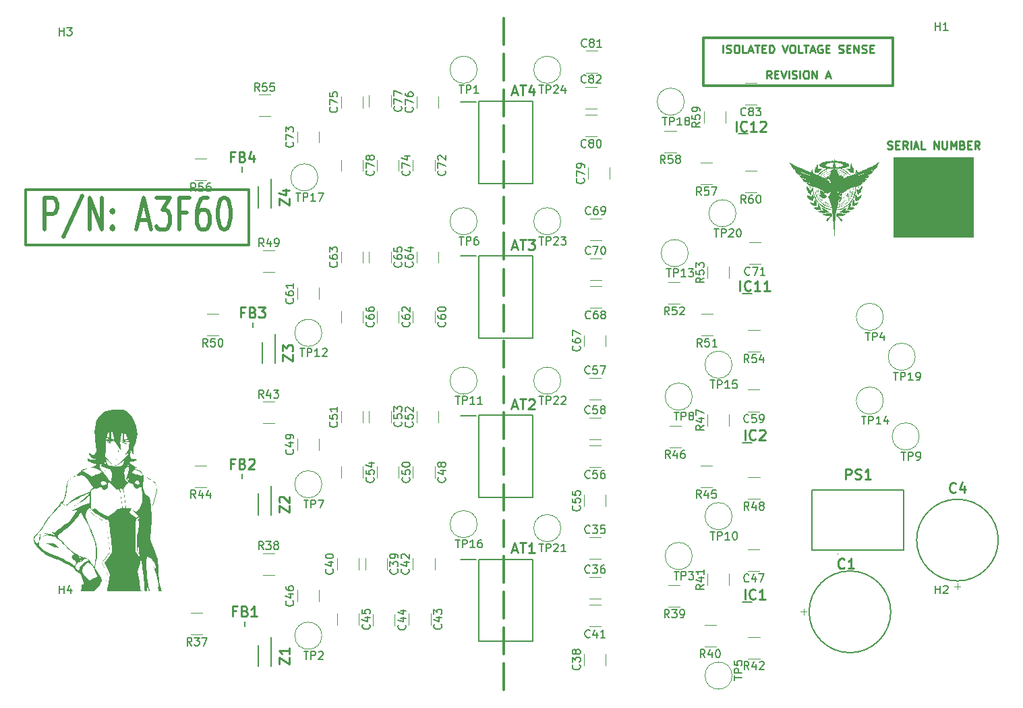
<source format=gbr>
%TF.GenerationSoftware,KiCad,Pcbnew,9.0.0*%
%TF.CreationDate,2025-04-28T14:26:38-07:00*%
%TF.ProjectId,IsolatedVoltageSensor,49736f6c-6174-4656-9456-6f6c74616765,rev?*%
%TF.SameCoordinates,Original*%
%TF.FileFunction,Legend,Top*%
%TF.FilePolarity,Positive*%
%FSLAX46Y46*%
G04 Gerber Fmt 4.6, Leading zero omitted, Abs format (unit mm)*
G04 Created by KiCad (PCBNEW 9.0.0) date 2025-04-28 14:26:38*
%MOMM*%
%LPD*%
G01*
G04 APERTURE LIST*
%ADD10C,0.100000*%
%ADD11C,0.300000*%
%ADD12C,0.250000*%
%ADD13C,0.500000*%
%ADD14C,0.150000*%
%ADD15C,0.254000*%
%ADD16C,0.120000*%
%ADD17C,0.200000*%
%ADD18C,0.000000*%
G04 APERTURE END LIST*
D10*
X199000000Y-75000000D02*
X209000000Y-75000000D01*
X209000000Y-85000000D01*
X199000000Y-85000000D01*
X199000000Y-75000000D01*
G36*
X199000000Y-75000000D02*
G01*
X209000000Y-75000000D01*
X209000000Y-85000000D01*
X199000000Y-85000000D01*
X199000000Y-75000000D01*
G37*
D11*
X150000000Y-57500000D02*
X150000000Y-60800000D01*
X150000000Y-62000000D02*
X150000000Y-65300000D01*
X150000000Y-66500000D02*
X150000000Y-69800000D01*
X150000000Y-71000000D02*
X150000000Y-74300000D01*
X150000000Y-75500000D02*
X150000000Y-78800000D01*
X150000000Y-80000000D02*
X150000000Y-83300000D01*
X150000000Y-84500000D02*
X150000000Y-87800000D01*
X150000000Y-89000000D02*
X150000000Y-92300000D01*
X150000000Y-93500000D02*
X150000000Y-96800000D01*
X150000000Y-98000000D02*
X150000000Y-101300000D01*
X150000000Y-102500000D02*
X150000000Y-105800000D01*
X150000000Y-107000000D02*
X150000000Y-110300000D01*
X150000000Y-111500000D02*
X150000000Y-114800000D01*
X150000000Y-116000000D02*
X150000000Y-119300000D01*
X150000000Y-120500000D02*
X150000000Y-123800000D01*
X150000000Y-125000000D02*
X150000000Y-128300000D01*
X150000000Y-129500000D02*
X150000000Y-132800000D01*
X150000000Y-134000000D02*
X150000000Y-137300000D01*
X150000000Y-138500000D02*
X150000000Y-141800000D01*
D12*
X198238095Y-73902000D02*
X198380952Y-73949619D01*
X198380952Y-73949619D02*
X198619047Y-73949619D01*
X198619047Y-73949619D02*
X198714285Y-73902000D01*
X198714285Y-73902000D02*
X198761904Y-73854380D01*
X198761904Y-73854380D02*
X198809523Y-73759142D01*
X198809523Y-73759142D02*
X198809523Y-73663904D01*
X198809523Y-73663904D02*
X198761904Y-73568666D01*
X198761904Y-73568666D02*
X198714285Y-73521047D01*
X198714285Y-73521047D02*
X198619047Y-73473428D01*
X198619047Y-73473428D02*
X198428571Y-73425809D01*
X198428571Y-73425809D02*
X198333333Y-73378190D01*
X198333333Y-73378190D02*
X198285714Y-73330571D01*
X198285714Y-73330571D02*
X198238095Y-73235333D01*
X198238095Y-73235333D02*
X198238095Y-73140095D01*
X198238095Y-73140095D02*
X198285714Y-73044857D01*
X198285714Y-73044857D02*
X198333333Y-72997238D01*
X198333333Y-72997238D02*
X198428571Y-72949619D01*
X198428571Y-72949619D02*
X198666666Y-72949619D01*
X198666666Y-72949619D02*
X198809523Y-72997238D01*
X199238095Y-73425809D02*
X199571428Y-73425809D01*
X199714285Y-73949619D02*
X199238095Y-73949619D01*
X199238095Y-73949619D02*
X199238095Y-72949619D01*
X199238095Y-72949619D02*
X199714285Y-72949619D01*
X200714285Y-73949619D02*
X200380952Y-73473428D01*
X200142857Y-73949619D02*
X200142857Y-72949619D01*
X200142857Y-72949619D02*
X200523809Y-72949619D01*
X200523809Y-72949619D02*
X200619047Y-72997238D01*
X200619047Y-72997238D02*
X200666666Y-73044857D01*
X200666666Y-73044857D02*
X200714285Y-73140095D01*
X200714285Y-73140095D02*
X200714285Y-73282952D01*
X200714285Y-73282952D02*
X200666666Y-73378190D01*
X200666666Y-73378190D02*
X200619047Y-73425809D01*
X200619047Y-73425809D02*
X200523809Y-73473428D01*
X200523809Y-73473428D02*
X200142857Y-73473428D01*
X201142857Y-73949619D02*
X201142857Y-72949619D01*
X201571428Y-73663904D02*
X202047618Y-73663904D01*
X201476190Y-73949619D02*
X201809523Y-72949619D01*
X201809523Y-72949619D02*
X202142856Y-73949619D01*
X202952380Y-73949619D02*
X202476190Y-73949619D01*
X202476190Y-73949619D02*
X202476190Y-72949619D01*
X204047619Y-73949619D02*
X204047619Y-72949619D01*
X204047619Y-72949619D02*
X204619047Y-73949619D01*
X204619047Y-73949619D02*
X204619047Y-72949619D01*
X205095238Y-72949619D02*
X205095238Y-73759142D01*
X205095238Y-73759142D02*
X205142857Y-73854380D01*
X205142857Y-73854380D02*
X205190476Y-73902000D01*
X205190476Y-73902000D02*
X205285714Y-73949619D01*
X205285714Y-73949619D02*
X205476190Y-73949619D01*
X205476190Y-73949619D02*
X205571428Y-73902000D01*
X205571428Y-73902000D02*
X205619047Y-73854380D01*
X205619047Y-73854380D02*
X205666666Y-73759142D01*
X205666666Y-73759142D02*
X205666666Y-72949619D01*
X206142857Y-73949619D02*
X206142857Y-72949619D01*
X206142857Y-72949619D02*
X206476190Y-73663904D01*
X206476190Y-73663904D02*
X206809523Y-72949619D01*
X206809523Y-72949619D02*
X206809523Y-73949619D01*
X207619047Y-73425809D02*
X207761904Y-73473428D01*
X207761904Y-73473428D02*
X207809523Y-73521047D01*
X207809523Y-73521047D02*
X207857142Y-73616285D01*
X207857142Y-73616285D02*
X207857142Y-73759142D01*
X207857142Y-73759142D02*
X207809523Y-73854380D01*
X207809523Y-73854380D02*
X207761904Y-73902000D01*
X207761904Y-73902000D02*
X207666666Y-73949619D01*
X207666666Y-73949619D02*
X207285714Y-73949619D01*
X207285714Y-73949619D02*
X207285714Y-72949619D01*
X207285714Y-72949619D02*
X207619047Y-72949619D01*
X207619047Y-72949619D02*
X207714285Y-72997238D01*
X207714285Y-72997238D02*
X207761904Y-73044857D01*
X207761904Y-73044857D02*
X207809523Y-73140095D01*
X207809523Y-73140095D02*
X207809523Y-73235333D01*
X207809523Y-73235333D02*
X207761904Y-73330571D01*
X207761904Y-73330571D02*
X207714285Y-73378190D01*
X207714285Y-73378190D02*
X207619047Y-73425809D01*
X207619047Y-73425809D02*
X207285714Y-73425809D01*
X208285714Y-73425809D02*
X208619047Y-73425809D01*
X208761904Y-73949619D02*
X208285714Y-73949619D01*
X208285714Y-73949619D02*
X208285714Y-72949619D01*
X208285714Y-72949619D02*
X208761904Y-72949619D01*
X209761904Y-73949619D02*
X209428571Y-73473428D01*
X209190476Y-73949619D02*
X209190476Y-72949619D01*
X209190476Y-72949619D02*
X209571428Y-72949619D01*
X209571428Y-72949619D02*
X209666666Y-72997238D01*
X209666666Y-72997238D02*
X209714285Y-73044857D01*
X209714285Y-73044857D02*
X209761904Y-73140095D01*
X209761904Y-73140095D02*
X209761904Y-73282952D01*
X209761904Y-73282952D02*
X209714285Y-73378190D01*
X209714285Y-73378190D02*
X209666666Y-73425809D01*
X209666666Y-73425809D02*
X209571428Y-73473428D01*
X209571428Y-73473428D02*
X209190476Y-73473428D01*
D13*
X92410713Y-84016976D02*
X92410713Y-80016976D01*
X92410713Y-80016976D02*
X93458332Y-80016976D01*
X93458332Y-80016976D02*
X93720237Y-80207452D01*
X93720237Y-80207452D02*
X93851190Y-80397928D01*
X93851190Y-80397928D02*
X93982142Y-80778880D01*
X93982142Y-80778880D02*
X93982142Y-81350309D01*
X93982142Y-81350309D02*
X93851190Y-81731261D01*
X93851190Y-81731261D02*
X93720237Y-81921738D01*
X93720237Y-81921738D02*
X93458332Y-82112214D01*
X93458332Y-82112214D02*
X92410713Y-82112214D01*
X97124999Y-79826500D02*
X94767856Y-84969357D01*
X98041665Y-84016976D02*
X98041665Y-80016976D01*
X98041665Y-80016976D02*
X99613094Y-84016976D01*
X99613094Y-84016976D02*
X99613094Y-80016976D01*
X100922617Y-83636023D02*
X101053570Y-83826500D01*
X101053570Y-83826500D02*
X100922617Y-84016976D01*
X100922617Y-84016976D02*
X100791665Y-83826500D01*
X100791665Y-83826500D02*
X100922617Y-83636023D01*
X100922617Y-83636023D02*
X100922617Y-84016976D01*
X100922617Y-81540785D02*
X101053570Y-81731261D01*
X101053570Y-81731261D02*
X100922617Y-81921738D01*
X100922617Y-81921738D02*
X100791665Y-81731261D01*
X100791665Y-81731261D02*
X100922617Y-81540785D01*
X100922617Y-81540785D02*
X100922617Y-81921738D01*
X104196427Y-82874119D02*
X105505951Y-82874119D01*
X103934522Y-84016976D02*
X104851189Y-80016976D01*
X104851189Y-80016976D02*
X105767856Y-84016976D01*
X106422618Y-80016976D02*
X108124999Y-80016976D01*
X108124999Y-80016976D02*
X107208332Y-81540785D01*
X107208332Y-81540785D02*
X107601189Y-81540785D01*
X107601189Y-81540785D02*
X107863094Y-81731261D01*
X107863094Y-81731261D02*
X107994046Y-81921738D01*
X107994046Y-81921738D02*
X108124999Y-82302690D01*
X108124999Y-82302690D02*
X108124999Y-83255071D01*
X108124999Y-83255071D02*
X107994046Y-83636023D01*
X107994046Y-83636023D02*
X107863094Y-83826500D01*
X107863094Y-83826500D02*
X107601189Y-84016976D01*
X107601189Y-84016976D02*
X106815475Y-84016976D01*
X106815475Y-84016976D02*
X106553570Y-83826500D01*
X106553570Y-83826500D02*
X106422618Y-83636023D01*
X110220237Y-81921738D02*
X109303570Y-81921738D01*
X109303570Y-84016976D02*
X109303570Y-80016976D01*
X109303570Y-80016976D02*
X110613094Y-80016976D01*
X112839285Y-80016976D02*
X112315475Y-80016976D01*
X112315475Y-80016976D02*
X112053571Y-80207452D01*
X112053571Y-80207452D02*
X111922618Y-80397928D01*
X111922618Y-80397928D02*
X111660713Y-80969357D01*
X111660713Y-80969357D02*
X111529761Y-81731261D01*
X111529761Y-81731261D02*
X111529761Y-83255071D01*
X111529761Y-83255071D02*
X111660713Y-83636023D01*
X111660713Y-83636023D02*
X111791666Y-83826500D01*
X111791666Y-83826500D02*
X112053571Y-84016976D01*
X112053571Y-84016976D02*
X112577380Y-84016976D01*
X112577380Y-84016976D02*
X112839285Y-83826500D01*
X112839285Y-83826500D02*
X112970237Y-83636023D01*
X112970237Y-83636023D02*
X113101190Y-83255071D01*
X113101190Y-83255071D02*
X113101190Y-82302690D01*
X113101190Y-82302690D02*
X112970237Y-81921738D01*
X112970237Y-81921738D02*
X112839285Y-81731261D01*
X112839285Y-81731261D02*
X112577380Y-81540785D01*
X112577380Y-81540785D02*
X112053571Y-81540785D01*
X112053571Y-81540785D02*
X111791666Y-81731261D01*
X111791666Y-81731261D02*
X111660713Y-81921738D01*
X111660713Y-81921738D02*
X111529761Y-82302690D01*
X114803571Y-80016976D02*
X115065476Y-80016976D01*
X115065476Y-80016976D02*
X115327380Y-80207452D01*
X115327380Y-80207452D02*
X115458333Y-80397928D01*
X115458333Y-80397928D02*
X115589285Y-80778880D01*
X115589285Y-80778880D02*
X115720238Y-81540785D01*
X115720238Y-81540785D02*
X115720238Y-82493166D01*
X115720238Y-82493166D02*
X115589285Y-83255071D01*
X115589285Y-83255071D02*
X115458333Y-83636023D01*
X115458333Y-83636023D02*
X115327380Y-83826500D01*
X115327380Y-83826500D02*
X115065476Y-84016976D01*
X115065476Y-84016976D02*
X114803571Y-84016976D01*
X114803571Y-84016976D02*
X114541666Y-83826500D01*
X114541666Y-83826500D02*
X114410714Y-83636023D01*
X114410714Y-83636023D02*
X114279761Y-83255071D01*
X114279761Y-83255071D02*
X114148809Y-82493166D01*
X114148809Y-82493166D02*
X114148809Y-81540785D01*
X114148809Y-81540785D02*
X114279761Y-80778880D01*
X114279761Y-80778880D02*
X114410714Y-80397928D01*
X114410714Y-80397928D02*
X114541666Y-80207452D01*
X114541666Y-80207452D02*
X114803571Y-80016976D01*
D11*
X90000000Y-79000000D02*
X118000000Y-79000000D01*
X118000000Y-86000000D01*
X90000000Y-86000000D01*
X90000000Y-79000000D01*
D12*
X177571428Y-61887119D02*
X177571428Y-60887119D01*
X177999999Y-61839500D02*
X178142856Y-61887119D01*
X178142856Y-61887119D02*
X178380951Y-61887119D01*
X178380951Y-61887119D02*
X178476189Y-61839500D01*
X178476189Y-61839500D02*
X178523808Y-61791880D01*
X178523808Y-61791880D02*
X178571427Y-61696642D01*
X178571427Y-61696642D02*
X178571427Y-61601404D01*
X178571427Y-61601404D02*
X178523808Y-61506166D01*
X178523808Y-61506166D02*
X178476189Y-61458547D01*
X178476189Y-61458547D02*
X178380951Y-61410928D01*
X178380951Y-61410928D02*
X178190475Y-61363309D01*
X178190475Y-61363309D02*
X178095237Y-61315690D01*
X178095237Y-61315690D02*
X178047618Y-61268071D01*
X178047618Y-61268071D02*
X177999999Y-61172833D01*
X177999999Y-61172833D02*
X177999999Y-61077595D01*
X177999999Y-61077595D02*
X178047618Y-60982357D01*
X178047618Y-60982357D02*
X178095237Y-60934738D01*
X178095237Y-60934738D02*
X178190475Y-60887119D01*
X178190475Y-60887119D02*
X178428570Y-60887119D01*
X178428570Y-60887119D02*
X178571427Y-60934738D01*
X179190475Y-60887119D02*
X179380951Y-60887119D01*
X179380951Y-60887119D02*
X179476189Y-60934738D01*
X179476189Y-60934738D02*
X179571427Y-61029976D01*
X179571427Y-61029976D02*
X179619046Y-61220452D01*
X179619046Y-61220452D02*
X179619046Y-61553785D01*
X179619046Y-61553785D02*
X179571427Y-61744261D01*
X179571427Y-61744261D02*
X179476189Y-61839500D01*
X179476189Y-61839500D02*
X179380951Y-61887119D01*
X179380951Y-61887119D02*
X179190475Y-61887119D01*
X179190475Y-61887119D02*
X179095237Y-61839500D01*
X179095237Y-61839500D02*
X178999999Y-61744261D01*
X178999999Y-61744261D02*
X178952380Y-61553785D01*
X178952380Y-61553785D02*
X178952380Y-61220452D01*
X178952380Y-61220452D02*
X178999999Y-61029976D01*
X178999999Y-61029976D02*
X179095237Y-60934738D01*
X179095237Y-60934738D02*
X179190475Y-60887119D01*
X180523808Y-61887119D02*
X180047618Y-61887119D01*
X180047618Y-61887119D02*
X180047618Y-60887119D01*
X180809523Y-61601404D02*
X181285713Y-61601404D01*
X180714285Y-61887119D02*
X181047618Y-60887119D01*
X181047618Y-60887119D02*
X181380951Y-61887119D01*
X181571428Y-60887119D02*
X182142856Y-60887119D01*
X181857142Y-61887119D02*
X181857142Y-60887119D01*
X182476190Y-61363309D02*
X182809523Y-61363309D01*
X182952380Y-61887119D02*
X182476190Y-61887119D01*
X182476190Y-61887119D02*
X182476190Y-60887119D01*
X182476190Y-60887119D02*
X182952380Y-60887119D01*
X183380952Y-61887119D02*
X183380952Y-60887119D01*
X183380952Y-60887119D02*
X183619047Y-60887119D01*
X183619047Y-60887119D02*
X183761904Y-60934738D01*
X183761904Y-60934738D02*
X183857142Y-61029976D01*
X183857142Y-61029976D02*
X183904761Y-61125214D01*
X183904761Y-61125214D02*
X183952380Y-61315690D01*
X183952380Y-61315690D02*
X183952380Y-61458547D01*
X183952380Y-61458547D02*
X183904761Y-61649023D01*
X183904761Y-61649023D02*
X183857142Y-61744261D01*
X183857142Y-61744261D02*
X183761904Y-61839500D01*
X183761904Y-61839500D02*
X183619047Y-61887119D01*
X183619047Y-61887119D02*
X183380952Y-61887119D01*
X185000000Y-60887119D02*
X185333333Y-61887119D01*
X185333333Y-61887119D02*
X185666666Y-60887119D01*
X186190476Y-60887119D02*
X186380952Y-60887119D01*
X186380952Y-60887119D02*
X186476190Y-60934738D01*
X186476190Y-60934738D02*
X186571428Y-61029976D01*
X186571428Y-61029976D02*
X186619047Y-61220452D01*
X186619047Y-61220452D02*
X186619047Y-61553785D01*
X186619047Y-61553785D02*
X186571428Y-61744261D01*
X186571428Y-61744261D02*
X186476190Y-61839500D01*
X186476190Y-61839500D02*
X186380952Y-61887119D01*
X186380952Y-61887119D02*
X186190476Y-61887119D01*
X186190476Y-61887119D02*
X186095238Y-61839500D01*
X186095238Y-61839500D02*
X186000000Y-61744261D01*
X186000000Y-61744261D02*
X185952381Y-61553785D01*
X185952381Y-61553785D02*
X185952381Y-61220452D01*
X185952381Y-61220452D02*
X186000000Y-61029976D01*
X186000000Y-61029976D02*
X186095238Y-60934738D01*
X186095238Y-60934738D02*
X186190476Y-60887119D01*
X187523809Y-61887119D02*
X187047619Y-61887119D01*
X187047619Y-61887119D02*
X187047619Y-60887119D01*
X187714286Y-60887119D02*
X188285714Y-60887119D01*
X188000000Y-61887119D02*
X188000000Y-60887119D01*
X188571429Y-61601404D02*
X189047619Y-61601404D01*
X188476191Y-61887119D02*
X188809524Y-60887119D01*
X188809524Y-60887119D02*
X189142857Y-61887119D01*
X190000000Y-60934738D02*
X189904762Y-60887119D01*
X189904762Y-60887119D02*
X189761905Y-60887119D01*
X189761905Y-60887119D02*
X189619048Y-60934738D01*
X189619048Y-60934738D02*
X189523810Y-61029976D01*
X189523810Y-61029976D02*
X189476191Y-61125214D01*
X189476191Y-61125214D02*
X189428572Y-61315690D01*
X189428572Y-61315690D02*
X189428572Y-61458547D01*
X189428572Y-61458547D02*
X189476191Y-61649023D01*
X189476191Y-61649023D02*
X189523810Y-61744261D01*
X189523810Y-61744261D02*
X189619048Y-61839500D01*
X189619048Y-61839500D02*
X189761905Y-61887119D01*
X189761905Y-61887119D02*
X189857143Y-61887119D01*
X189857143Y-61887119D02*
X190000000Y-61839500D01*
X190000000Y-61839500D02*
X190047619Y-61791880D01*
X190047619Y-61791880D02*
X190047619Y-61458547D01*
X190047619Y-61458547D02*
X189857143Y-61458547D01*
X190476191Y-61363309D02*
X190809524Y-61363309D01*
X190952381Y-61887119D02*
X190476191Y-61887119D01*
X190476191Y-61887119D02*
X190476191Y-60887119D01*
X190476191Y-60887119D02*
X190952381Y-60887119D01*
X192095239Y-61839500D02*
X192238096Y-61887119D01*
X192238096Y-61887119D02*
X192476191Y-61887119D01*
X192476191Y-61887119D02*
X192571429Y-61839500D01*
X192571429Y-61839500D02*
X192619048Y-61791880D01*
X192619048Y-61791880D02*
X192666667Y-61696642D01*
X192666667Y-61696642D02*
X192666667Y-61601404D01*
X192666667Y-61601404D02*
X192619048Y-61506166D01*
X192619048Y-61506166D02*
X192571429Y-61458547D01*
X192571429Y-61458547D02*
X192476191Y-61410928D01*
X192476191Y-61410928D02*
X192285715Y-61363309D01*
X192285715Y-61363309D02*
X192190477Y-61315690D01*
X192190477Y-61315690D02*
X192142858Y-61268071D01*
X192142858Y-61268071D02*
X192095239Y-61172833D01*
X192095239Y-61172833D02*
X192095239Y-61077595D01*
X192095239Y-61077595D02*
X192142858Y-60982357D01*
X192142858Y-60982357D02*
X192190477Y-60934738D01*
X192190477Y-60934738D02*
X192285715Y-60887119D01*
X192285715Y-60887119D02*
X192523810Y-60887119D01*
X192523810Y-60887119D02*
X192666667Y-60934738D01*
X193095239Y-61363309D02*
X193428572Y-61363309D01*
X193571429Y-61887119D02*
X193095239Y-61887119D01*
X193095239Y-61887119D02*
X193095239Y-60887119D01*
X193095239Y-60887119D02*
X193571429Y-60887119D01*
X194000001Y-61887119D02*
X194000001Y-60887119D01*
X194000001Y-60887119D02*
X194571429Y-61887119D01*
X194571429Y-61887119D02*
X194571429Y-60887119D01*
X195000001Y-61839500D02*
X195142858Y-61887119D01*
X195142858Y-61887119D02*
X195380953Y-61887119D01*
X195380953Y-61887119D02*
X195476191Y-61839500D01*
X195476191Y-61839500D02*
X195523810Y-61791880D01*
X195523810Y-61791880D02*
X195571429Y-61696642D01*
X195571429Y-61696642D02*
X195571429Y-61601404D01*
X195571429Y-61601404D02*
X195523810Y-61506166D01*
X195523810Y-61506166D02*
X195476191Y-61458547D01*
X195476191Y-61458547D02*
X195380953Y-61410928D01*
X195380953Y-61410928D02*
X195190477Y-61363309D01*
X195190477Y-61363309D02*
X195095239Y-61315690D01*
X195095239Y-61315690D02*
X195047620Y-61268071D01*
X195047620Y-61268071D02*
X195000001Y-61172833D01*
X195000001Y-61172833D02*
X195000001Y-61077595D01*
X195000001Y-61077595D02*
X195047620Y-60982357D01*
X195047620Y-60982357D02*
X195095239Y-60934738D01*
X195095239Y-60934738D02*
X195190477Y-60887119D01*
X195190477Y-60887119D02*
X195428572Y-60887119D01*
X195428572Y-60887119D02*
X195571429Y-60934738D01*
X196000001Y-61363309D02*
X196333334Y-61363309D01*
X196476191Y-61887119D02*
X196000001Y-61887119D01*
X196000001Y-61887119D02*
X196000001Y-60887119D01*
X196000001Y-60887119D02*
X196476191Y-60887119D01*
X183619047Y-65107007D02*
X183285714Y-64630816D01*
X183047619Y-65107007D02*
X183047619Y-64107007D01*
X183047619Y-64107007D02*
X183428571Y-64107007D01*
X183428571Y-64107007D02*
X183523809Y-64154626D01*
X183523809Y-64154626D02*
X183571428Y-64202245D01*
X183571428Y-64202245D02*
X183619047Y-64297483D01*
X183619047Y-64297483D02*
X183619047Y-64440340D01*
X183619047Y-64440340D02*
X183571428Y-64535578D01*
X183571428Y-64535578D02*
X183523809Y-64583197D01*
X183523809Y-64583197D02*
X183428571Y-64630816D01*
X183428571Y-64630816D02*
X183047619Y-64630816D01*
X184047619Y-64583197D02*
X184380952Y-64583197D01*
X184523809Y-65107007D02*
X184047619Y-65107007D01*
X184047619Y-65107007D02*
X184047619Y-64107007D01*
X184047619Y-64107007D02*
X184523809Y-64107007D01*
X184809524Y-64107007D02*
X185142857Y-65107007D01*
X185142857Y-65107007D02*
X185476190Y-64107007D01*
X185809524Y-65107007D02*
X185809524Y-64107007D01*
X186238095Y-65059388D02*
X186380952Y-65107007D01*
X186380952Y-65107007D02*
X186619047Y-65107007D01*
X186619047Y-65107007D02*
X186714285Y-65059388D01*
X186714285Y-65059388D02*
X186761904Y-65011768D01*
X186761904Y-65011768D02*
X186809523Y-64916530D01*
X186809523Y-64916530D02*
X186809523Y-64821292D01*
X186809523Y-64821292D02*
X186761904Y-64726054D01*
X186761904Y-64726054D02*
X186714285Y-64678435D01*
X186714285Y-64678435D02*
X186619047Y-64630816D01*
X186619047Y-64630816D02*
X186428571Y-64583197D01*
X186428571Y-64583197D02*
X186333333Y-64535578D01*
X186333333Y-64535578D02*
X186285714Y-64487959D01*
X186285714Y-64487959D02*
X186238095Y-64392721D01*
X186238095Y-64392721D02*
X186238095Y-64297483D01*
X186238095Y-64297483D02*
X186285714Y-64202245D01*
X186285714Y-64202245D02*
X186333333Y-64154626D01*
X186333333Y-64154626D02*
X186428571Y-64107007D01*
X186428571Y-64107007D02*
X186666666Y-64107007D01*
X186666666Y-64107007D02*
X186809523Y-64154626D01*
X187238095Y-65107007D02*
X187238095Y-64107007D01*
X187904761Y-64107007D02*
X188095237Y-64107007D01*
X188095237Y-64107007D02*
X188190475Y-64154626D01*
X188190475Y-64154626D02*
X188285713Y-64249864D01*
X188285713Y-64249864D02*
X188333332Y-64440340D01*
X188333332Y-64440340D02*
X188333332Y-64773673D01*
X188333332Y-64773673D02*
X188285713Y-64964149D01*
X188285713Y-64964149D02*
X188190475Y-65059388D01*
X188190475Y-65059388D02*
X188095237Y-65107007D01*
X188095237Y-65107007D02*
X187904761Y-65107007D01*
X187904761Y-65107007D02*
X187809523Y-65059388D01*
X187809523Y-65059388D02*
X187714285Y-64964149D01*
X187714285Y-64964149D02*
X187666666Y-64773673D01*
X187666666Y-64773673D02*
X187666666Y-64440340D01*
X187666666Y-64440340D02*
X187714285Y-64249864D01*
X187714285Y-64249864D02*
X187809523Y-64154626D01*
X187809523Y-64154626D02*
X187904761Y-64107007D01*
X188761904Y-65107007D02*
X188761904Y-64107007D01*
X188761904Y-64107007D02*
X189333332Y-65107007D01*
X189333332Y-65107007D02*
X189333332Y-64107007D01*
X190523809Y-64821292D02*
X190999999Y-64821292D01*
X190428571Y-65107007D02*
X190761904Y-64107007D01*
X190761904Y-64107007D02*
X191095237Y-65107007D01*
D11*
X175125000Y-60000000D02*
X198875000Y-60000000D01*
X198875000Y-66000000D01*
X175125000Y-66000000D01*
X175125000Y-60000000D01*
D14*
X119907142Y-86174819D02*
X119573809Y-85698628D01*
X119335714Y-86174819D02*
X119335714Y-85174819D01*
X119335714Y-85174819D02*
X119716666Y-85174819D01*
X119716666Y-85174819D02*
X119811904Y-85222438D01*
X119811904Y-85222438D02*
X119859523Y-85270057D01*
X119859523Y-85270057D02*
X119907142Y-85365295D01*
X119907142Y-85365295D02*
X119907142Y-85508152D01*
X119907142Y-85508152D02*
X119859523Y-85603390D01*
X119859523Y-85603390D02*
X119811904Y-85651009D01*
X119811904Y-85651009D02*
X119716666Y-85698628D01*
X119716666Y-85698628D02*
X119335714Y-85698628D01*
X120764285Y-85508152D02*
X120764285Y-86174819D01*
X120526190Y-85127200D02*
X120288095Y-85841485D01*
X120288095Y-85841485D02*
X120907142Y-85841485D01*
X121335714Y-86174819D02*
X121526190Y-86174819D01*
X121526190Y-86174819D02*
X121621428Y-86127200D01*
X121621428Y-86127200D02*
X121669047Y-86079580D01*
X121669047Y-86079580D02*
X121764285Y-85936723D01*
X121764285Y-85936723D02*
X121811904Y-85746247D01*
X121811904Y-85746247D02*
X121811904Y-85365295D01*
X121811904Y-85365295D02*
X121764285Y-85270057D01*
X121764285Y-85270057D02*
X121716666Y-85222438D01*
X121716666Y-85222438D02*
X121621428Y-85174819D01*
X121621428Y-85174819D02*
X121430952Y-85174819D01*
X121430952Y-85174819D02*
X121335714Y-85222438D01*
X121335714Y-85222438D02*
X121288095Y-85270057D01*
X121288095Y-85270057D02*
X121240476Y-85365295D01*
X121240476Y-85365295D02*
X121240476Y-85603390D01*
X121240476Y-85603390D02*
X121288095Y-85698628D01*
X121288095Y-85698628D02*
X121335714Y-85746247D01*
X121335714Y-85746247D02*
X121430952Y-85793866D01*
X121430952Y-85793866D02*
X121621428Y-85793866D01*
X121621428Y-85793866D02*
X121716666Y-85746247D01*
X121716666Y-85746247D02*
X121764285Y-85698628D01*
X121764285Y-85698628D02*
X121811904Y-85603390D01*
X138559580Y-68705357D02*
X138607200Y-68752976D01*
X138607200Y-68752976D02*
X138654819Y-68895833D01*
X138654819Y-68895833D02*
X138654819Y-68991071D01*
X138654819Y-68991071D02*
X138607200Y-69133928D01*
X138607200Y-69133928D02*
X138511961Y-69229166D01*
X138511961Y-69229166D02*
X138416723Y-69276785D01*
X138416723Y-69276785D02*
X138226247Y-69324404D01*
X138226247Y-69324404D02*
X138083390Y-69324404D01*
X138083390Y-69324404D02*
X137892914Y-69276785D01*
X137892914Y-69276785D02*
X137797676Y-69229166D01*
X137797676Y-69229166D02*
X137702438Y-69133928D01*
X137702438Y-69133928D02*
X137654819Y-68991071D01*
X137654819Y-68991071D02*
X137654819Y-68895833D01*
X137654819Y-68895833D02*
X137702438Y-68752976D01*
X137702438Y-68752976D02*
X137750057Y-68705357D01*
X137654819Y-68372023D02*
X137654819Y-67705357D01*
X137654819Y-67705357D02*
X138654819Y-68133928D01*
X137654819Y-66895833D02*
X137654819Y-67086309D01*
X137654819Y-67086309D02*
X137702438Y-67181547D01*
X137702438Y-67181547D02*
X137750057Y-67229166D01*
X137750057Y-67229166D02*
X137892914Y-67324404D01*
X137892914Y-67324404D02*
X138083390Y-67372023D01*
X138083390Y-67372023D02*
X138464342Y-67372023D01*
X138464342Y-67372023D02*
X138559580Y-67324404D01*
X138559580Y-67324404D02*
X138607200Y-67276785D01*
X138607200Y-67276785D02*
X138654819Y-67181547D01*
X138654819Y-67181547D02*
X138654819Y-66991071D01*
X138654819Y-66991071D02*
X138607200Y-66895833D01*
X138607200Y-66895833D02*
X138559580Y-66848214D01*
X138559580Y-66848214D02*
X138464342Y-66800595D01*
X138464342Y-66800595D02*
X138226247Y-66800595D01*
X138226247Y-66800595D02*
X138131009Y-66848214D01*
X138131009Y-66848214D02*
X138083390Y-66895833D01*
X138083390Y-66895833D02*
X138035771Y-66991071D01*
X138035771Y-66991071D02*
X138035771Y-67181547D01*
X138035771Y-67181547D02*
X138083390Y-67276785D01*
X138083390Y-67276785D02*
X138131009Y-67324404D01*
X138131009Y-67324404D02*
X138226247Y-67372023D01*
D15*
X192957856Y-115349318D02*
X192957856Y-114079318D01*
X192957856Y-114079318D02*
X193441666Y-114079318D01*
X193441666Y-114079318D02*
X193562618Y-114139794D01*
X193562618Y-114139794D02*
X193623095Y-114200270D01*
X193623095Y-114200270D02*
X193683571Y-114321222D01*
X193683571Y-114321222D02*
X193683571Y-114502651D01*
X193683571Y-114502651D02*
X193623095Y-114623603D01*
X193623095Y-114623603D02*
X193562618Y-114684080D01*
X193562618Y-114684080D02*
X193441666Y-114744556D01*
X193441666Y-114744556D02*
X192957856Y-114744556D01*
X194167380Y-115288842D02*
X194348809Y-115349318D01*
X194348809Y-115349318D02*
X194651190Y-115349318D01*
X194651190Y-115349318D02*
X194772142Y-115288842D01*
X194772142Y-115288842D02*
X194832618Y-115228365D01*
X194832618Y-115228365D02*
X194893095Y-115107413D01*
X194893095Y-115107413D02*
X194893095Y-114986461D01*
X194893095Y-114986461D02*
X194832618Y-114865508D01*
X194832618Y-114865508D02*
X194772142Y-114805032D01*
X194772142Y-114805032D02*
X194651190Y-114744556D01*
X194651190Y-114744556D02*
X194409285Y-114684080D01*
X194409285Y-114684080D02*
X194288333Y-114623603D01*
X194288333Y-114623603D02*
X194227856Y-114563127D01*
X194227856Y-114563127D02*
X194167380Y-114442175D01*
X194167380Y-114442175D02*
X194167380Y-114321222D01*
X194167380Y-114321222D02*
X194227856Y-114200270D01*
X194227856Y-114200270D02*
X194288333Y-114139794D01*
X194288333Y-114139794D02*
X194409285Y-114079318D01*
X194409285Y-114079318D02*
X194711666Y-114079318D01*
X194711666Y-114079318D02*
X194893095Y-114139794D01*
X196102619Y-115349318D02*
X195376904Y-115349318D01*
X195739761Y-115349318D02*
X195739761Y-114079318D01*
X195739761Y-114079318D02*
X195618809Y-114260746D01*
X195618809Y-114260746D02*
X195497857Y-114381699D01*
X195497857Y-114381699D02*
X195376904Y-114442175D01*
D14*
X174907142Y-98734819D02*
X174573809Y-98258628D01*
X174335714Y-98734819D02*
X174335714Y-97734819D01*
X174335714Y-97734819D02*
X174716666Y-97734819D01*
X174716666Y-97734819D02*
X174811904Y-97782438D01*
X174811904Y-97782438D02*
X174859523Y-97830057D01*
X174859523Y-97830057D02*
X174907142Y-97925295D01*
X174907142Y-97925295D02*
X174907142Y-98068152D01*
X174907142Y-98068152D02*
X174859523Y-98163390D01*
X174859523Y-98163390D02*
X174811904Y-98211009D01*
X174811904Y-98211009D02*
X174716666Y-98258628D01*
X174716666Y-98258628D02*
X174335714Y-98258628D01*
X175811904Y-97734819D02*
X175335714Y-97734819D01*
X175335714Y-97734819D02*
X175288095Y-98211009D01*
X175288095Y-98211009D02*
X175335714Y-98163390D01*
X175335714Y-98163390D02*
X175430952Y-98115771D01*
X175430952Y-98115771D02*
X175669047Y-98115771D01*
X175669047Y-98115771D02*
X175764285Y-98163390D01*
X175764285Y-98163390D02*
X175811904Y-98211009D01*
X175811904Y-98211009D02*
X175859523Y-98306247D01*
X175859523Y-98306247D02*
X175859523Y-98544342D01*
X175859523Y-98544342D02*
X175811904Y-98639580D01*
X175811904Y-98639580D02*
X175764285Y-98687200D01*
X175764285Y-98687200D02*
X175669047Y-98734819D01*
X175669047Y-98734819D02*
X175430952Y-98734819D01*
X175430952Y-98734819D02*
X175335714Y-98687200D01*
X175335714Y-98687200D02*
X175288095Y-98639580D01*
X176811904Y-98734819D02*
X176240476Y-98734819D01*
X176526190Y-98734819D02*
X176526190Y-97734819D01*
X176526190Y-97734819D02*
X176430952Y-97877676D01*
X176430952Y-97877676D02*
X176335714Y-97972914D01*
X176335714Y-97972914D02*
X176240476Y-98020533D01*
D15*
X121804318Y-119528095D02*
X121804318Y-118681428D01*
X121804318Y-118681428D02*
X123074318Y-119528095D01*
X123074318Y-119528095D02*
X123074318Y-118681428D01*
X121925270Y-118258095D02*
X121864794Y-118197619D01*
X121864794Y-118197619D02*
X121804318Y-118076666D01*
X121804318Y-118076666D02*
X121804318Y-117774285D01*
X121804318Y-117774285D02*
X121864794Y-117653333D01*
X121864794Y-117653333D02*
X121925270Y-117592857D01*
X121925270Y-117592857D02*
X122046222Y-117532380D01*
X122046222Y-117532380D02*
X122167175Y-117532380D01*
X122167175Y-117532380D02*
X122348603Y-117592857D01*
X122348603Y-117592857D02*
X123074318Y-118318571D01*
X123074318Y-118318571D02*
X123074318Y-117532380D01*
D14*
X160857142Y-122059580D02*
X160809523Y-122107200D01*
X160809523Y-122107200D02*
X160666666Y-122154819D01*
X160666666Y-122154819D02*
X160571428Y-122154819D01*
X160571428Y-122154819D02*
X160428571Y-122107200D01*
X160428571Y-122107200D02*
X160333333Y-122011961D01*
X160333333Y-122011961D02*
X160285714Y-121916723D01*
X160285714Y-121916723D02*
X160238095Y-121726247D01*
X160238095Y-121726247D02*
X160238095Y-121583390D01*
X160238095Y-121583390D02*
X160285714Y-121392914D01*
X160285714Y-121392914D02*
X160333333Y-121297676D01*
X160333333Y-121297676D02*
X160428571Y-121202438D01*
X160428571Y-121202438D02*
X160571428Y-121154819D01*
X160571428Y-121154819D02*
X160666666Y-121154819D01*
X160666666Y-121154819D02*
X160809523Y-121202438D01*
X160809523Y-121202438D02*
X160857142Y-121250057D01*
X161190476Y-121154819D02*
X161809523Y-121154819D01*
X161809523Y-121154819D02*
X161476190Y-121535771D01*
X161476190Y-121535771D02*
X161619047Y-121535771D01*
X161619047Y-121535771D02*
X161714285Y-121583390D01*
X161714285Y-121583390D02*
X161761904Y-121631009D01*
X161761904Y-121631009D02*
X161809523Y-121726247D01*
X161809523Y-121726247D02*
X161809523Y-121964342D01*
X161809523Y-121964342D02*
X161761904Y-122059580D01*
X161761904Y-122059580D02*
X161714285Y-122107200D01*
X161714285Y-122107200D02*
X161619047Y-122154819D01*
X161619047Y-122154819D02*
X161333333Y-122154819D01*
X161333333Y-122154819D02*
X161238095Y-122107200D01*
X161238095Y-122107200D02*
X161190476Y-122059580D01*
X162714285Y-121154819D02*
X162238095Y-121154819D01*
X162238095Y-121154819D02*
X162190476Y-121631009D01*
X162190476Y-121631009D02*
X162238095Y-121583390D01*
X162238095Y-121583390D02*
X162333333Y-121535771D01*
X162333333Y-121535771D02*
X162571428Y-121535771D01*
X162571428Y-121535771D02*
X162666666Y-121583390D01*
X162666666Y-121583390D02*
X162714285Y-121631009D01*
X162714285Y-121631009D02*
X162761904Y-121726247D01*
X162761904Y-121726247D02*
X162761904Y-121964342D01*
X162761904Y-121964342D02*
X162714285Y-122059580D01*
X162714285Y-122059580D02*
X162666666Y-122107200D01*
X162666666Y-122107200D02*
X162571428Y-122154819D01*
X162571428Y-122154819D02*
X162333333Y-122154819D01*
X162333333Y-122154819D02*
X162238095Y-122107200D01*
X162238095Y-122107200D02*
X162190476Y-122059580D01*
D15*
X179705475Y-91724318D02*
X179705475Y-90454318D01*
X181035952Y-91603365D02*
X180975476Y-91663842D01*
X180975476Y-91663842D02*
X180794047Y-91724318D01*
X180794047Y-91724318D02*
X180673095Y-91724318D01*
X180673095Y-91724318D02*
X180491666Y-91663842D01*
X180491666Y-91663842D02*
X180370714Y-91542889D01*
X180370714Y-91542889D02*
X180310237Y-91421937D01*
X180310237Y-91421937D02*
X180249761Y-91180032D01*
X180249761Y-91180032D02*
X180249761Y-90998603D01*
X180249761Y-90998603D02*
X180310237Y-90756699D01*
X180310237Y-90756699D02*
X180370714Y-90635746D01*
X180370714Y-90635746D02*
X180491666Y-90514794D01*
X180491666Y-90514794D02*
X180673095Y-90454318D01*
X180673095Y-90454318D02*
X180794047Y-90454318D01*
X180794047Y-90454318D02*
X180975476Y-90514794D01*
X180975476Y-90514794D02*
X181035952Y-90575270D01*
X182245476Y-91724318D02*
X181519761Y-91724318D01*
X181882618Y-91724318D02*
X181882618Y-90454318D01*
X181882618Y-90454318D02*
X181761666Y-90635746D01*
X181761666Y-90635746D02*
X181640714Y-90756699D01*
X181640714Y-90756699D02*
X181519761Y-90817175D01*
X183455000Y-91724318D02*
X182729285Y-91724318D01*
X183092142Y-91724318D02*
X183092142Y-90454318D01*
X183092142Y-90454318D02*
X182971190Y-90635746D01*
X182971190Y-90635746D02*
X182850238Y-90756699D01*
X182850238Y-90756699D02*
X182729285Y-90817175D01*
D14*
X94238095Y-129704819D02*
X94238095Y-128704819D01*
X94238095Y-129181009D02*
X94809523Y-129181009D01*
X94809523Y-129704819D02*
X94809523Y-128704819D01*
X95714285Y-129038152D02*
X95714285Y-129704819D01*
X95476190Y-128657200D02*
X95238095Y-129371485D01*
X95238095Y-129371485D02*
X95857142Y-129371485D01*
X180419642Y-69659580D02*
X180372023Y-69707200D01*
X180372023Y-69707200D02*
X180229166Y-69754819D01*
X180229166Y-69754819D02*
X180133928Y-69754819D01*
X180133928Y-69754819D02*
X179991071Y-69707200D01*
X179991071Y-69707200D02*
X179895833Y-69611961D01*
X179895833Y-69611961D02*
X179848214Y-69516723D01*
X179848214Y-69516723D02*
X179800595Y-69326247D01*
X179800595Y-69326247D02*
X179800595Y-69183390D01*
X179800595Y-69183390D02*
X179848214Y-68992914D01*
X179848214Y-68992914D02*
X179895833Y-68897676D01*
X179895833Y-68897676D02*
X179991071Y-68802438D01*
X179991071Y-68802438D02*
X180133928Y-68754819D01*
X180133928Y-68754819D02*
X180229166Y-68754819D01*
X180229166Y-68754819D02*
X180372023Y-68802438D01*
X180372023Y-68802438D02*
X180419642Y-68850057D01*
X180991071Y-69183390D02*
X180895833Y-69135771D01*
X180895833Y-69135771D02*
X180848214Y-69088152D01*
X180848214Y-69088152D02*
X180800595Y-68992914D01*
X180800595Y-68992914D02*
X180800595Y-68945295D01*
X180800595Y-68945295D02*
X180848214Y-68850057D01*
X180848214Y-68850057D02*
X180895833Y-68802438D01*
X180895833Y-68802438D02*
X180991071Y-68754819D01*
X180991071Y-68754819D02*
X181181547Y-68754819D01*
X181181547Y-68754819D02*
X181276785Y-68802438D01*
X181276785Y-68802438D02*
X181324404Y-68850057D01*
X181324404Y-68850057D02*
X181372023Y-68945295D01*
X181372023Y-68945295D02*
X181372023Y-68992914D01*
X181372023Y-68992914D02*
X181324404Y-69088152D01*
X181324404Y-69088152D02*
X181276785Y-69135771D01*
X181276785Y-69135771D02*
X181181547Y-69183390D01*
X181181547Y-69183390D02*
X180991071Y-69183390D01*
X180991071Y-69183390D02*
X180895833Y-69231009D01*
X180895833Y-69231009D02*
X180848214Y-69278628D01*
X180848214Y-69278628D02*
X180800595Y-69373866D01*
X180800595Y-69373866D02*
X180800595Y-69564342D01*
X180800595Y-69564342D02*
X180848214Y-69659580D01*
X180848214Y-69659580D02*
X180895833Y-69707200D01*
X180895833Y-69707200D02*
X180991071Y-69754819D01*
X180991071Y-69754819D02*
X181181547Y-69754819D01*
X181181547Y-69754819D02*
X181276785Y-69707200D01*
X181276785Y-69707200D02*
X181324404Y-69659580D01*
X181324404Y-69659580D02*
X181372023Y-69564342D01*
X181372023Y-69564342D02*
X181372023Y-69373866D01*
X181372023Y-69373866D02*
X181324404Y-69278628D01*
X181324404Y-69278628D02*
X181276785Y-69231009D01*
X181276785Y-69231009D02*
X181181547Y-69183390D01*
X181705357Y-68754819D02*
X182324404Y-68754819D01*
X182324404Y-68754819D02*
X181991071Y-69135771D01*
X181991071Y-69135771D02*
X182133928Y-69135771D01*
X182133928Y-69135771D02*
X182229166Y-69183390D01*
X182229166Y-69183390D02*
X182276785Y-69231009D01*
X182276785Y-69231009D02*
X182324404Y-69326247D01*
X182324404Y-69326247D02*
X182324404Y-69564342D01*
X182324404Y-69564342D02*
X182276785Y-69659580D01*
X182276785Y-69659580D02*
X182229166Y-69707200D01*
X182229166Y-69707200D02*
X182133928Y-69754819D01*
X182133928Y-69754819D02*
X181848214Y-69754819D01*
X181848214Y-69754819D02*
X181752976Y-69707200D01*
X181752976Y-69707200D02*
X181705357Y-69659580D01*
X170907142Y-112734819D02*
X170573809Y-112258628D01*
X170335714Y-112734819D02*
X170335714Y-111734819D01*
X170335714Y-111734819D02*
X170716666Y-111734819D01*
X170716666Y-111734819D02*
X170811904Y-111782438D01*
X170811904Y-111782438D02*
X170859523Y-111830057D01*
X170859523Y-111830057D02*
X170907142Y-111925295D01*
X170907142Y-111925295D02*
X170907142Y-112068152D01*
X170907142Y-112068152D02*
X170859523Y-112163390D01*
X170859523Y-112163390D02*
X170811904Y-112211009D01*
X170811904Y-112211009D02*
X170716666Y-112258628D01*
X170716666Y-112258628D02*
X170335714Y-112258628D01*
X171764285Y-112068152D02*
X171764285Y-112734819D01*
X171526190Y-111687200D02*
X171288095Y-112401485D01*
X171288095Y-112401485D02*
X171907142Y-112401485D01*
X172716666Y-111734819D02*
X172526190Y-111734819D01*
X172526190Y-111734819D02*
X172430952Y-111782438D01*
X172430952Y-111782438D02*
X172383333Y-111830057D01*
X172383333Y-111830057D02*
X172288095Y-111972914D01*
X172288095Y-111972914D02*
X172240476Y-112163390D01*
X172240476Y-112163390D02*
X172240476Y-112544342D01*
X172240476Y-112544342D02*
X172288095Y-112639580D01*
X172288095Y-112639580D02*
X172335714Y-112687200D01*
X172335714Y-112687200D02*
X172430952Y-112734819D01*
X172430952Y-112734819D02*
X172621428Y-112734819D01*
X172621428Y-112734819D02*
X172716666Y-112687200D01*
X172716666Y-112687200D02*
X172764285Y-112639580D01*
X172764285Y-112639580D02*
X172811904Y-112544342D01*
X172811904Y-112544342D02*
X172811904Y-112306247D01*
X172811904Y-112306247D02*
X172764285Y-112211009D01*
X172764285Y-112211009D02*
X172716666Y-112163390D01*
X172716666Y-112163390D02*
X172621428Y-112115771D01*
X172621428Y-112115771D02*
X172430952Y-112115771D01*
X172430952Y-112115771D02*
X172335714Y-112163390D01*
X172335714Y-112163390D02*
X172288095Y-112211009D01*
X172288095Y-112211009D02*
X172240476Y-112306247D01*
D15*
X122304318Y-100528095D02*
X122304318Y-99681428D01*
X122304318Y-99681428D02*
X123574318Y-100528095D01*
X123574318Y-100528095D02*
X123574318Y-99681428D01*
X122304318Y-99318571D02*
X122304318Y-98532380D01*
X122304318Y-98532380D02*
X122788127Y-98955714D01*
X122788127Y-98955714D02*
X122788127Y-98774285D01*
X122788127Y-98774285D02*
X122848603Y-98653333D01*
X122848603Y-98653333D02*
X122909080Y-98592857D01*
X122909080Y-98592857D02*
X123030032Y-98532380D01*
X123030032Y-98532380D02*
X123332413Y-98532380D01*
X123332413Y-98532380D02*
X123453365Y-98592857D01*
X123453365Y-98592857D02*
X123513842Y-98653333D01*
X123513842Y-98653333D02*
X123574318Y-98774285D01*
X123574318Y-98774285D02*
X123574318Y-99137142D01*
X123574318Y-99137142D02*
X123513842Y-99258095D01*
X123513842Y-99258095D02*
X123453365Y-99318571D01*
X117441667Y-94409080D02*
X117018333Y-94409080D01*
X117018333Y-95074318D02*
X117018333Y-93804318D01*
X117018333Y-93804318D02*
X117623095Y-93804318D01*
X118530238Y-94409080D02*
X118711666Y-94469556D01*
X118711666Y-94469556D02*
X118772143Y-94530032D01*
X118772143Y-94530032D02*
X118832619Y-94650984D01*
X118832619Y-94650984D02*
X118832619Y-94832413D01*
X118832619Y-94832413D02*
X118772143Y-94953365D01*
X118772143Y-94953365D02*
X118711666Y-95013842D01*
X118711666Y-95013842D02*
X118590714Y-95074318D01*
X118590714Y-95074318D02*
X118106904Y-95074318D01*
X118106904Y-95074318D02*
X118106904Y-93804318D01*
X118106904Y-93804318D02*
X118530238Y-93804318D01*
X118530238Y-93804318D02*
X118651190Y-93864794D01*
X118651190Y-93864794D02*
X118711666Y-93925270D01*
X118711666Y-93925270D02*
X118772143Y-94046222D01*
X118772143Y-94046222D02*
X118772143Y-94167175D01*
X118772143Y-94167175D02*
X118711666Y-94288127D01*
X118711666Y-94288127D02*
X118651190Y-94348603D01*
X118651190Y-94348603D02*
X118530238Y-94409080D01*
X118530238Y-94409080D02*
X118106904Y-94409080D01*
X119255952Y-93804318D02*
X120042143Y-93804318D01*
X120042143Y-93804318D02*
X119618809Y-94288127D01*
X119618809Y-94288127D02*
X119800238Y-94288127D01*
X119800238Y-94288127D02*
X119921190Y-94348603D01*
X119921190Y-94348603D02*
X119981666Y-94409080D01*
X119981666Y-94409080D02*
X120042143Y-94530032D01*
X120042143Y-94530032D02*
X120042143Y-94832413D01*
X120042143Y-94832413D02*
X119981666Y-94953365D01*
X119981666Y-94953365D02*
X119921190Y-95013842D01*
X119921190Y-95013842D02*
X119800238Y-95074318D01*
X119800238Y-95074318D02*
X119437381Y-95074318D01*
X119437381Y-95074318D02*
X119316428Y-95013842D01*
X119316428Y-95013842D02*
X119255952Y-94953365D01*
D14*
X169961905Y-69954819D02*
X170533333Y-69954819D01*
X170247619Y-70954819D02*
X170247619Y-69954819D01*
X170866667Y-70954819D02*
X170866667Y-69954819D01*
X170866667Y-69954819D02*
X171247619Y-69954819D01*
X171247619Y-69954819D02*
X171342857Y-70002438D01*
X171342857Y-70002438D02*
X171390476Y-70050057D01*
X171390476Y-70050057D02*
X171438095Y-70145295D01*
X171438095Y-70145295D02*
X171438095Y-70288152D01*
X171438095Y-70288152D02*
X171390476Y-70383390D01*
X171390476Y-70383390D02*
X171342857Y-70431009D01*
X171342857Y-70431009D02*
X171247619Y-70478628D01*
X171247619Y-70478628D02*
X170866667Y-70478628D01*
X172390476Y-70954819D02*
X171819048Y-70954819D01*
X172104762Y-70954819D02*
X172104762Y-69954819D01*
X172104762Y-69954819D02*
X172009524Y-70097676D01*
X172009524Y-70097676D02*
X171914286Y-70192914D01*
X171914286Y-70192914D02*
X171819048Y-70240533D01*
X172961905Y-70383390D02*
X172866667Y-70335771D01*
X172866667Y-70335771D02*
X172819048Y-70288152D01*
X172819048Y-70288152D02*
X172771429Y-70192914D01*
X172771429Y-70192914D02*
X172771429Y-70145295D01*
X172771429Y-70145295D02*
X172819048Y-70050057D01*
X172819048Y-70050057D02*
X172866667Y-70002438D01*
X172866667Y-70002438D02*
X172961905Y-69954819D01*
X172961905Y-69954819D02*
X173152381Y-69954819D01*
X173152381Y-69954819D02*
X173247619Y-70002438D01*
X173247619Y-70002438D02*
X173295238Y-70050057D01*
X173295238Y-70050057D02*
X173342857Y-70145295D01*
X173342857Y-70145295D02*
X173342857Y-70192914D01*
X173342857Y-70192914D02*
X173295238Y-70288152D01*
X173295238Y-70288152D02*
X173247619Y-70335771D01*
X173247619Y-70335771D02*
X173152381Y-70383390D01*
X173152381Y-70383390D02*
X172961905Y-70383390D01*
X172961905Y-70383390D02*
X172866667Y-70431009D01*
X172866667Y-70431009D02*
X172819048Y-70478628D01*
X172819048Y-70478628D02*
X172771429Y-70573866D01*
X172771429Y-70573866D02*
X172771429Y-70764342D01*
X172771429Y-70764342D02*
X172819048Y-70859580D01*
X172819048Y-70859580D02*
X172866667Y-70907200D01*
X172866667Y-70907200D02*
X172961905Y-70954819D01*
X172961905Y-70954819D02*
X173152381Y-70954819D01*
X173152381Y-70954819D02*
X173247619Y-70907200D01*
X173247619Y-70907200D02*
X173295238Y-70859580D01*
X173295238Y-70859580D02*
X173342857Y-70764342D01*
X173342857Y-70764342D02*
X173342857Y-70573866D01*
X173342857Y-70573866D02*
X173295238Y-70478628D01*
X173295238Y-70478628D02*
X173247619Y-70431009D01*
X173247619Y-70431009D02*
X173152381Y-70383390D01*
X154461905Y-104954819D02*
X155033333Y-104954819D01*
X154747619Y-105954819D02*
X154747619Y-104954819D01*
X155366667Y-105954819D02*
X155366667Y-104954819D01*
X155366667Y-104954819D02*
X155747619Y-104954819D01*
X155747619Y-104954819D02*
X155842857Y-105002438D01*
X155842857Y-105002438D02*
X155890476Y-105050057D01*
X155890476Y-105050057D02*
X155938095Y-105145295D01*
X155938095Y-105145295D02*
X155938095Y-105288152D01*
X155938095Y-105288152D02*
X155890476Y-105383390D01*
X155890476Y-105383390D02*
X155842857Y-105431009D01*
X155842857Y-105431009D02*
X155747619Y-105478628D01*
X155747619Y-105478628D02*
X155366667Y-105478628D01*
X156319048Y-105050057D02*
X156366667Y-105002438D01*
X156366667Y-105002438D02*
X156461905Y-104954819D01*
X156461905Y-104954819D02*
X156700000Y-104954819D01*
X156700000Y-104954819D02*
X156795238Y-105002438D01*
X156795238Y-105002438D02*
X156842857Y-105050057D01*
X156842857Y-105050057D02*
X156890476Y-105145295D01*
X156890476Y-105145295D02*
X156890476Y-105240533D01*
X156890476Y-105240533D02*
X156842857Y-105383390D01*
X156842857Y-105383390D02*
X156271429Y-105954819D01*
X156271429Y-105954819D02*
X156890476Y-105954819D01*
X157271429Y-105050057D02*
X157319048Y-105002438D01*
X157319048Y-105002438D02*
X157414286Y-104954819D01*
X157414286Y-104954819D02*
X157652381Y-104954819D01*
X157652381Y-104954819D02*
X157747619Y-105002438D01*
X157747619Y-105002438D02*
X157795238Y-105050057D01*
X157795238Y-105050057D02*
X157842857Y-105145295D01*
X157842857Y-105145295D02*
X157842857Y-105240533D01*
X157842857Y-105240533D02*
X157795238Y-105383390D01*
X157795238Y-105383390D02*
X157223810Y-105954819D01*
X157223810Y-105954819D02*
X157842857Y-105954819D01*
X143961905Y-104954819D02*
X144533333Y-104954819D01*
X144247619Y-105954819D02*
X144247619Y-104954819D01*
X144866667Y-105954819D02*
X144866667Y-104954819D01*
X144866667Y-104954819D02*
X145247619Y-104954819D01*
X145247619Y-104954819D02*
X145342857Y-105002438D01*
X145342857Y-105002438D02*
X145390476Y-105050057D01*
X145390476Y-105050057D02*
X145438095Y-105145295D01*
X145438095Y-105145295D02*
X145438095Y-105288152D01*
X145438095Y-105288152D02*
X145390476Y-105383390D01*
X145390476Y-105383390D02*
X145342857Y-105431009D01*
X145342857Y-105431009D02*
X145247619Y-105478628D01*
X145247619Y-105478628D02*
X144866667Y-105478628D01*
X146390476Y-105954819D02*
X145819048Y-105954819D01*
X146104762Y-105954819D02*
X146104762Y-104954819D01*
X146104762Y-104954819D02*
X146009524Y-105097676D01*
X146009524Y-105097676D02*
X145914286Y-105192914D01*
X145914286Y-105192914D02*
X145819048Y-105240533D01*
X147342857Y-105954819D02*
X146771429Y-105954819D01*
X147057143Y-105954819D02*
X147057143Y-104954819D01*
X147057143Y-104954819D02*
X146961905Y-105097676D01*
X146961905Y-105097676D02*
X146866667Y-105192914D01*
X146866667Y-105192914D02*
X146771429Y-105240533D01*
X119857142Y-124174819D02*
X119523809Y-123698628D01*
X119285714Y-124174819D02*
X119285714Y-123174819D01*
X119285714Y-123174819D02*
X119666666Y-123174819D01*
X119666666Y-123174819D02*
X119761904Y-123222438D01*
X119761904Y-123222438D02*
X119809523Y-123270057D01*
X119809523Y-123270057D02*
X119857142Y-123365295D01*
X119857142Y-123365295D02*
X119857142Y-123508152D01*
X119857142Y-123508152D02*
X119809523Y-123603390D01*
X119809523Y-123603390D02*
X119761904Y-123651009D01*
X119761904Y-123651009D02*
X119666666Y-123698628D01*
X119666666Y-123698628D02*
X119285714Y-123698628D01*
X120190476Y-123174819D02*
X120809523Y-123174819D01*
X120809523Y-123174819D02*
X120476190Y-123555771D01*
X120476190Y-123555771D02*
X120619047Y-123555771D01*
X120619047Y-123555771D02*
X120714285Y-123603390D01*
X120714285Y-123603390D02*
X120761904Y-123651009D01*
X120761904Y-123651009D02*
X120809523Y-123746247D01*
X120809523Y-123746247D02*
X120809523Y-123984342D01*
X120809523Y-123984342D02*
X120761904Y-124079580D01*
X120761904Y-124079580D02*
X120714285Y-124127200D01*
X120714285Y-124127200D02*
X120619047Y-124174819D01*
X120619047Y-124174819D02*
X120333333Y-124174819D01*
X120333333Y-124174819D02*
X120238095Y-124127200D01*
X120238095Y-124127200D02*
X120190476Y-124079580D01*
X121380952Y-123603390D02*
X121285714Y-123555771D01*
X121285714Y-123555771D02*
X121238095Y-123508152D01*
X121238095Y-123508152D02*
X121190476Y-123412914D01*
X121190476Y-123412914D02*
X121190476Y-123365295D01*
X121190476Y-123365295D02*
X121238095Y-123270057D01*
X121238095Y-123270057D02*
X121285714Y-123222438D01*
X121285714Y-123222438D02*
X121380952Y-123174819D01*
X121380952Y-123174819D02*
X121571428Y-123174819D01*
X121571428Y-123174819D02*
X121666666Y-123222438D01*
X121666666Y-123222438D02*
X121714285Y-123270057D01*
X121714285Y-123270057D02*
X121761904Y-123365295D01*
X121761904Y-123365295D02*
X121761904Y-123412914D01*
X121761904Y-123412914D02*
X121714285Y-123508152D01*
X121714285Y-123508152D02*
X121666666Y-123555771D01*
X121666666Y-123555771D02*
X121571428Y-123603390D01*
X121571428Y-123603390D02*
X121380952Y-123603390D01*
X121380952Y-123603390D02*
X121285714Y-123651009D01*
X121285714Y-123651009D02*
X121238095Y-123698628D01*
X121238095Y-123698628D02*
X121190476Y-123793866D01*
X121190476Y-123793866D02*
X121190476Y-123984342D01*
X121190476Y-123984342D02*
X121238095Y-124079580D01*
X121238095Y-124079580D02*
X121285714Y-124127200D01*
X121285714Y-124127200D02*
X121380952Y-124174819D01*
X121380952Y-124174819D02*
X121571428Y-124174819D01*
X121571428Y-124174819D02*
X121666666Y-124127200D01*
X121666666Y-124127200D02*
X121714285Y-124079580D01*
X121714285Y-124079580D02*
X121761904Y-123984342D01*
X121761904Y-123984342D02*
X121761904Y-123793866D01*
X121761904Y-123793866D02*
X121714285Y-123698628D01*
X121714285Y-123698628D02*
X121666666Y-123651009D01*
X121666666Y-123651009D02*
X121571428Y-123603390D01*
X170307142Y-75734819D02*
X169973809Y-75258628D01*
X169735714Y-75734819D02*
X169735714Y-74734819D01*
X169735714Y-74734819D02*
X170116666Y-74734819D01*
X170116666Y-74734819D02*
X170211904Y-74782438D01*
X170211904Y-74782438D02*
X170259523Y-74830057D01*
X170259523Y-74830057D02*
X170307142Y-74925295D01*
X170307142Y-74925295D02*
X170307142Y-75068152D01*
X170307142Y-75068152D02*
X170259523Y-75163390D01*
X170259523Y-75163390D02*
X170211904Y-75211009D01*
X170211904Y-75211009D02*
X170116666Y-75258628D01*
X170116666Y-75258628D02*
X169735714Y-75258628D01*
X171211904Y-74734819D02*
X170735714Y-74734819D01*
X170735714Y-74734819D02*
X170688095Y-75211009D01*
X170688095Y-75211009D02*
X170735714Y-75163390D01*
X170735714Y-75163390D02*
X170830952Y-75115771D01*
X170830952Y-75115771D02*
X171069047Y-75115771D01*
X171069047Y-75115771D02*
X171164285Y-75163390D01*
X171164285Y-75163390D02*
X171211904Y-75211009D01*
X171211904Y-75211009D02*
X171259523Y-75306247D01*
X171259523Y-75306247D02*
X171259523Y-75544342D01*
X171259523Y-75544342D02*
X171211904Y-75639580D01*
X171211904Y-75639580D02*
X171164285Y-75687200D01*
X171164285Y-75687200D02*
X171069047Y-75734819D01*
X171069047Y-75734819D02*
X170830952Y-75734819D01*
X170830952Y-75734819D02*
X170735714Y-75687200D01*
X170735714Y-75687200D02*
X170688095Y-75639580D01*
X171830952Y-75163390D02*
X171735714Y-75115771D01*
X171735714Y-75115771D02*
X171688095Y-75068152D01*
X171688095Y-75068152D02*
X171640476Y-74972914D01*
X171640476Y-74972914D02*
X171640476Y-74925295D01*
X171640476Y-74925295D02*
X171688095Y-74830057D01*
X171688095Y-74830057D02*
X171735714Y-74782438D01*
X171735714Y-74782438D02*
X171830952Y-74734819D01*
X171830952Y-74734819D02*
X172021428Y-74734819D01*
X172021428Y-74734819D02*
X172116666Y-74782438D01*
X172116666Y-74782438D02*
X172164285Y-74830057D01*
X172164285Y-74830057D02*
X172211904Y-74925295D01*
X172211904Y-74925295D02*
X172211904Y-74972914D01*
X172211904Y-74972914D02*
X172164285Y-75068152D01*
X172164285Y-75068152D02*
X172116666Y-75115771D01*
X172116666Y-75115771D02*
X172021428Y-75163390D01*
X172021428Y-75163390D02*
X171830952Y-75163390D01*
X171830952Y-75163390D02*
X171735714Y-75211009D01*
X171735714Y-75211009D02*
X171688095Y-75258628D01*
X171688095Y-75258628D02*
X171640476Y-75353866D01*
X171640476Y-75353866D02*
X171640476Y-75544342D01*
X171640476Y-75544342D02*
X171688095Y-75639580D01*
X171688095Y-75639580D02*
X171735714Y-75687200D01*
X171735714Y-75687200D02*
X171830952Y-75734819D01*
X171830952Y-75734819D02*
X172021428Y-75734819D01*
X172021428Y-75734819D02*
X172116666Y-75687200D01*
X172116666Y-75687200D02*
X172164285Y-75639580D01*
X172164285Y-75639580D02*
X172211904Y-75544342D01*
X172211904Y-75544342D02*
X172211904Y-75353866D01*
X172211904Y-75353866D02*
X172164285Y-75258628D01*
X172164285Y-75258628D02*
X172116666Y-75211009D01*
X172116666Y-75211009D02*
X172021428Y-75163390D01*
X175961905Y-121954819D02*
X176533333Y-121954819D01*
X176247619Y-122954819D02*
X176247619Y-121954819D01*
X176866667Y-122954819D02*
X176866667Y-121954819D01*
X176866667Y-121954819D02*
X177247619Y-121954819D01*
X177247619Y-121954819D02*
X177342857Y-122002438D01*
X177342857Y-122002438D02*
X177390476Y-122050057D01*
X177390476Y-122050057D02*
X177438095Y-122145295D01*
X177438095Y-122145295D02*
X177438095Y-122288152D01*
X177438095Y-122288152D02*
X177390476Y-122383390D01*
X177390476Y-122383390D02*
X177342857Y-122431009D01*
X177342857Y-122431009D02*
X177247619Y-122478628D01*
X177247619Y-122478628D02*
X176866667Y-122478628D01*
X178390476Y-122954819D02*
X177819048Y-122954819D01*
X178104762Y-122954819D02*
X178104762Y-121954819D01*
X178104762Y-121954819D02*
X178009524Y-122097676D01*
X178009524Y-122097676D02*
X177914286Y-122192914D01*
X177914286Y-122192914D02*
X177819048Y-122240533D01*
X179009524Y-121954819D02*
X179104762Y-121954819D01*
X179104762Y-121954819D02*
X179200000Y-122002438D01*
X179200000Y-122002438D02*
X179247619Y-122050057D01*
X179247619Y-122050057D02*
X179295238Y-122145295D01*
X179295238Y-122145295D02*
X179342857Y-122335771D01*
X179342857Y-122335771D02*
X179342857Y-122573866D01*
X179342857Y-122573866D02*
X179295238Y-122764342D01*
X179295238Y-122764342D02*
X179247619Y-122859580D01*
X179247619Y-122859580D02*
X179200000Y-122907200D01*
X179200000Y-122907200D02*
X179104762Y-122954819D01*
X179104762Y-122954819D02*
X179009524Y-122954819D01*
X179009524Y-122954819D02*
X178914286Y-122907200D01*
X178914286Y-122907200D02*
X178866667Y-122859580D01*
X178866667Y-122859580D02*
X178819048Y-122764342D01*
X178819048Y-122764342D02*
X178771429Y-122573866D01*
X178771429Y-122573866D02*
X178771429Y-122335771D01*
X178771429Y-122335771D02*
X178819048Y-122145295D01*
X178819048Y-122145295D02*
X178866667Y-122050057D01*
X178866667Y-122050057D02*
X178914286Y-122002438D01*
X178914286Y-122002438D02*
X179009524Y-121954819D01*
X171438095Y-106954819D02*
X172009523Y-106954819D01*
X171723809Y-107954819D02*
X171723809Y-106954819D01*
X172342857Y-107954819D02*
X172342857Y-106954819D01*
X172342857Y-106954819D02*
X172723809Y-106954819D01*
X172723809Y-106954819D02*
X172819047Y-107002438D01*
X172819047Y-107002438D02*
X172866666Y-107050057D01*
X172866666Y-107050057D02*
X172914285Y-107145295D01*
X172914285Y-107145295D02*
X172914285Y-107288152D01*
X172914285Y-107288152D02*
X172866666Y-107383390D01*
X172866666Y-107383390D02*
X172819047Y-107431009D01*
X172819047Y-107431009D02*
X172723809Y-107478628D01*
X172723809Y-107478628D02*
X172342857Y-107478628D01*
X173485714Y-107383390D02*
X173390476Y-107335771D01*
X173390476Y-107335771D02*
X173342857Y-107288152D01*
X173342857Y-107288152D02*
X173295238Y-107192914D01*
X173295238Y-107192914D02*
X173295238Y-107145295D01*
X173295238Y-107145295D02*
X173342857Y-107050057D01*
X173342857Y-107050057D02*
X173390476Y-107002438D01*
X173390476Y-107002438D02*
X173485714Y-106954819D01*
X173485714Y-106954819D02*
X173676190Y-106954819D01*
X173676190Y-106954819D02*
X173771428Y-107002438D01*
X173771428Y-107002438D02*
X173819047Y-107050057D01*
X173819047Y-107050057D02*
X173866666Y-107145295D01*
X173866666Y-107145295D02*
X173866666Y-107192914D01*
X173866666Y-107192914D02*
X173819047Y-107288152D01*
X173819047Y-107288152D02*
X173771428Y-107335771D01*
X173771428Y-107335771D02*
X173676190Y-107383390D01*
X173676190Y-107383390D02*
X173485714Y-107383390D01*
X173485714Y-107383390D02*
X173390476Y-107431009D01*
X173390476Y-107431009D02*
X173342857Y-107478628D01*
X173342857Y-107478628D02*
X173295238Y-107573866D01*
X173295238Y-107573866D02*
X173295238Y-107764342D01*
X173295238Y-107764342D02*
X173342857Y-107859580D01*
X173342857Y-107859580D02*
X173390476Y-107907200D01*
X173390476Y-107907200D02*
X173485714Y-107954819D01*
X173485714Y-107954819D02*
X173676190Y-107954819D01*
X173676190Y-107954819D02*
X173771428Y-107907200D01*
X173771428Y-107907200D02*
X173819047Y-107859580D01*
X173819047Y-107859580D02*
X173866666Y-107764342D01*
X173866666Y-107764342D02*
X173866666Y-107573866D01*
X173866666Y-107573866D02*
X173819047Y-107478628D01*
X173819047Y-107478628D02*
X173771428Y-107431009D01*
X173771428Y-107431009D02*
X173676190Y-107383390D01*
X175174819Y-108592857D02*
X174698628Y-108926190D01*
X175174819Y-109164285D02*
X174174819Y-109164285D01*
X174174819Y-109164285D02*
X174174819Y-108783333D01*
X174174819Y-108783333D02*
X174222438Y-108688095D01*
X174222438Y-108688095D02*
X174270057Y-108640476D01*
X174270057Y-108640476D02*
X174365295Y-108592857D01*
X174365295Y-108592857D02*
X174508152Y-108592857D01*
X174508152Y-108592857D02*
X174603390Y-108640476D01*
X174603390Y-108640476D02*
X174651009Y-108688095D01*
X174651009Y-108688095D02*
X174698628Y-108783333D01*
X174698628Y-108783333D02*
X174698628Y-109164285D01*
X174508152Y-107735714D02*
X175174819Y-107735714D01*
X174127200Y-107973809D02*
X174841485Y-108211904D01*
X174841485Y-108211904D02*
X174841485Y-107592857D01*
X174174819Y-107307142D02*
X174174819Y-106640476D01*
X174174819Y-106640476D02*
X175174819Y-107069047D01*
X160357142Y-73659580D02*
X160309523Y-73707200D01*
X160309523Y-73707200D02*
X160166666Y-73754819D01*
X160166666Y-73754819D02*
X160071428Y-73754819D01*
X160071428Y-73754819D02*
X159928571Y-73707200D01*
X159928571Y-73707200D02*
X159833333Y-73611961D01*
X159833333Y-73611961D02*
X159785714Y-73516723D01*
X159785714Y-73516723D02*
X159738095Y-73326247D01*
X159738095Y-73326247D02*
X159738095Y-73183390D01*
X159738095Y-73183390D02*
X159785714Y-72992914D01*
X159785714Y-72992914D02*
X159833333Y-72897676D01*
X159833333Y-72897676D02*
X159928571Y-72802438D01*
X159928571Y-72802438D02*
X160071428Y-72754819D01*
X160071428Y-72754819D02*
X160166666Y-72754819D01*
X160166666Y-72754819D02*
X160309523Y-72802438D01*
X160309523Y-72802438D02*
X160357142Y-72850057D01*
X160928571Y-73183390D02*
X160833333Y-73135771D01*
X160833333Y-73135771D02*
X160785714Y-73088152D01*
X160785714Y-73088152D02*
X160738095Y-72992914D01*
X160738095Y-72992914D02*
X160738095Y-72945295D01*
X160738095Y-72945295D02*
X160785714Y-72850057D01*
X160785714Y-72850057D02*
X160833333Y-72802438D01*
X160833333Y-72802438D02*
X160928571Y-72754819D01*
X160928571Y-72754819D02*
X161119047Y-72754819D01*
X161119047Y-72754819D02*
X161214285Y-72802438D01*
X161214285Y-72802438D02*
X161261904Y-72850057D01*
X161261904Y-72850057D02*
X161309523Y-72945295D01*
X161309523Y-72945295D02*
X161309523Y-72992914D01*
X161309523Y-72992914D02*
X161261904Y-73088152D01*
X161261904Y-73088152D02*
X161214285Y-73135771D01*
X161214285Y-73135771D02*
X161119047Y-73183390D01*
X161119047Y-73183390D02*
X160928571Y-73183390D01*
X160928571Y-73183390D02*
X160833333Y-73231009D01*
X160833333Y-73231009D02*
X160785714Y-73278628D01*
X160785714Y-73278628D02*
X160738095Y-73373866D01*
X160738095Y-73373866D02*
X160738095Y-73564342D01*
X160738095Y-73564342D02*
X160785714Y-73659580D01*
X160785714Y-73659580D02*
X160833333Y-73707200D01*
X160833333Y-73707200D02*
X160928571Y-73754819D01*
X160928571Y-73754819D02*
X161119047Y-73754819D01*
X161119047Y-73754819D02*
X161214285Y-73707200D01*
X161214285Y-73707200D02*
X161261904Y-73659580D01*
X161261904Y-73659580D02*
X161309523Y-73564342D01*
X161309523Y-73564342D02*
X161309523Y-73373866D01*
X161309523Y-73373866D02*
X161261904Y-73278628D01*
X161261904Y-73278628D02*
X161214285Y-73231009D01*
X161214285Y-73231009D02*
X161119047Y-73183390D01*
X161928571Y-72754819D02*
X162023809Y-72754819D01*
X162023809Y-72754819D02*
X162119047Y-72802438D01*
X162119047Y-72802438D02*
X162166666Y-72850057D01*
X162166666Y-72850057D02*
X162214285Y-72945295D01*
X162214285Y-72945295D02*
X162261904Y-73135771D01*
X162261904Y-73135771D02*
X162261904Y-73373866D01*
X162261904Y-73373866D02*
X162214285Y-73564342D01*
X162214285Y-73564342D02*
X162166666Y-73659580D01*
X162166666Y-73659580D02*
X162119047Y-73707200D01*
X162119047Y-73707200D02*
X162023809Y-73754819D01*
X162023809Y-73754819D02*
X161928571Y-73754819D01*
X161928571Y-73754819D02*
X161833333Y-73707200D01*
X161833333Y-73707200D02*
X161785714Y-73659580D01*
X161785714Y-73659580D02*
X161738095Y-73564342D01*
X161738095Y-73564342D02*
X161690476Y-73373866D01*
X161690476Y-73373866D02*
X161690476Y-73135771D01*
X161690476Y-73135771D02*
X161738095Y-72945295D01*
X161738095Y-72945295D02*
X161785714Y-72850057D01*
X161785714Y-72850057D02*
X161833333Y-72802438D01*
X161833333Y-72802438D02*
X161928571Y-72754819D01*
X178954819Y-140561904D02*
X178954819Y-139990476D01*
X179954819Y-140276190D02*
X178954819Y-140276190D01*
X179954819Y-139657142D02*
X178954819Y-139657142D01*
X178954819Y-139657142D02*
X178954819Y-139276190D01*
X178954819Y-139276190D02*
X179002438Y-139180952D01*
X179002438Y-139180952D02*
X179050057Y-139133333D01*
X179050057Y-139133333D02*
X179145295Y-139085714D01*
X179145295Y-139085714D02*
X179288152Y-139085714D01*
X179288152Y-139085714D02*
X179383390Y-139133333D01*
X179383390Y-139133333D02*
X179431009Y-139180952D01*
X179431009Y-139180952D02*
X179478628Y-139276190D01*
X179478628Y-139276190D02*
X179478628Y-139657142D01*
X178954819Y-138180952D02*
X178954819Y-138657142D01*
X178954819Y-138657142D02*
X179431009Y-138704761D01*
X179431009Y-138704761D02*
X179383390Y-138657142D01*
X179383390Y-138657142D02*
X179335771Y-138561904D01*
X179335771Y-138561904D02*
X179335771Y-138323809D01*
X179335771Y-138323809D02*
X179383390Y-138228571D01*
X179383390Y-138228571D02*
X179431009Y-138180952D01*
X179431009Y-138180952D02*
X179526247Y-138133333D01*
X179526247Y-138133333D02*
X179764342Y-138133333D01*
X179764342Y-138133333D02*
X179859580Y-138180952D01*
X179859580Y-138180952D02*
X179907200Y-138228571D01*
X179907200Y-138228571D02*
X179954819Y-138323809D01*
X179954819Y-138323809D02*
X179954819Y-138561904D01*
X179954819Y-138561904D02*
X179907200Y-138657142D01*
X179907200Y-138657142D02*
X179859580Y-138704761D01*
D15*
X116441667Y-131909080D02*
X116018333Y-131909080D01*
X116018333Y-132574318D02*
X116018333Y-131304318D01*
X116018333Y-131304318D02*
X116623095Y-131304318D01*
X117530238Y-131909080D02*
X117711666Y-131969556D01*
X117711666Y-131969556D02*
X117772143Y-132030032D01*
X117772143Y-132030032D02*
X117832619Y-132150984D01*
X117832619Y-132150984D02*
X117832619Y-132332413D01*
X117832619Y-132332413D02*
X117772143Y-132453365D01*
X117772143Y-132453365D02*
X117711666Y-132513842D01*
X117711666Y-132513842D02*
X117590714Y-132574318D01*
X117590714Y-132574318D02*
X117106904Y-132574318D01*
X117106904Y-132574318D02*
X117106904Y-131304318D01*
X117106904Y-131304318D02*
X117530238Y-131304318D01*
X117530238Y-131304318D02*
X117651190Y-131364794D01*
X117651190Y-131364794D02*
X117711666Y-131425270D01*
X117711666Y-131425270D02*
X117772143Y-131546222D01*
X117772143Y-131546222D02*
X117772143Y-131667175D01*
X117772143Y-131667175D02*
X117711666Y-131788127D01*
X117711666Y-131788127D02*
X117651190Y-131848603D01*
X117651190Y-131848603D02*
X117530238Y-131909080D01*
X117530238Y-131909080D02*
X117106904Y-131909080D01*
X119042143Y-132574318D02*
X118316428Y-132574318D01*
X118679285Y-132574318D02*
X118679285Y-131304318D01*
X118679285Y-131304318D02*
X118558333Y-131485746D01*
X118558333Y-131485746D02*
X118437381Y-131606699D01*
X118437381Y-131606699D02*
X118316428Y-131667175D01*
D14*
X171438095Y-126954819D02*
X172009523Y-126954819D01*
X171723809Y-127954819D02*
X171723809Y-126954819D01*
X172342857Y-127954819D02*
X172342857Y-126954819D01*
X172342857Y-126954819D02*
X172723809Y-126954819D01*
X172723809Y-126954819D02*
X172819047Y-127002438D01*
X172819047Y-127002438D02*
X172866666Y-127050057D01*
X172866666Y-127050057D02*
X172914285Y-127145295D01*
X172914285Y-127145295D02*
X172914285Y-127288152D01*
X172914285Y-127288152D02*
X172866666Y-127383390D01*
X172866666Y-127383390D02*
X172819047Y-127431009D01*
X172819047Y-127431009D02*
X172723809Y-127478628D01*
X172723809Y-127478628D02*
X172342857Y-127478628D01*
X173247619Y-126954819D02*
X173866666Y-126954819D01*
X173866666Y-126954819D02*
X173533333Y-127335771D01*
X173533333Y-127335771D02*
X173676190Y-127335771D01*
X173676190Y-127335771D02*
X173771428Y-127383390D01*
X173771428Y-127383390D02*
X173819047Y-127431009D01*
X173819047Y-127431009D02*
X173866666Y-127526247D01*
X173866666Y-127526247D02*
X173866666Y-127764342D01*
X173866666Y-127764342D02*
X173819047Y-127859580D01*
X173819047Y-127859580D02*
X173771428Y-127907200D01*
X173771428Y-127907200D02*
X173676190Y-127954819D01*
X173676190Y-127954819D02*
X173390476Y-127954819D01*
X173390476Y-127954819D02*
X173295238Y-127907200D01*
X173295238Y-127907200D02*
X173247619Y-127859580D01*
X124938095Y-136954819D02*
X125509523Y-136954819D01*
X125223809Y-137954819D02*
X125223809Y-136954819D01*
X125842857Y-137954819D02*
X125842857Y-136954819D01*
X125842857Y-136954819D02*
X126223809Y-136954819D01*
X126223809Y-136954819D02*
X126319047Y-137002438D01*
X126319047Y-137002438D02*
X126366666Y-137050057D01*
X126366666Y-137050057D02*
X126414285Y-137145295D01*
X126414285Y-137145295D02*
X126414285Y-137288152D01*
X126414285Y-137288152D02*
X126366666Y-137383390D01*
X126366666Y-137383390D02*
X126319047Y-137431009D01*
X126319047Y-137431009D02*
X126223809Y-137478628D01*
X126223809Y-137478628D02*
X125842857Y-137478628D01*
X126795238Y-137050057D02*
X126842857Y-137002438D01*
X126842857Y-137002438D02*
X126938095Y-136954819D01*
X126938095Y-136954819D02*
X127176190Y-136954819D01*
X127176190Y-136954819D02*
X127271428Y-137002438D01*
X127271428Y-137002438D02*
X127319047Y-137050057D01*
X127319047Y-137050057D02*
X127366666Y-137145295D01*
X127366666Y-137145295D02*
X127366666Y-137240533D01*
X127366666Y-137240533D02*
X127319047Y-137383390D01*
X127319047Y-137383390D02*
X126747619Y-137954819D01*
X126747619Y-137954819D02*
X127366666Y-137954819D01*
X119857142Y-105174819D02*
X119523809Y-104698628D01*
X119285714Y-105174819D02*
X119285714Y-104174819D01*
X119285714Y-104174819D02*
X119666666Y-104174819D01*
X119666666Y-104174819D02*
X119761904Y-104222438D01*
X119761904Y-104222438D02*
X119809523Y-104270057D01*
X119809523Y-104270057D02*
X119857142Y-104365295D01*
X119857142Y-104365295D02*
X119857142Y-104508152D01*
X119857142Y-104508152D02*
X119809523Y-104603390D01*
X119809523Y-104603390D02*
X119761904Y-104651009D01*
X119761904Y-104651009D02*
X119666666Y-104698628D01*
X119666666Y-104698628D02*
X119285714Y-104698628D01*
X120714285Y-104508152D02*
X120714285Y-105174819D01*
X120476190Y-104127200D02*
X120238095Y-104841485D01*
X120238095Y-104841485D02*
X120857142Y-104841485D01*
X121142857Y-104174819D02*
X121761904Y-104174819D01*
X121761904Y-104174819D02*
X121428571Y-104555771D01*
X121428571Y-104555771D02*
X121571428Y-104555771D01*
X121571428Y-104555771D02*
X121666666Y-104603390D01*
X121666666Y-104603390D02*
X121714285Y-104651009D01*
X121714285Y-104651009D02*
X121761904Y-104746247D01*
X121761904Y-104746247D02*
X121761904Y-104984342D01*
X121761904Y-104984342D02*
X121714285Y-105079580D01*
X121714285Y-105079580D02*
X121666666Y-105127200D01*
X121666666Y-105127200D02*
X121571428Y-105174819D01*
X121571428Y-105174819D02*
X121285714Y-105174819D01*
X121285714Y-105174819D02*
X121190476Y-105127200D01*
X121190476Y-105127200D02*
X121142857Y-105079580D01*
X138159580Y-95642857D02*
X138207200Y-95690476D01*
X138207200Y-95690476D02*
X138254819Y-95833333D01*
X138254819Y-95833333D02*
X138254819Y-95928571D01*
X138254819Y-95928571D02*
X138207200Y-96071428D01*
X138207200Y-96071428D02*
X138111961Y-96166666D01*
X138111961Y-96166666D02*
X138016723Y-96214285D01*
X138016723Y-96214285D02*
X137826247Y-96261904D01*
X137826247Y-96261904D02*
X137683390Y-96261904D01*
X137683390Y-96261904D02*
X137492914Y-96214285D01*
X137492914Y-96214285D02*
X137397676Y-96166666D01*
X137397676Y-96166666D02*
X137302438Y-96071428D01*
X137302438Y-96071428D02*
X137254819Y-95928571D01*
X137254819Y-95928571D02*
X137254819Y-95833333D01*
X137254819Y-95833333D02*
X137302438Y-95690476D01*
X137302438Y-95690476D02*
X137350057Y-95642857D01*
X137254819Y-94785714D02*
X137254819Y-94976190D01*
X137254819Y-94976190D02*
X137302438Y-95071428D01*
X137302438Y-95071428D02*
X137350057Y-95119047D01*
X137350057Y-95119047D02*
X137492914Y-95214285D01*
X137492914Y-95214285D02*
X137683390Y-95261904D01*
X137683390Y-95261904D02*
X138064342Y-95261904D01*
X138064342Y-95261904D02*
X138159580Y-95214285D01*
X138159580Y-95214285D02*
X138207200Y-95166666D01*
X138207200Y-95166666D02*
X138254819Y-95071428D01*
X138254819Y-95071428D02*
X138254819Y-94880952D01*
X138254819Y-94880952D02*
X138207200Y-94785714D01*
X138207200Y-94785714D02*
X138159580Y-94738095D01*
X138159580Y-94738095D02*
X138064342Y-94690476D01*
X138064342Y-94690476D02*
X137826247Y-94690476D01*
X137826247Y-94690476D02*
X137731009Y-94738095D01*
X137731009Y-94738095D02*
X137683390Y-94785714D01*
X137683390Y-94785714D02*
X137635771Y-94880952D01*
X137635771Y-94880952D02*
X137635771Y-95071428D01*
X137635771Y-95071428D02*
X137683390Y-95166666D01*
X137683390Y-95166666D02*
X137731009Y-95214285D01*
X137731009Y-95214285D02*
X137826247Y-95261904D01*
X137350057Y-94309523D02*
X137302438Y-94261904D01*
X137302438Y-94261904D02*
X137254819Y-94166666D01*
X137254819Y-94166666D02*
X137254819Y-93928571D01*
X137254819Y-93928571D02*
X137302438Y-93833333D01*
X137302438Y-93833333D02*
X137350057Y-93785714D01*
X137350057Y-93785714D02*
X137445295Y-93738095D01*
X137445295Y-93738095D02*
X137540533Y-93738095D01*
X137540533Y-93738095D02*
X137683390Y-93785714D01*
X137683390Y-93785714D02*
X138254819Y-94357142D01*
X138254819Y-94357142D02*
X138254819Y-93738095D01*
X180807142Y-119234819D02*
X180473809Y-118758628D01*
X180235714Y-119234819D02*
X180235714Y-118234819D01*
X180235714Y-118234819D02*
X180616666Y-118234819D01*
X180616666Y-118234819D02*
X180711904Y-118282438D01*
X180711904Y-118282438D02*
X180759523Y-118330057D01*
X180759523Y-118330057D02*
X180807142Y-118425295D01*
X180807142Y-118425295D02*
X180807142Y-118568152D01*
X180807142Y-118568152D02*
X180759523Y-118663390D01*
X180759523Y-118663390D02*
X180711904Y-118711009D01*
X180711904Y-118711009D02*
X180616666Y-118758628D01*
X180616666Y-118758628D02*
X180235714Y-118758628D01*
X181664285Y-118568152D02*
X181664285Y-119234819D01*
X181426190Y-118187200D02*
X181188095Y-118901485D01*
X181188095Y-118901485D02*
X181807142Y-118901485D01*
X182330952Y-118663390D02*
X182235714Y-118615771D01*
X182235714Y-118615771D02*
X182188095Y-118568152D01*
X182188095Y-118568152D02*
X182140476Y-118472914D01*
X182140476Y-118472914D02*
X182140476Y-118425295D01*
X182140476Y-118425295D02*
X182188095Y-118330057D01*
X182188095Y-118330057D02*
X182235714Y-118282438D01*
X182235714Y-118282438D02*
X182330952Y-118234819D01*
X182330952Y-118234819D02*
X182521428Y-118234819D01*
X182521428Y-118234819D02*
X182616666Y-118282438D01*
X182616666Y-118282438D02*
X182664285Y-118330057D01*
X182664285Y-118330057D02*
X182711904Y-118425295D01*
X182711904Y-118425295D02*
X182711904Y-118472914D01*
X182711904Y-118472914D02*
X182664285Y-118568152D01*
X182664285Y-118568152D02*
X182616666Y-118615771D01*
X182616666Y-118615771D02*
X182521428Y-118663390D01*
X182521428Y-118663390D02*
X182330952Y-118663390D01*
X182330952Y-118663390D02*
X182235714Y-118711009D01*
X182235714Y-118711009D02*
X182188095Y-118758628D01*
X182188095Y-118758628D02*
X182140476Y-118853866D01*
X182140476Y-118853866D02*
X182140476Y-119044342D01*
X182140476Y-119044342D02*
X182188095Y-119139580D01*
X182188095Y-119139580D02*
X182235714Y-119187200D01*
X182235714Y-119187200D02*
X182330952Y-119234819D01*
X182330952Y-119234819D02*
X182521428Y-119234819D01*
X182521428Y-119234819D02*
X182616666Y-119187200D01*
X182616666Y-119187200D02*
X182664285Y-119139580D01*
X182664285Y-119139580D02*
X182711904Y-119044342D01*
X182711904Y-119044342D02*
X182711904Y-118853866D01*
X182711904Y-118853866D02*
X182664285Y-118758628D01*
X182664285Y-118758628D02*
X182616666Y-118711009D01*
X182616666Y-118711009D02*
X182521428Y-118663390D01*
X123559580Y-130642857D02*
X123607200Y-130690476D01*
X123607200Y-130690476D02*
X123654819Y-130833333D01*
X123654819Y-130833333D02*
X123654819Y-130928571D01*
X123654819Y-130928571D02*
X123607200Y-131071428D01*
X123607200Y-131071428D02*
X123511961Y-131166666D01*
X123511961Y-131166666D02*
X123416723Y-131214285D01*
X123416723Y-131214285D02*
X123226247Y-131261904D01*
X123226247Y-131261904D02*
X123083390Y-131261904D01*
X123083390Y-131261904D02*
X122892914Y-131214285D01*
X122892914Y-131214285D02*
X122797676Y-131166666D01*
X122797676Y-131166666D02*
X122702438Y-131071428D01*
X122702438Y-131071428D02*
X122654819Y-130928571D01*
X122654819Y-130928571D02*
X122654819Y-130833333D01*
X122654819Y-130833333D02*
X122702438Y-130690476D01*
X122702438Y-130690476D02*
X122750057Y-130642857D01*
X122988152Y-129785714D02*
X123654819Y-129785714D01*
X122607200Y-130023809D02*
X123321485Y-130261904D01*
X123321485Y-130261904D02*
X123321485Y-129642857D01*
X122654819Y-128833333D02*
X122654819Y-129023809D01*
X122654819Y-129023809D02*
X122702438Y-129119047D01*
X122702438Y-129119047D02*
X122750057Y-129166666D01*
X122750057Y-129166666D02*
X122892914Y-129261904D01*
X122892914Y-129261904D02*
X123083390Y-129309523D01*
X123083390Y-129309523D02*
X123464342Y-129309523D01*
X123464342Y-129309523D02*
X123559580Y-129261904D01*
X123559580Y-129261904D02*
X123607200Y-129214285D01*
X123607200Y-129214285D02*
X123654819Y-129119047D01*
X123654819Y-129119047D02*
X123654819Y-128928571D01*
X123654819Y-128928571D02*
X123607200Y-128833333D01*
X123607200Y-128833333D02*
X123559580Y-128785714D01*
X123559580Y-128785714D02*
X123464342Y-128738095D01*
X123464342Y-128738095D02*
X123226247Y-128738095D01*
X123226247Y-128738095D02*
X123131009Y-128785714D01*
X123131009Y-128785714D02*
X123083390Y-128833333D01*
X123083390Y-128833333D02*
X123035771Y-128928571D01*
X123035771Y-128928571D02*
X123035771Y-129119047D01*
X123035771Y-129119047D02*
X123083390Y-129214285D01*
X123083390Y-129214285D02*
X123131009Y-129261904D01*
X123131009Y-129261904D02*
X123226247Y-129309523D01*
X138059580Y-126642857D02*
X138107200Y-126690476D01*
X138107200Y-126690476D02*
X138154819Y-126833333D01*
X138154819Y-126833333D02*
X138154819Y-126928571D01*
X138154819Y-126928571D02*
X138107200Y-127071428D01*
X138107200Y-127071428D02*
X138011961Y-127166666D01*
X138011961Y-127166666D02*
X137916723Y-127214285D01*
X137916723Y-127214285D02*
X137726247Y-127261904D01*
X137726247Y-127261904D02*
X137583390Y-127261904D01*
X137583390Y-127261904D02*
X137392914Y-127214285D01*
X137392914Y-127214285D02*
X137297676Y-127166666D01*
X137297676Y-127166666D02*
X137202438Y-127071428D01*
X137202438Y-127071428D02*
X137154819Y-126928571D01*
X137154819Y-126928571D02*
X137154819Y-126833333D01*
X137154819Y-126833333D02*
X137202438Y-126690476D01*
X137202438Y-126690476D02*
X137250057Y-126642857D01*
X137488152Y-125785714D02*
X138154819Y-125785714D01*
X137107200Y-126023809D02*
X137821485Y-126261904D01*
X137821485Y-126261904D02*
X137821485Y-125642857D01*
X137250057Y-125309523D02*
X137202438Y-125261904D01*
X137202438Y-125261904D02*
X137154819Y-125166666D01*
X137154819Y-125166666D02*
X137154819Y-124928571D01*
X137154819Y-124928571D02*
X137202438Y-124833333D01*
X137202438Y-124833333D02*
X137250057Y-124785714D01*
X137250057Y-124785714D02*
X137345295Y-124738095D01*
X137345295Y-124738095D02*
X137440533Y-124738095D01*
X137440533Y-124738095D02*
X137583390Y-124785714D01*
X137583390Y-124785714D02*
X138154819Y-125357142D01*
X138154819Y-125357142D02*
X138154819Y-124738095D01*
X194961905Y-107454819D02*
X195533333Y-107454819D01*
X195247619Y-108454819D02*
X195247619Y-107454819D01*
X195866667Y-108454819D02*
X195866667Y-107454819D01*
X195866667Y-107454819D02*
X196247619Y-107454819D01*
X196247619Y-107454819D02*
X196342857Y-107502438D01*
X196342857Y-107502438D02*
X196390476Y-107550057D01*
X196390476Y-107550057D02*
X196438095Y-107645295D01*
X196438095Y-107645295D02*
X196438095Y-107788152D01*
X196438095Y-107788152D02*
X196390476Y-107883390D01*
X196390476Y-107883390D02*
X196342857Y-107931009D01*
X196342857Y-107931009D02*
X196247619Y-107978628D01*
X196247619Y-107978628D02*
X195866667Y-107978628D01*
X197390476Y-108454819D02*
X196819048Y-108454819D01*
X197104762Y-108454819D02*
X197104762Y-107454819D01*
X197104762Y-107454819D02*
X197009524Y-107597676D01*
X197009524Y-107597676D02*
X196914286Y-107692914D01*
X196914286Y-107692914D02*
X196819048Y-107740533D01*
X198247619Y-107788152D02*
X198247619Y-108454819D01*
X198009524Y-107407200D02*
X197771429Y-108121485D01*
X197771429Y-108121485D02*
X198390476Y-108121485D01*
X160857142Y-135159580D02*
X160809523Y-135207200D01*
X160809523Y-135207200D02*
X160666666Y-135254819D01*
X160666666Y-135254819D02*
X160571428Y-135254819D01*
X160571428Y-135254819D02*
X160428571Y-135207200D01*
X160428571Y-135207200D02*
X160333333Y-135111961D01*
X160333333Y-135111961D02*
X160285714Y-135016723D01*
X160285714Y-135016723D02*
X160238095Y-134826247D01*
X160238095Y-134826247D02*
X160238095Y-134683390D01*
X160238095Y-134683390D02*
X160285714Y-134492914D01*
X160285714Y-134492914D02*
X160333333Y-134397676D01*
X160333333Y-134397676D02*
X160428571Y-134302438D01*
X160428571Y-134302438D02*
X160571428Y-134254819D01*
X160571428Y-134254819D02*
X160666666Y-134254819D01*
X160666666Y-134254819D02*
X160809523Y-134302438D01*
X160809523Y-134302438D02*
X160857142Y-134350057D01*
X161714285Y-134588152D02*
X161714285Y-135254819D01*
X161476190Y-134207200D02*
X161238095Y-134921485D01*
X161238095Y-134921485D02*
X161857142Y-134921485D01*
X162761904Y-135254819D02*
X162190476Y-135254819D01*
X162476190Y-135254819D02*
X162476190Y-134254819D01*
X162476190Y-134254819D02*
X162380952Y-134397676D01*
X162380952Y-134397676D02*
X162285714Y-134492914D01*
X162285714Y-134492914D02*
X162190476Y-134540533D01*
X138159580Y-76642857D02*
X138207200Y-76690476D01*
X138207200Y-76690476D02*
X138254819Y-76833333D01*
X138254819Y-76833333D02*
X138254819Y-76928571D01*
X138254819Y-76928571D02*
X138207200Y-77071428D01*
X138207200Y-77071428D02*
X138111961Y-77166666D01*
X138111961Y-77166666D02*
X138016723Y-77214285D01*
X138016723Y-77214285D02*
X137826247Y-77261904D01*
X137826247Y-77261904D02*
X137683390Y-77261904D01*
X137683390Y-77261904D02*
X137492914Y-77214285D01*
X137492914Y-77214285D02*
X137397676Y-77166666D01*
X137397676Y-77166666D02*
X137302438Y-77071428D01*
X137302438Y-77071428D02*
X137254819Y-76928571D01*
X137254819Y-76928571D02*
X137254819Y-76833333D01*
X137254819Y-76833333D02*
X137302438Y-76690476D01*
X137302438Y-76690476D02*
X137350057Y-76642857D01*
X137254819Y-76309523D02*
X137254819Y-75642857D01*
X137254819Y-75642857D02*
X138254819Y-76071428D01*
X137588152Y-74833333D02*
X138254819Y-74833333D01*
X137207200Y-75071428D02*
X137921485Y-75309523D01*
X137921485Y-75309523D02*
X137921485Y-74690476D01*
D15*
X192788333Y-126453365D02*
X192727857Y-126513842D01*
X192727857Y-126513842D02*
X192546428Y-126574318D01*
X192546428Y-126574318D02*
X192425476Y-126574318D01*
X192425476Y-126574318D02*
X192244047Y-126513842D01*
X192244047Y-126513842D02*
X192123095Y-126392889D01*
X192123095Y-126392889D02*
X192062618Y-126271937D01*
X192062618Y-126271937D02*
X192002142Y-126030032D01*
X192002142Y-126030032D02*
X192002142Y-125848603D01*
X192002142Y-125848603D02*
X192062618Y-125606699D01*
X192062618Y-125606699D02*
X192123095Y-125485746D01*
X192123095Y-125485746D02*
X192244047Y-125364794D01*
X192244047Y-125364794D02*
X192425476Y-125304318D01*
X192425476Y-125304318D02*
X192546428Y-125304318D01*
X192546428Y-125304318D02*
X192727857Y-125364794D01*
X192727857Y-125364794D02*
X192788333Y-125425270D01*
X193997857Y-126574318D02*
X193272142Y-126574318D01*
X193634999Y-126574318D02*
X193634999Y-125304318D01*
X193634999Y-125304318D02*
X193514047Y-125485746D01*
X193514047Y-125485746D02*
X193393095Y-125606699D01*
X193393095Y-125606699D02*
X193272142Y-125667175D01*
D10*
X187303884Y-131991466D02*
X188065789Y-131991466D01*
X187684836Y-132372419D02*
X187684836Y-131610514D01*
D14*
X174674819Y-70592857D02*
X174198628Y-70926190D01*
X174674819Y-71164285D02*
X173674819Y-71164285D01*
X173674819Y-71164285D02*
X173674819Y-70783333D01*
X173674819Y-70783333D02*
X173722438Y-70688095D01*
X173722438Y-70688095D02*
X173770057Y-70640476D01*
X173770057Y-70640476D02*
X173865295Y-70592857D01*
X173865295Y-70592857D02*
X174008152Y-70592857D01*
X174008152Y-70592857D02*
X174103390Y-70640476D01*
X174103390Y-70640476D02*
X174151009Y-70688095D01*
X174151009Y-70688095D02*
X174198628Y-70783333D01*
X174198628Y-70783333D02*
X174198628Y-71164285D01*
X173674819Y-69688095D02*
X173674819Y-70164285D01*
X173674819Y-70164285D02*
X174151009Y-70211904D01*
X174151009Y-70211904D02*
X174103390Y-70164285D01*
X174103390Y-70164285D02*
X174055771Y-70069047D01*
X174055771Y-70069047D02*
X174055771Y-69830952D01*
X174055771Y-69830952D02*
X174103390Y-69735714D01*
X174103390Y-69735714D02*
X174151009Y-69688095D01*
X174151009Y-69688095D02*
X174246247Y-69640476D01*
X174246247Y-69640476D02*
X174484342Y-69640476D01*
X174484342Y-69640476D02*
X174579580Y-69688095D01*
X174579580Y-69688095D02*
X174627200Y-69735714D01*
X174627200Y-69735714D02*
X174674819Y-69830952D01*
X174674819Y-69830952D02*
X174674819Y-70069047D01*
X174674819Y-70069047D02*
X174627200Y-70164285D01*
X174627200Y-70164285D02*
X174579580Y-70211904D01*
X174674819Y-69164285D02*
X174674819Y-68973809D01*
X174674819Y-68973809D02*
X174627200Y-68878571D01*
X174627200Y-68878571D02*
X174579580Y-68830952D01*
X174579580Y-68830952D02*
X174436723Y-68735714D01*
X174436723Y-68735714D02*
X174246247Y-68688095D01*
X174246247Y-68688095D02*
X173865295Y-68688095D01*
X173865295Y-68688095D02*
X173770057Y-68735714D01*
X173770057Y-68735714D02*
X173722438Y-68783333D01*
X173722438Y-68783333D02*
X173674819Y-68878571D01*
X173674819Y-68878571D02*
X173674819Y-69069047D01*
X173674819Y-69069047D02*
X173722438Y-69164285D01*
X173722438Y-69164285D02*
X173770057Y-69211904D01*
X173770057Y-69211904D02*
X173865295Y-69259523D01*
X173865295Y-69259523D02*
X174103390Y-69259523D01*
X174103390Y-69259523D02*
X174198628Y-69211904D01*
X174198628Y-69211904D02*
X174246247Y-69164285D01*
X174246247Y-69164285D02*
X174293866Y-69069047D01*
X174293866Y-69069047D02*
X174293866Y-68878571D01*
X174293866Y-68878571D02*
X174246247Y-68783333D01*
X174246247Y-68783333D02*
X174198628Y-68735714D01*
X174198628Y-68735714D02*
X174103390Y-68688095D01*
X180794642Y-128159580D02*
X180747023Y-128207200D01*
X180747023Y-128207200D02*
X180604166Y-128254819D01*
X180604166Y-128254819D02*
X180508928Y-128254819D01*
X180508928Y-128254819D02*
X180366071Y-128207200D01*
X180366071Y-128207200D02*
X180270833Y-128111961D01*
X180270833Y-128111961D02*
X180223214Y-128016723D01*
X180223214Y-128016723D02*
X180175595Y-127826247D01*
X180175595Y-127826247D02*
X180175595Y-127683390D01*
X180175595Y-127683390D02*
X180223214Y-127492914D01*
X180223214Y-127492914D02*
X180270833Y-127397676D01*
X180270833Y-127397676D02*
X180366071Y-127302438D01*
X180366071Y-127302438D02*
X180508928Y-127254819D01*
X180508928Y-127254819D02*
X180604166Y-127254819D01*
X180604166Y-127254819D02*
X180747023Y-127302438D01*
X180747023Y-127302438D02*
X180794642Y-127350057D01*
X181651785Y-127588152D02*
X181651785Y-128254819D01*
X181413690Y-127207200D02*
X181175595Y-127921485D01*
X181175595Y-127921485D02*
X181794642Y-127921485D01*
X182080357Y-127254819D02*
X182747023Y-127254819D01*
X182747023Y-127254819D02*
X182318452Y-128254819D01*
X144438095Y-65954819D02*
X145009523Y-65954819D01*
X144723809Y-66954819D02*
X144723809Y-65954819D01*
X145342857Y-66954819D02*
X145342857Y-65954819D01*
X145342857Y-65954819D02*
X145723809Y-65954819D01*
X145723809Y-65954819D02*
X145819047Y-66002438D01*
X145819047Y-66002438D02*
X145866666Y-66050057D01*
X145866666Y-66050057D02*
X145914285Y-66145295D01*
X145914285Y-66145295D02*
X145914285Y-66288152D01*
X145914285Y-66288152D02*
X145866666Y-66383390D01*
X145866666Y-66383390D02*
X145819047Y-66431009D01*
X145819047Y-66431009D02*
X145723809Y-66478628D01*
X145723809Y-66478628D02*
X145342857Y-66478628D01*
X146866666Y-66954819D02*
X146295238Y-66954819D01*
X146580952Y-66954819D02*
X146580952Y-65954819D01*
X146580952Y-65954819D02*
X146485714Y-66097676D01*
X146485714Y-66097676D02*
X146390476Y-66192914D01*
X146390476Y-66192914D02*
X146295238Y-66240533D01*
X138159580Y-115142857D02*
X138207200Y-115190476D01*
X138207200Y-115190476D02*
X138254819Y-115333333D01*
X138254819Y-115333333D02*
X138254819Y-115428571D01*
X138254819Y-115428571D02*
X138207200Y-115571428D01*
X138207200Y-115571428D02*
X138111961Y-115666666D01*
X138111961Y-115666666D02*
X138016723Y-115714285D01*
X138016723Y-115714285D02*
X137826247Y-115761904D01*
X137826247Y-115761904D02*
X137683390Y-115761904D01*
X137683390Y-115761904D02*
X137492914Y-115714285D01*
X137492914Y-115714285D02*
X137397676Y-115666666D01*
X137397676Y-115666666D02*
X137302438Y-115571428D01*
X137302438Y-115571428D02*
X137254819Y-115428571D01*
X137254819Y-115428571D02*
X137254819Y-115333333D01*
X137254819Y-115333333D02*
X137302438Y-115190476D01*
X137302438Y-115190476D02*
X137350057Y-115142857D01*
X137254819Y-114238095D02*
X137254819Y-114714285D01*
X137254819Y-114714285D02*
X137731009Y-114761904D01*
X137731009Y-114761904D02*
X137683390Y-114714285D01*
X137683390Y-114714285D02*
X137635771Y-114619047D01*
X137635771Y-114619047D02*
X137635771Y-114380952D01*
X137635771Y-114380952D02*
X137683390Y-114285714D01*
X137683390Y-114285714D02*
X137731009Y-114238095D01*
X137731009Y-114238095D02*
X137826247Y-114190476D01*
X137826247Y-114190476D02*
X138064342Y-114190476D01*
X138064342Y-114190476D02*
X138159580Y-114238095D01*
X138159580Y-114238095D02*
X138207200Y-114285714D01*
X138207200Y-114285714D02*
X138254819Y-114380952D01*
X138254819Y-114380952D02*
X138254819Y-114619047D01*
X138254819Y-114619047D02*
X138207200Y-114714285D01*
X138207200Y-114714285D02*
X138159580Y-114761904D01*
X137254819Y-113571428D02*
X137254819Y-113476190D01*
X137254819Y-113476190D02*
X137302438Y-113380952D01*
X137302438Y-113380952D02*
X137350057Y-113333333D01*
X137350057Y-113333333D02*
X137445295Y-113285714D01*
X137445295Y-113285714D02*
X137635771Y-113238095D01*
X137635771Y-113238095D02*
X137873866Y-113238095D01*
X137873866Y-113238095D02*
X138064342Y-113285714D01*
X138064342Y-113285714D02*
X138159580Y-113333333D01*
X138159580Y-113333333D02*
X138207200Y-113380952D01*
X138207200Y-113380952D02*
X138254819Y-113476190D01*
X138254819Y-113476190D02*
X138254819Y-113571428D01*
X138254819Y-113571428D02*
X138207200Y-113666666D01*
X138207200Y-113666666D02*
X138159580Y-113714285D01*
X138159580Y-113714285D02*
X138064342Y-113761904D01*
X138064342Y-113761904D02*
X137873866Y-113809523D01*
X137873866Y-113809523D02*
X137635771Y-113809523D01*
X137635771Y-113809523D02*
X137445295Y-113761904D01*
X137445295Y-113761904D02*
X137350057Y-113714285D01*
X137350057Y-113714285D02*
X137302438Y-113666666D01*
X137302438Y-113666666D02*
X137254819Y-113571428D01*
X133659580Y-95642857D02*
X133707200Y-95690476D01*
X133707200Y-95690476D02*
X133754819Y-95833333D01*
X133754819Y-95833333D02*
X133754819Y-95928571D01*
X133754819Y-95928571D02*
X133707200Y-96071428D01*
X133707200Y-96071428D02*
X133611961Y-96166666D01*
X133611961Y-96166666D02*
X133516723Y-96214285D01*
X133516723Y-96214285D02*
X133326247Y-96261904D01*
X133326247Y-96261904D02*
X133183390Y-96261904D01*
X133183390Y-96261904D02*
X132992914Y-96214285D01*
X132992914Y-96214285D02*
X132897676Y-96166666D01*
X132897676Y-96166666D02*
X132802438Y-96071428D01*
X132802438Y-96071428D02*
X132754819Y-95928571D01*
X132754819Y-95928571D02*
X132754819Y-95833333D01*
X132754819Y-95833333D02*
X132802438Y-95690476D01*
X132802438Y-95690476D02*
X132850057Y-95642857D01*
X132754819Y-94785714D02*
X132754819Y-94976190D01*
X132754819Y-94976190D02*
X132802438Y-95071428D01*
X132802438Y-95071428D02*
X132850057Y-95119047D01*
X132850057Y-95119047D02*
X132992914Y-95214285D01*
X132992914Y-95214285D02*
X133183390Y-95261904D01*
X133183390Y-95261904D02*
X133564342Y-95261904D01*
X133564342Y-95261904D02*
X133659580Y-95214285D01*
X133659580Y-95214285D02*
X133707200Y-95166666D01*
X133707200Y-95166666D02*
X133754819Y-95071428D01*
X133754819Y-95071428D02*
X133754819Y-94880952D01*
X133754819Y-94880952D02*
X133707200Y-94785714D01*
X133707200Y-94785714D02*
X133659580Y-94738095D01*
X133659580Y-94738095D02*
X133564342Y-94690476D01*
X133564342Y-94690476D02*
X133326247Y-94690476D01*
X133326247Y-94690476D02*
X133231009Y-94738095D01*
X133231009Y-94738095D02*
X133183390Y-94785714D01*
X133183390Y-94785714D02*
X133135771Y-94880952D01*
X133135771Y-94880952D02*
X133135771Y-95071428D01*
X133135771Y-95071428D02*
X133183390Y-95166666D01*
X133183390Y-95166666D02*
X133231009Y-95214285D01*
X133231009Y-95214285D02*
X133326247Y-95261904D01*
X132754819Y-93833333D02*
X132754819Y-94023809D01*
X132754819Y-94023809D02*
X132802438Y-94119047D01*
X132802438Y-94119047D02*
X132850057Y-94166666D01*
X132850057Y-94166666D02*
X132992914Y-94261904D01*
X132992914Y-94261904D02*
X133183390Y-94309523D01*
X133183390Y-94309523D02*
X133564342Y-94309523D01*
X133564342Y-94309523D02*
X133659580Y-94261904D01*
X133659580Y-94261904D02*
X133707200Y-94214285D01*
X133707200Y-94214285D02*
X133754819Y-94119047D01*
X133754819Y-94119047D02*
X133754819Y-93928571D01*
X133754819Y-93928571D02*
X133707200Y-93833333D01*
X133707200Y-93833333D02*
X133659580Y-93785714D01*
X133659580Y-93785714D02*
X133564342Y-93738095D01*
X133564342Y-93738095D02*
X133326247Y-93738095D01*
X133326247Y-93738095D02*
X133231009Y-93785714D01*
X133231009Y-93785714D02*
X133183390Y-93833333D01*
X133183390Y-93833333D02*
X133135771Y-93928571D01*
X133135771Y-93928571D02*
X133135771Y-94119047D01*
X133135771Y-94119047D02*
X133183390Y-94214285D01*
X133183390Y-94214285D02*
X133231009Y-94261904D01*
X133231009Y-94261904D02*
X133326247Y-94309523D01*
X133659580Y-115142857D02*
X133707200Y-115190476D01*
X133707200Y-115190476D02*
X133754819Y-115333333D01*
X133754819Y-115333333D02*
X133754819Y-115428571D01*
X133754819Y-115428571D02*
X133707200Y-115571428D01*
X133707200Y-115571428D02*
X133611961Y-115666666D01*
X133611961Y-115666666D02*
X133516723Y-115714285D01*
X133516723Y-115714285D02*
X133326247Y-115761904D01*
X133326247Y-115761904D02*
X133183390Y-115761904D01*
X133183390Y-115761904D02*
X132992914Y-115714285D01*
X132992914Y-115714285D02*
X132897676Y-115666666D01*
X132897676Y-115666666D02*
X132802438Y-115571428D01*
X132802438Y-115571428D02*
X132754819Y-115428571D01*
X132754819Y-115428571D02*
X132754819Y-115333333D01*
X132754819Y-115333333D02*
X132802438Y-115190476D01*
X132802438Y-115190476D02*
X132850057Y-115142857D01*
X132754819Y-114238095D02*
X132754819Y-114714285D01*
X132754819Y-114714285D02*
X133231009Y-114761904D01*
X133231009Y-114761904D02*
X133183390Y-114714285D01*
X133183390Y-114714285D02*
X133135771Y-114619047D01*
X133135771Y-114619047D02*
X133135771Y-114380952D01*
X133135771Y-114380952D02*
X133183390Y-114285714D01*
X133183390Y-114285714D02*
X133231009Y-114238095D01*
X133231009Y-114238095D02*
X133326247Y-114190476D01*
X133326247Y-114190476D02*
X133564342Y-114190476D01*
X133564342Y-114190476D02*
X133659580Y-114238095D01*
X133659580Y-114238095D02*
X133707200Y-114285714D01*
X133707200Y-114285714D02*
X133754819Y-114380952D01*
X133754819Y-114380952D02*
X133754819Y-114619047D01*
X133754819Y-114619047D02*
X133707200Y-114714285D01*
X133707200Y-114714285D02*
X133659580Y-114761904D01*
X133088152Y-113333333D02*
X133754819Y-113333333D01*
X132707200Y-113571428D02*
X133421485Y-113809523D01*
X133421485Y-113809523D02*
X133421485Y-113190476D01*
D15*
X121804318Y-81028095D02*
X121804318Y-80181428D01*
X121804318Y-80181428D02*
X123074318Y-81028095D01*
X123074318Y-81028095D02*
X123074318Y-80181428D01*
X122227651Y-79153333D02*
X123074318Y-79153333D01*
X121743842Y-79455714D02*
X122650984Y-79758095D01*
X122650984Y-79758095D02*
X122650984Y-78971904D01*
D14*
X129059580Y-68705357D02*
X129107200Y-68752976D01*
X129107200Y-68752976D02*
X129154819Y-68895833D01*
X129154819Y-68895833D02*
X129154819Y-68991071D01*
X129154819Y-68991071D02*
X129107200Y-69133928D01*
X129107200Y-69133928D02*
X129011961Y-69229166D01*
X129011961Y-69229166D02*
X128916723Y-69276785D01*
X128916723Y-69276785D02*
X128726247Y-69324404D01*
X128726247Y-69324404D02*
X128583390Y-69324404D01*
X128583390Y-69324404D02*
X128392914Y-69276785D01*
X128392914Y-69276785D02*
X128297676Y-69229166D01*
X128297676Y-69229166D02*
X128202438Y-69133928D01*
X128202438Y-69133928D02*
X128154819Y-68991071D01*
X128154819Y-68991071D02*
X128154819Y-68895833D01*
X128154819Y-68895833D02*
X128202438Y-68752976D01*
X128202438Y-68752976D02*
X128250057Y-68705357D01*
X128154819Y-68372023D02*
X128154819Y-67705357D01*
X128154819Y-67705357D02*
X129154819Y-68133928D01*
X128154819Y-66848214D02*
X128154819Y-67324404D01*
X128154819Y-67324404D02*
X128631009Y-67372023D01*
X128631009Y-67372023D02*
X128583390Y-67324404D01*
X128583390Y-67324404D02*
X128535771Y-67229166D01*
X128535771Y-67229166D02*
X128535771Y-66991071D01*
X128535771Y-66991071D02*
X128583390Y-66895833D01*
X128583390Y-66895833D02*
X128631009Y-66848214D01*
X128631009Y-66848214D02*
X128726247Y-66800595D01*
X128726247Y-66800595D02*
X128964342Y-66800595D01*
X128964342Y-66800595D02*
X129059580Y-66848214D01*
X129059580Y-66848214D02*
X129107200Y-66895833D01*
X129107200Y-66895833D02*
X129154819Y-66991071D01*
X129154819Y-66991071D02*
X129154819Y-67229166D01*
X129154819Y-67229166D02*
X129107200Y-67324404D01*
X129107200Y-67324404D02*
X129059580Y-67372023D01*
X160857142Y-107059580D02*
X160809523Y-107107200D01*
X160809523Y-107107200D02*
X160666666Y-107154819D01*
X160666666Y-107154819D02*
X160571428Y-107154819D01*
X160571428Y-107154819D02*
X160428571Y-107107200D01*
X160428571Y-107107200D02*
X160333333Y-107011961D01*
X160333333Y-107011961D02*
X160285714Y-106916723D01*
X160285714Y-106916723D02*
X160238095Y-106726247D01*
X160238095Y-106726247D02*
X160238095Y-106583390D01*
X160238095Y-106583390D02*
X160285714Y-106392914D01*
X160285714Y-106392914D02*
X160333333Y-106297676D01*
X160333333Y-106297676D02*
X160428571Y-106202438D01*
X160428571Y-106202438D02*
X160571428Y-106154819D01*
X160571428Y-106154819D02*
X160666666Y-106154819D01*
X160666666Y-106154819D02*
X160809523Y-106202438D01*
X160809523Y-106202438D02*
X160857142Y-106250057D01*
X161761904Y-106154819D02*
X161285714Y-106154819D01*
X161285714Y-106154819D02*
X161238095Y-106631009D01*
X161238095Y-106631009D02*
X161285714Y-106583390D01*
X161285714Y-106583390D02*
X161380952Y-106535771D01*
X161380952Y-106535771D02*
X161619047Y-106535771D01*
X161619047Y-106535771D02*
X161714285Y-106583390D01*
X161714285Y-106583390D02*
X161761904Y-106631009D01*
X161761904Y-106631009D02*
X161809523Y-106726247D01*
X161809523Y-106726247D02*
X161809523Y-106964342D01*
X161809523Y-106964342D02*
X161761904Y-107059580D01*
X161761904Y-107059580D02*
X161714285Y-107107200D01*
X161714285Y-107107200D02*
X161619047Y-107154819D01*
X161619047Y-107154819D02*
X161380952Y-107154819D01*
X161380952Y-107154819D02*
X161285714Y-107107200D01*
X161285714Y-107107200D02*
X161238095Y-107059580D01*
X162380952Y-106583390D02*
X162285714Y-106535771D01*
X162285714Y-106535771D02*
X162238095Y-106488152D01*
X162238095Y-106488152D02*
X162190476Y-106392914D01*
X162190476Y-106392914D02*
X162190476Y-106345295D01*
X162190476Y-106345295D02*
X162238095Y-106250057D01*
X162238095Y-106250057D02*
X162285714Y-106202438D01*
X162285714Y-106202438D02*
X162380952Y-106154819D01*
X162380952Y-106154819D02*
X162571428Y-106154819D01*
X162571428Y-106154819D02*
X162666666Y-106202438D01*
X162666666Y-106202438D02*
X162714285Y-106250057D01*
X162714285Y-106250057D02*
X162761904Y-106345295D01*
X162761904Y-106345295D02*
X162761904Y-106392914D01*
X162761904Y-106392914D02*
X162714285Y-106488152D01*
X162714285Y-106488152D02*
X162666666Y-106535771D01*
X162666666Y-106535771D02*
X162571428Y-106583390D01*
X162571428Y-106583390D02*
X162380952Y-106583390D01*
X162380952Y-106583390D02*
X162285714Y-106631009D01*
X162285714Y-106631009D02*
X162238095Y-106678628D01*
X162238095Y-106678628D02*
X162190476Y-106773866D01*
X162190476Y-106773866D02*
X162190476Y-106964342D01*
X162190476Y-106964342D02*
X162238095Y-107059580D01*
X162238095Y-107059580D02*
X162285714Y-107107200D01*
X162285714Y-107107200D02*
X162380952Y-107154819D01*
X162380952Y-107154819D02*
X162571428Y-107154819D01*
X162571428Y-107154819D02*
X162666666Y-107107200D01*
X162666666Y-107107200D02*
X162714285Y-107059580D01*
X162714285Y-107059580D02*
X162761904Y-106964342D01*
X162761904Y-106964342D02*
X162761904Y-106773866D01*
X162761904Y-106773866D02*
X162714285Y-106678628D01*
X162714285Y-106678628D02*
X162666666Y-106631009D01*
X162666666Y-106631009D02*
X162571428Y-106583390D01*
X142159580Y-133580357D02*
X142207200Y-133627976D01*
X142207200Y-133627976D02*
X142254819Y-133770833D01*
X142254819Y-133770833D02*
X142254819Y-133866071D01*
X142254819Y-133866071D02*
X142207200Y-134008928D01*
X142207200Y-134008928D02*
X142111961Y-134104166D01*
X142111961Y-134104166D02*
X142016723Y-134151785D01*
X142016723Y-134151785D02*
X141826247Y-134199404D01*
X141826247Y-134199404D02*
X141683390Y-134199404D01*
X141683390Y-134199404D02*
X141492914Y-134151785D01*
X141492914Y-134151785D02*
X141397676Y-134104166D01*
X141397676Y-134104166D02*
X141302438Y-134008928D01*
X141302438Y-134008928D02*
X141254819Y-133866071D01*
X141254819Y-133866071D02*
X141254819Y-133770833D01*
X141254819Y-133770833D02*
X141302438Y-133627976D01*
X141302438Y-133627976D02*
X141350057Y-133580357D01*
X141588152Y-132723214D02*
X142254819Y-132723214D01*
X141207200Y-132961309D02*
X141921485Y-133199404D01*
X141921485Y-133199404D02*
X141921485Y-132580357D01*
X141254819Y-132294642D02*
X141254819Y-131675595D01*
X141254819Y-131675595D02*
X141635771Y-132008928D01*
X141635771Y-132008928D02*
X141635771Y-131866071D01*
X141635771Y-131866071D02*
X141683390Y-131770833D01*
X141683390Y-131770833D02*
X141731009Y-131723214D01*
X141731009Y-131723214D02*
X141826247Y-131675595D01*
X141826247Y-131675595D02*
X142064342Y-131675595D01*
X142064342Y-131675595D02*
X142159580Y-131723214D01*
X142159580Y-131723214D02*
X142207200Y-131770833D01*
X142207200Y-131770833D02*
X142254819Y-131866071D01*
X142254819Y-131866071D02*
X142254819Y-132151785D01*
X142254819Y-132151785D02*
X142207200Y-132247023D01*
X142207200Y-132247023D02*
X142159580Y-132294642D01*
X143961905Y-122954819D02*
X144533333Y-122954819D01*
X144247619Y-123954819D02*
X144247619Y-122954819D01*
X144866667Y-123954819D02*
X144866667Y-122954819D01*
X144866667Y-122954819D02*
X145247619Y-122954819D01*
X145247619Y-122954819D02*
X145342857Y-123002438D01*
X145342857Y-123002438D02*
X145390476Y-123050057D01*
X145390476Y-123050057D02*
X145438095Y-123145295D01*
X145438095Y-123145295D02*
X145438095Y-123288152D01*
X145438095Y-123288152D02*
X145390476Y-123383390D01*
X145390476Y-123383390D02*
X145342857Y-123431009D01*
X145342857Y-123431009D02*
X145247619Y-123478628D01*
X145247619Y-123478628D02*
X144866667Y-123478628D01*
X146390476Y-123954819D02*
X145819048Y-123954819D01*
X146104762Y-123954819D02*
X146104762Y-122954819D01*
X146104762Y-122954819D02*
X146009524Y-123097676D01*
X146009524Y-123097676D02*
X145914286Y-123192914D01*
X145914286Y-123192914D02*
X145819048Y-123240533D01*
X147247619Y-122954819D02*
X147057143Y-122954819D01*
X147057143Y-122954819D02*
X146961905Y-123002438D01*
X146961905Y-123002438D02*
X146914286Y-123050057D01*
X146914286Y-123050057D02*
X146819048Y-123192914D01*
X146819048Y-123192914D02*
X146771429Y-123383390D01*
X146771429Y-123383390D02*
X146771429Y-123764342D01*
X146771429Y-123764342D02*
X146819048Y-123859580D01*
X146819048Y-123859580D02*
X146866667Y-123907200D01*
X146866667Y-123907200D02*
X146961905Y-123954819D01*
X146961905Y-123954819D02*
X147152381Y-123954819D01*
X147152381Y-123954819D02*
X147247619Y-123907200D01*
X147247619Y-123907200D02*
X147295238Y-123859580D01*
X147295238Y-123859580D02*
X147342857Y-123764342D01*
X147342857Y-123764342D02*
X147342857Y-123526247D01*
X147342857Y-123526247D02*
X147295238Y-123431009D01*
X147295238Y-123431009D02*
X147247619Y-123383390D01*
X147247619Y-123383390D02*
X147152381Y-123335771D01*
X147152381Y-123335771D02*
X146961905Y-123335771D01*
X146961905Y-123335771D02*
X146866667Y-123383390D01*
X146866667Y-123383390D02*
X146819048Y-123431009D01*
X146819048Y-123431009D02*
X146771429Y-123526247D01*
X123961905Y-79454819D02*
X124533333Y-79454819D01*
X124247619Y-80454819D02*
X124247619Y-79454819D01*
X124866667Y-80454819D02*
X124866667Y-79454819D01*
X124866667Y-79454819D02*
X125247619Y-79454819D01*
X125247619Y-79454819D02*
X125342857Y-79502438D01*
X125342857Y-79502438D02*
X125390476Y-79550057D01*
X125390476Y-79550057D02*
X125438095Y-79645295D01*
X125438095Y-79645295D02*
X125438095Y-79788152D01*
X125438095Y-79788152D02*
X125390476Y-79883390D01*
X125390476Y-79883390D02*
X125342857Y-79931009D01*
X125342857Y-79931009D02*
X125247619Y-79978628D01*
X125247619Y-79978628D02*
X124866667Y-79978628D01*
X126390476Y-80454819D02*
X125819048Y-80454819D01*
X126104762Y-80454819D02*
X126104762Y-79454819D01*
X126104762Y-79454819D02*
X126009524Y-79597676D01*
X126009524Y-79597676D02*
X125914286Y-79692914D01*
X125914286Y-79692914D02*
X125819048Y-79740533D01*
X126723810Y-79454819D02*
X127390476Y-79454819D01*
X127390476Y-79454819D02*
X126961905Y-80454819D01*
X137159580Y-68580357D02*
X137207200Y-68627976D01*
X137207200Y-68627976D02*
X137254819Y-68770833D01*
X137254819Y-68770833D02*
X137254819Y-68866071D01*
X137254819Y-68866071D02*
X137207200Y-69008928D01*
X137207200Y-69008928D02*
X137111961Y-69104166D01*
X137111961Y-69104166D02*
X137016723Y-69151785D01*
X137016723Y-69151785D02*
X136826247Y-69199404D01*
X136826247Y-69199404D02*
X136683390Y-69199404D01*
X136683390Y-69199404D02*
X136492914Y-69151785D01*
X136492914Y-69151785D02*
X136397676Y-69104166D01*
X136397676Y-69104166D02*
X136302438Y-69008928D01*
X136302438Y-69008928D02*
X136254819Y-68866071D01*
X136254819Y-68866071D02*
X136254819Y-68770833D01*
X136254819Y-68770833D02*
X136302438Y-68627976D01*
X136302438Y-68627976D02*
X136350057Y-68580357D01*
X136254819Y-68247023D02*
X136254819Y-67580357D01*
X136254819Y-67580357D02*
X137254819Y-68008928D01*
X136254819Y-67294642D02*
X136254819Y-66627976D01*
X136254819Y-66627976D02*
X137254819Y-67056547D01*
X160419642Y-61059580D02*
X160372023Y-61107200D01*
X160372023Y-61107200D02*
X160229166Y-61154819D01*
X160229166Y-61154819D02*
X160133928Y-61154819D01*
X160133928Y-61154819D02*
X159991071Y-61107200D01*
X159991071Y-61107200D02*
X159895833Y-61011961D01*
X159895833Y-61011961D02*
X159848214Y-60916723D01*
X159848214Y-60916723D02*
X159800595Y-60726247D01*
X159800595Y-60726247D02*
X159800595Y-60583390D01*
X159800595Y-60583390D02*
X159848214Y-60392914D01*
X159848214Y-60392914D02*
X159895833Y-60297676D01*
X159895833Y-60297676D02*
X159991071Y-60202438D01*
X159991071Y-60202438D02*
X160133928Y-60154819D01*
X160133928Y-60154819D02*
X160229166Y-60154819D01*
X160229166Y-60154819D02*
X160372023Y-60202438D01*
X160372023Y-60202438D02*
X160419642Y-60250057D01*
X160991071Y-60583390D02*
X160895833Y-60535771D01*
X160895833Y-60535771D02*
X160848214Y-60488152D01*
X160848214Y-60488152D02*
X160800595Y-60392914D01*
X160800595Y-60392914D02*
X160800595Y-60345295D01*
X160800595Y-60345295D02*
X160848214Y-60250057D01*
X160848214Y-60250057D02*
X160895833Y-60202438D01*
X160895833Y-60202438D02*
X160991071Y-60154819D01*
X160991071Y-60154819D02*
X161181547Y-60154819D01*
X161181547Y-60154819D02*
X161276785Y-60202438D01*
X161276785Y-60202438D02*
X161324404Y-60250057D01*
X161324404Y-60250057D02*
X161372023Y-60345295D01*
X161372023Y-60345295D02*
X161372023Y-60392914D01*
X161372023Y-60392914D02*
X161324404Y-60488152D01*
X161324404Y-60488152D02*
X161276785Y-60535771D01*
X161276785Y-60535771D02*
X161181547Y-60583390D01*
X161181547Y-60583390D02*
X160991071Y-60583390D01*
X160991071Y-60583390D02*
X160895833Y-60631009D01*
X160895833Y-60631009D02*
X160848214Y-60678628D01*
X160848214Y-60678628D02*
X160800595Y-60773866D01*
X160800595Y-60773866D02*
X160800595Y-60964342D01*
X160800595Y-60964342D02*
X160848214Y-61059580D01*
X160848214Y-61059580D02*
X160895833Y-61107200D01*
X160895833Y-61107200D02*
X160991071Y-61154819D01*
X160991071Y-61154819D02*
X161181547Y-61154819D01*
X161181547Y-61154819D02*
X161276785Y-61107200D01*
X161276785Y-61107200D02*
X161324404Y-61059580D01*
X161324404Y-61059580D02*
X161372023Y-60964342D01*
X161372023Y-60964342D02*
X161372023Y-60773866D01*
X161372023Y-60773866D02*
X161324404Y-60678628D01*
X161324404Y-60678628D02*
X161276785Y-60631009D01*
X161276785Y-60631009D02*
X161181547Y-60583390D01*
X162324404Y-61154819D02*
X161752976Y-61154819D01*
X162038690Y-61154819D02*
X162038690Y-60154819D01*
X162038690Y-60154819D02*
X161943452Y-60297676D01*
X161943452Y-60297676D02*
X161848214Y-60392914D01*
X161848214Y-60392914D02*
X161752976Y-60440533D01*
D15*
X180310237Y-130424318D02*
X180310237Y-129154318D01*
X181640714Y-130303365D02*
X181580238Y-130363842D01*
X181580238Y-130363842D02*
X181398809Y-130424318D01*
X181398809Y-130424318D02*
X181277857Y-130424318D01*
X181277857Y-130424318D02*
X181096428Y-130363842D01*
X181096428Y-130363842D02*
X180975476Y-130242889D01*
X180975476Y-130242889D02*
X180914999Y-130121937D01*
X180914999Y-130121937D02*
X180854523Y-129880032D01*
X180854523Y-129880032D02*
X180854523Y-129698603D01*
X180854523Y-129698603D02*
X180914999Y-129456699D01*
X180914999Y-129456699D02*
X180975476Y-129335746D01*
X180975476Y-129335746D02*
X181096428Y-129214794D01*
X181096428Y-129214794D02*
X181277857Y-129154318D01*
X181277857Y-129154318D02*
X181398809Y-129154318D01*
X181398809Y-129154318D02*
X181580238Y-129214794D01*
X181580238Y-129214794D02*
X181640714Y-129275270D01*
X182850238Y-130424318D02*
X182124523Y-130424318D01*
X182487380Y-130424318D02*
X182487380Y-129154318D01*
X182487380Y-129154318D02*
X182366428Y-129335746D01*
X182366428Y-129335746D02*
X182245476Y-129456699D01*
X182245476Y-129456699D02*
X182124523Y-129517175D01*
D14*
X110857142Y-136234819D02*
X110523809Y-135758628D01*
X110285714Y-136234819D02*
X110285714Y-135234819D01*
X110285714Y-135234819D02*
X110666666Y-135234819D01*
X110666666Y-135234819D02*
X110761904Y-135282438D01*
X110761904Y-135282438D02*
X110809523Y-135330057D01*
X110809523Y-135330057D02*
X110857142Y-135425295D01*
X110857142Y-135425295D02*
X110857142Y-135568152D01*
X110857142Y-135568152D02*
X110809523Y-135663390D01*
X110809523Y-135663390D02*
X110761904Y-135711009D01*
X110761904Y-135711009D02*
X110666666Y-135758628D01*
X110666666Y-135758628D02*
X110285714Y-135758628D01*
X111190476Y-135234819D02*
X111809523Y-135234819D01*
X111809523Y-135234819D02*
X111476190Y-135615771D01*
X111476190Y-135615771D02*
X111619047Y-135615771D01*
X111619047Y-135615771D02*
X111714285Y-135663390D01*
X111714285Y-135663390D02*
X111761904Y-135711009D01*
X111761904Y-135711009D02*
X111809523Y-135806247D01*
X111809523Y-135806247D02*
X111809523Y-136044342D01*
X111809523Y-136044342D02*
X111761904Y-136139580D01*
X111761904Y-136139580D02*
X111714285Y-136187200D01*
X111714285Y-136187200D02*
X111619047Y-136234819D01*
X111619047Y-136234819D02*
X111333333Y-136234819D01*
X111333333Y-136234819D02*
X111238095Y-136187200D01*
X111238095Y-136187200D02*
X111190476Y-136139580D01*
X112142857Y-135234819D02*
X112809523Y-135234819D01*
X112809523Y-135234819D02*
X112380952Y-136234819D01*
X174857142Y-79734819D02*
X174523809Y-79258628D01*
X174285714Y-79734819D02*
X174285714Y-78734819D01*
X174285714Y-78734819D02*
X174666666Y-78734819D01*
X174666666Y-78734819D02*
X174761904Y-78782438D01*
X174761904Y-78782438D02*
X174809523Y-78830057D01*
X174809523Y-78830057D02*
X174857142Y-78925295D01*
X174857142Y-78925295D02*
X174857142Y-79068152D01*
X174857142Y-79068152D02*
X174809523Y-79163390D01*
X174809523Y-79163390D02*
X174761904Y-79211009D01*
X174761904Y-79211009D02*
X174666666Y-79258628D01*
X174666666Y-79258628D02*
X174285714Y-79258628D01*
X175761904Y-78734819D02*
X175285714Y-78734819D01*
X175285714Y-78734819D02*
X175238095Y-79211009D01*
X175238095Y-79211009D02*
X175285714Y-79163390D01*
X175285714Y-79163390D02*
X175380952Y-79115771D01*
X175380952Y-79115771D02*
X175619047Y-79115771D01*
X175619047Y-79115771D02*
X175714285Y-79163390D01*
X175714285Y-79163390D02*
X175761904Y-79211009D01*
X175761904Y-79211009D02*
X175809523Y-79306247D01*
X175809523Y-79306247D02*
X175809523Y-79544342D01*
X175809523Y-79544342D02*
X175761904Y-79639580D01*
X175761904Y-79639580D02*
X175714285Y-79687200D01*
X175714285Y-79687200D02*
X175619047Y-79734819D01*
X175619047Y-79734819D02*
X175380952Y-79734819D01*
X175380952Y-79734819D02*
X175285714Y-79687200D01*
X175285714Y-79687200D02*
X175238095Y-79639580D01*
X176142857Y-78734819D02*
X176809523Y-78734819D01*
X176809523Y-78734819D02*
X176380952Y-79734819D01*
X160857142Y-115159580D02*
X160809523Y-115207200D01*
X160809523Y-115207200D02*
X160666666Y-115254819D01*
X160666666Y-115254819D02*
X160571428Y-115254819D01*
X160571428Y-115254819D02*
X160428571Y-115207200D01*
X160428571Y-115207200D02*
X160333333Y-115111961D01*
X160333333Y-115111961D02*
X160285714Y-115016723D01*
X160285714Y-115016723D02*
X160238095Y-114826247D01*
X160238095Y-114826247D02*
X160238095Y-114683390D01*
X160238095Y-114683390D02*
X160285714Y-114492914D01*
X160285714Y-114492914D02*
X160333333Y-114397676D01*
X160333333Y-114397676D02*
X160428571Y-114302438D01*
X160428571Y-114302438D02*
X160571428Y-114254819D01*
X160571428Y-114254819D02*
X160666666Y-114254819D01*
X160666666Y-114254819D02*
X160809523Y-114302438D01*
X160809523Y-114302438D02*
X160857142Y-114350057D01*
X161761904Y-114254819D02*
X161285714Y-114254819D01*
X161285714Y-114254819D02*
X161238095Y-114731009D01*
X161238095Y-114731009D02*
X161285714Y-114683390D01*
X161285714Y-114683390D02*
X161380952Y-114635771D01*
X161380952Y-114635771D02*
X161619047Y-114635771D01*
X161619047Y-114635771D02*
X161714285Y-114683390D01*
X161714285Y-114683390D02*
X161761904Y-114731009D01*
X161761904Y-114731009D02*
X161809523Y-114826247D01*
X161809523Y-114826247D02*
X161809523Y-115064342D01*
X161809523Y-115064342D02*
X161761904Y-115159580D01*
X161761904Y-115159580D02*
X161714285Y-115207200D01*
X161714285Y-115207200D02*
X161619047Y-115254819D01*
X161619047Y-115254819D02*
X161380952Y-115254819D01*
X161380952Y-115254819D02*
X161285714Y-115207200D01*
X161285714Y-115207200D02*
X161238095Y-115159580D01*
X162666666Y-114254819D02*
X162476190Y-114254819D01*
X162476190Y-114254819D02*
X162380952Y-114302438D01*
X162380952Y-114302438D02*
X162333333Y-114350057D01*
X162333333Y-114350057D02*
X162238095Y-114492914D01*
X162238095Y-114492914D02*
X162190476Y-114683390D01*
X162190476Y-114683390D02*
X162190476Y-115064342D01*
X162190476Y-115064342D02*
X162238095Y-115159580D01*
X162238095Y-115159580D02*
X162285714Y-115207200D01*
X162285714Y-115207200D02*
X162380952Y-115254819D01*
X162380952Y-115254819D02*
X162571428Y-115254819D01*
X162571428Y-115254819D02*
X162666666Y-115207200D01*
X162666666Y-115207200D02*
X162714285Y-115159580D01*
X162714285Y-115159580D02*
X162761904Y-115064342D01*
X162761904Y-115064342D02*
X162761904Y-114826247D01*
X162761904Y-114826247D02*
X162714285Y-114731009D01*
X162714285Y-114731009D02*
X162666666Y-114683390D01*
X162666666Y-114683390D02*
X162571428Y-114635771D01*
X162571428Y-114635771D02*
X162380952Y-114635771D01*
X162380952Y-114635771D02*
X162285714Y-114683390D01*
X162285714Y-114683390D02*
X162238095Y-114731009D01*
X162238095Y-114731009D02*
X162190476Y-114826247D01*
X159559580Y-98642857D02*
X159607200Y-98690476D01*
X159607200Y-98690476D02*
X159654819Y-98833333D01*
X159654819Y-98833333D02*
X159654819Y-98928571D01*
X159654819Y-98928571D02*
X159607200Y-99071428D01*
X159607200Y-99071428D02*
X159511961Y-99166666D01*
X159511961Y-99166666D02*
X159416723Y-99214285D01*
X159416723Y-99214285D02*
X159226247Y-99261904D01*
X159226247Y-99261904D02*
X159083390Y-99261904D01*
X159083390Y-99261904D02*
X158892914Y-99214285D01*
X158892914Y-99214285D02*
X158797676Y-99166666D01*
X158797676Y-99166666D02*
X158702438Y-99071428D01*
X158702438Y-99071428D02*
X158654819Y-98928571D01*
X158654819Y-98928571D02*
X158654819Y-98833333D01*
X158654819Y-98833333D02*
X158702438Y-98690476D01*
X158702438Y-98690476D02*
X158750057Y-98642857D01*
X158654819Y-97785714D02*
X158654819Y-97976190D01*
X158654819Y-97976190D02*
X158702438Y-98071428D01*
X158702438Y-98071428D02*
X158750057Y-98119047D01*
X158750057Y-98119047D02*
X158892914Y-98214285D01*
X158892914Y-98214285D02*
X159083390Y-98261904D01*
X159083390Y-98261904D02*
X159464342Y-98261904D01*
X159464342Y-98261904D02*
X159559580Y-98214285D01*
X159559580Y-98214285D02*
X159607200Y-98166666D01*
X159607200Y-98166666D02*
X159654819Y-98071428D01*
X159654819Y-98071428D02*
X159654819Y-97880952D01*
X159654819Y-97880952D02*
X159607200Y-97785714D01*
X159607200Y-97785714D02*
X159559580Y-97738095D01*
X159559580Y-97738095D02*
X159464342Y-97690476D01*
X159464342Y-97690476D02*
X159226247Y-97690476D01*
X159226247Y-97690476D02*
X159131009Y-97738095D01*
X159131009Y-97738095D02*
X159083390Y-97785714D01*
X159083390Y-97785714D02*
X159035771Y-97880952D01*
X159035771Y-97880952D02*
X159035771Y-98071428D01*
X159035771Y-98071428D02*
X159083390Y-98166666D01*
X159083390Y-98166666D02*
X159131009Y-98214285D01*
X159131009Y-98214285D02*
X159226247Y-98261904D01*
X158654819Y-97357142D02*
X158654819Y-96690476D01*
X158654819Y-96690476D02*
X159654819Y-97119047D01*
D15*
X116141667Y-113409080D02*
X115718333Y-113409080D01*
X115718333Y-114074318D02*
X115718333Y-112804318D01*
X115718333Y-112804318D02*
X116323095Y-112804318D01*
X117230238Y-113409080D02*
X117411666Y-113469556D01*
X117411666Y-113469556D02*
X117472143Y-113530032D01*
X117472143Y-113530032D02*
X117532619Y-113650984D01*
X117532619Y-113650984D02*
X117532619Y-113832413D01*
X117532619Y-113832413D02*
X117472143Y-113953365D01*
X117472143Y-113953365D02*
X117411666Y-114013842D01*
X117411666Y-114013842D02*
X117290714Y-114074318D01*
X117290714Y-114074318D02*
X116806904Y-114074318D01*
X116806904Y-114074318D02*
X116806904Y-112804318D01*
X116806904Y-112804318D02*
X117230238Y-112804318D01*
X117230238Y-112804318D02*
X117351190Y-112864794D01*
X117351190Y-112864794D02*
X117411666Y-112925270D01*
X117411666Y-112925270D02*
X117472143Y-113046222D01*
X117472143Y-113046222D02*
X117472143Y-113167175D01*
X117472143Y-113167175D02*
X117411666Y-113288127D01*
X117411666Y-113288127D02*
X117351190Y-113348603D01*
X117351190Y-113348603D02*
X117230238Y-113409080D01*
X117230238Y-113409080D02*
X116806904Y-113409080D01*
X118016428Y-112925270D02*
X118076904Y-112864794D01*
X118076904Y-112864794D02*
X118197857Y-112804318D01*
X118197857Y-112804318D02*
X118500238Y-112804318D01*
X118500238Y-112804318D02*
X118621190Y-112864794D01*
X118621190Y-112864794D02*
X118681666Y-112925270D01*
X118681666Y-112925270D02*
X118742143Y-113046222D01*
X118742143Y-113046222D02*
X118742143Y-113167175D01*
X118742143Y-113167175D02*
X118681666Y-113348603D01*
X118681666Y-113348603D02*
X117955952Y-114074318D01*
X117955952Y-114074318D02*
X118742143Y-114074318D01*
D14*
X111357142Y-117734819D02*
X111023809Y-117258628D01*
X110785714Y-117734819D02*
X110785714Y-116734819D01*
X110785714Y-116734819D02*
X111166666Y-116734819D01*
X111166666Y-116734819D02*
X111261904Y-116782438D01*
X111261904Y-116782438D02*
X111309523Y-116830057D01*
X111309523Y-116830057D02*
X111357142Y-116925295D01*
X111357142Y-116925295D02*
X111357142Y-117068152D01*
X111357142Y-117068152D02*
X111309523Y-117163390D01*
X111309523Y-117163390D02*
X111261904Y-117211009D01*
X111261904Y-117211009D02*
X111166666Y-117258628D01*
X111166666Y-117258628D02*
X110785714Y-117258628D01*
X112214285Y-117068152D02*
X112214285Y-117734819D01*
X111976190Y-116687200D02*
X111738095Y-117401485D01*
X111738095Y-117401485D02*
X112357142Y-117401485D01*
X113166666Y-117068152D02*
X113166666Y-117734819D01*
X112928571Y-116687200D02*
X112690476Y-117401485D01*
X112690476Y-117401485D02*
X113309523Y-117401485D01*
X175961905Y-102954819D02*
X176533333Y-102954819D01*
X176247619Y-103954819D02*
X176247619Y-102954819D01*
X176866667Y-103954819D02*
X176866667Y-102954819D01*
X176866667Y-102954819D02*
X177247619Y-102954819D01*
X177247619Y-102954819D02*
X177342857Y-103002438D01*
X177342857Y-103002438D02*
X177390476Y-103050057D01*
X177390476Y-103050057D02*
X177438095Y-103145295D01*
X177438095Y-103145295D02*
X177438095Y-103288152D01*
X177438095Y-103288152D02*
X177390476Y-103383390D01*
X177390476Y-103383390D02*
X177342857Y-103431009D01*
X177342857Y-103431009D02*
X177247619Y-103478628D01*
X177247619Y-103478628D02*
X176866667Y-103478628D01*
X178390476Y-103954819D02*
X177819048Y-103954819D01*
X178104762Y-103954819D02*
X178104762Y-102954819D01*
X178104762Y-102954819D02*
X178009524Y-103097676D01*
X178009524Y-103097676D02*
X177914286Y-103192914D01*
X177914286Y-103192914D02*
X177819048Y-103240533D01*
X179295238Y-102954819D02*
X178819048Y-102954819D01*
X178819048Y-102954819D02*
X178771429Y-103431009D01*
X178771429Y-103431009D02*
X178819048Y-103383390D01*
X178819048Y-103383390D02*
X178914286Y-103335771D01*
X178914286Y-103335771D02*
X179152381Y-103335771D01*
X179152381Y-103335771D02*
X179247619Y-103383390D01*
X179247619Y-103383390D02*
X179295238Y-103431009D01*
X179295238Y-103431009D02*
X179342857Y-103526247D01*
X179342857Y-103526247D02*
X179342857Y-103764342D01*
X179342857Y-103764342D02*
X179295238Y-103859580D01*
X179295238Y-103859580D02*
X179247619Y-103907200D01*
X179247619Y-103907200D02*
X179152381Y-103954819D01*
X179152381Y-103954819D02*
X178914286Y-103954819D01*
X178914286Y-103954819D02*
X178819048Y-103907200D01*
X178819048Y-103907200D02*
X178771429Y-103859580D01*
D15*
X151109047Y-124266461D02*
X151713809Y-124266461D01*
X150988095Y-124629318D02*
X151411428Y-123359318D01*
X151411428Y-123359318D02*
X151834762Y-124629318D01*
X152076666Y-123359318D02*
X152802380Y-123359318D01*
X152439523Y-124629318D02*
X152439523Y-123359318D01*
X153890952Y-124629318D02*
X153165237Y-124629318D01*
X153528094Y-124629318D02*
X153528094Y-123359318D01*
X153528094Y-123359318D02*
X153407142Y-123540746D01*
X153407142Y-123540746D02*
X153286190Y-123661699D01*
X153286190Y-123661699D02*
X153165237Y-123722175D01*
D14*
X170807142Y-132734819D02*
X170473809Y-132258628D01*
X170235714Y-132734819D02*
X170235714Y-131734819D01*
X170235714Y-131734819D02*
X170616666Y-131734819D01*
X170616666Y-131734819D02*
X170711904Y-131782438D01*
X170711904Y-131782438D02*
X170759523Y-131830057D01*
X170759523Y-131830057D02*
X170807142Y-131925295D01*
X170807142Y-131925295D02*
X170807142Y-132068152D01*
X170807142Y-132068152D02*
X170759523Y-132163390D01*
X170759523Y-132163390D02*
X170711904Y-132211009D01*
X170711904Y-132211009D02*
X170616666Y-132258628D01*
X170616666Y-132258628D02*
X170235714Y-132258628D01*
X171140476Y-131734819D02*
X171759523Y-131734819D01*
X171759523Y-131734819D02*
X171426190Y-132115771D01*
X171426190Y-132115771D02*
X171569047Y-132115771D01*
X171569047Y-132115771D02*
X171664285Y-132163390D01*
X171664285Y-132163390D02*
X171711904Y-132211009D01*
X171711904Y-132211009D02*
X171759523Y-132306247D01*
X171759523Y-132306247D02*
X171759523Y-132544342D01*
X171759523Y-132544342D02*
X171711904Y-132639580D01*
X171711904Y-132639580D02*
X171664285Y-132687200D01*
X171664285Y-132687200D02*
X171569047Y-132734819D01*
X171569047Y-132734819D02*
X171283333Y-132734819D01*
X171283333Y-132734819D02*
X171188095Y-132687200D01*
X171188095Y-132687200D02*
X171140476Y-132639580D01*
X172235714Y-132734819D02*
X172426190Y-132734819D01*
X172426190Y-132734819D02*
X172521428Y-132687200D01*
X172521428Y-132687200D02*
X172569047Y-132639580D01*
X172569047Y-132639580D02*
X172664285Y-132496723D01*
X172664285Y-132496723D02*
X172711904Y-132306247D01*
X172711904Y-132306247D02*
X172711904Y-131925295D01*
X172711904Y-131925295D02*
X172664285Y-131830057D01*
X172664285Y-131830057D02*
X172616666Y-131782438D01*
X172616666Y-131782438D02*
X172521428Y-131734819D01*
X172521428Y-131734819D02*
X172330952Y-131734819D01*
X172330952Y-131734819D02*
X172235714Y-131782438D01*
X172235714Y-131782438D02*
X172188095Y-131830057D01*
X172188095Y-131830057D02*
X172140476Y-131925295D01*
X172140476Y-131925295D02*
X172140476Y-132163390D01*
X172140476Y-132163390D02*
X172188095Y-132258628D01*
X172188095Y-132258628D02*
X172235714Y-132306247D01*
X172235714Y-132306247D02*
X172330952Y-132353866D01*
X172330952Y-132353866D02*
X172521428Y-132353866D01*
X172521428Y-132353866D02*
X172616666Y-132306247D01*
X172616666Y-132306247D02*
X172664285Y-132258628D01*
X172664285Y-132258628D02*
X172711904Y-132163390D01*
X137159580Y-108142857D02*
X137207200Y-108190476D01*
X137207200Y-108190476D02*
X137254819Y-108333333D01*
X137254819Y-108333333D02*
X137254819Y-108428571D01*
X137254819Y-108428571D02*
X137207200Y-108571428D01*
X137207200Y-108571428D02*
X137111961Y-108666666D01*
X137111961Y-108666666D02*
X137016723Y-108714285D01*
X137016723Y-108714285D02*
X136826247Y-108761904D01*
X136826247Y-108761904D02*
X136683390Y-108761904D01*
X136683390Y-108761904D02*
X136492914Y-108714285D01*
X136492914Y-108714285D02*
X136397676Y-108666666D01*
X136397676Y-108666666D02*
X136302438Y-108571428D01*
X136302438Y-108571428D02*
X136254819Y-108428571D01*
X136254819Y-108428571D02*
X136254819Y-108333333D01*
X136254819Y-108333333D02*
X136302438Y-108190476D01*
X136302438Y-108190476D02*
X136350057Y-108142857D01*
X136254819Y-107238095D02*
X136254819Y-107714285D01*
X136254819Y-107714285D02*
X136731009Y-107761904D01*
X136731009Y-107761904D02*
X136683390Y-107714285D01*
X136683390Y-107714285D02*
X136635771Y-107619047D01*
X136635771Y-107619047D02*
X136635771Y-107380952D01*
X136635771Y-107380952D02*
X136683390Y-107285714D01*
X136683390Y-107285714D02*
X136731009Y-107238095D01*
X136731009Y-107238095D02*
X136826247Y-107190476D01*
X136826247Y-107190476D02*
X137064342Y-107190476D01*
X137064342Y-107190476D02*
X137159580Y-107238095D01*
X137159580Y-107238095D02*
X137207200Y-107285714D01*
X137207200Y-107285714D02*
X137254819Y-107380952D01*
X137254819Y-107380952D02*
X137254819Y-107619047D01*
X137254819Y-107619047D02*
X137207200Y-107714285D01*
X137207200Y-107714285D02*
X137159580Y-107761904D01*
X136254819Y-106857142D02*
X136254819Y-106238095D01*
X136254819Y-106238095D02*
X136635771Y-106571428D01*
X136635771Y-106571428D02*
X136635771Y-106428571D01*
X136635771Y-106428571D02*
X136683390Y-106333333D01*
X136683390Y-106333333D02*
X136731009Y-106285714D01*
X136731009Y-106285714D02*
X136826247Y-106238095D01*
X136826247Y-106238095D02*
X137064342Y-106238095D01*
X137064342Y-106238095D02*
X137159580Y-106285714D01*
X137159580Y-106285714D02*
X137207200Y-106333333D01*
X137207200Y-106333333D02*
X137254819Y-106428571D01*
X137254819Y-106428571D02*
X137254819Y-106714285D01*
X137254819Y-106714285D02*
X137207200Y-106809523D01*
X137207200Y-106809523D02*
X137159580Y-106857142D01*
X160919642Y-95159580D02*
X160872023Y-95207200D01*
X160872023Y-95207200D02*
X160729166Y-95254819D01*
X160729166Y-95254819D02*
X160633928Y-95254819D01*
X160633928Y-95254819D02*
X160491071Y-95207200D01*
X160491071Y-95207200D02*
X160395833Y-95111961D01*
X160395833Y-95111961D02*
X160348214Y-95016723D01*
X160348214Y-95016723D02*
X160300595Y-94826247D01*
X160300595Y-94826247D02*
X160300595Y-94683390D01*
X160300595Y-94683390D02*
X160348214Y-94492914D01*
X160348214Y-94492914D02*
X160395833Y-94397676D01*
X160395833Y-94397676D02*
X160491071Y-94302438D01*
X160491071Y-94302438D02*
X160633928Y-94254819D01*
X160633928Y-94254819D02*
X160729166Y-94254819D01*
X160729166Y-94254819D02*
X160872023Y-94302438D01*
X160872023Y-94302438D02*
X160919642Y-94350057D01*
X161776785Y-94254819D02*
X161586309Y-94254819D01*
X161586309Y-94254819D02*
X161491071Y-94302438D01*
X161491071Y-94302438D02*
X161443452Y-94350057D01*
X161443452Y-94350057D02*
X161348214Y-94492914D01*
X161348214Y-94492914D02*
X161300595Y-94683390D01*
X161300595Y-94683390D02*
X161300595Y-95064342D01*
X161300595Y-95064342D02*
X161348214Y-95159580D01*
X161348214Y-95159580D02*
X161395833Y-95207200D01*
X161395833Y-95207200D02*
X161491071Y-95254819D01*
X161491071Y-95254819D02*
X161681547Y-95254819D01*
X161681547Y-95254819D02*
X161776785Y-95207200D01*
X161776785Y-95207200D02*
X161824404Y-95159580D01*
X161824404Y-95159580D02*
X161872023Y-95064342D01*
X161872023Y-95064342D02*
X161872023Y-94826247D01*
X161872023Y-94826247D02*
X161824404Y-94731009D01*
X161824404Y-94731009D02*
X161776785Y-94683390D01*
X161776785Y-94683390D02*
X161681547Y-94635771D01*
X161681547Y-94635771D02*
X161491071Y-94635771D01*
X161491071Y-94635771D02*
X161395833Y-94683390D01*
X161395833Y-94683390D02*
X161348214Y-94731009D01*
X161348214Y-94731009D02*
X161300595Y-94826247D01*
X162443452Y-94683390D02*
X162348214Y-94635771D01*
X162348214Y-94635771D02*
X162300595Y-94588152D01*
X162300595Y-94588152D02*
X162252976Y-94492914D01*
X162252976Y-94492914D02*
X162252976Y-94445295D01*
X162252976Y-94445295D02*
X162300595Y-94350057D01*
X162300595Y-94350057D02*
X162348214Y-94302438D01*
X162348214Y-94302438D02*
X162443452Y-94254819D01*
X162443452Y-94254819D02*
X162633928Y-94254819D01*
X162633928Y-94254819D02*
X162729166Y-94302438D01*
X162729166Y-94302438D02*
X162776785Y-94350057D01*
X162776785Y-94350057D02*
X162824404Y-94445295D01*
X162824404Y-94445295D02*
X162824404Y-94492914D01*
X162824404Y-94492914D02*
X162776785Y-94588152D01*
X162776785Y-94588152D02*
X162729166Y-94635771D01*
X162729166Y-94635771D02*
X162633928Y-94683390D01*
X162633928Y-94683390D02*
X162443452Y-94683390D01*
X162443452Y-94683390D02*
X162348214Y-94731009D01*
X162348214Y-94731009D02*
X162300595Y-94778628D01*
X162300595Y-94778628D02*
X162252976Y-94873866D01*
X162252976Y-94873866D02*
X162252976Y-95064342D01*
X162252976Y-95064342D02*
X162300595Y-95159580D01*
X162300595Y-95159580D02*
X162348214Y-95207200D01*
X162348214Y-95207200D02*
X162443452Y-95254819D01*
X162443452Y-95254819D02*
X162633928Y-95254819D01*
X162633928Y-95254819D02*
X162729166Y-95207200D01*
X162729166Y-95207200D02*
X162776785Y-95159580D01*
X162776785Y-95159580D02*
X162824404Y-95064342D01*
X162824404Y-95064342D02*
X162824404Y-94873866D01*
X162824404Y-94873866D02*
X162776785Y-94778628D01*
X162776785Y-94778628D02*
X162729166Y-94731009D01*
X162729166Y-94731009D02*
X162633928Y-94683390D01*
X142659580Y-115142857D02*
X142707200Y-115190476D01*
X142707200Y-115190476D02*
X142754819Y-115333333D01*
X142754819Y-115333333D02*
X142754819Y-115428571D01*
X142754819Y-115428571D02*
X142707200Y-115571428D01*
X142707200Y-115571428D02*
X142611961Y-115666666D01*
X142611961Y-115666666D02*
X142516723Y-115714285D01*
X142516723Y-115714285D02*
X142326247Y-115761904D01*
X142326247Y-115761904D02*
X142183390Y-115761904D01*
X142183390Y-115761904D02*
X141992914Y-115714285D01*
X141992914Y-115714285D02*
X141897676Y-115666666D01*
X141897676Y-115666666D02*
X141802438Y-115571428D01*
X141802438Y-115571428D02*
X141754819Y-115428571D01*
X141754819Y-115428571D02*
X141754819Y-115333333D01*
X141754819Y-115333333D02*
X141802438Y-115190476D01*
X141802438Y-115190476D02*
X141850057Y-115142857D01*
X142088152Y-114285714D02*
X142754819Y-114285714D01*
X141707200Y-114523809D02*
X142421485Y-114761904D01*
X142421485Y-114761904D02*
X142421485Y-114142857D01*
X142183390Y-113619047D02*
X142135771Y-113714285D01*
X142135771Y-113714285D02*
X142088152Y-113761904D01*
X142088152Y-113761904D02*
X141992914Y-113809523D01*
X141992914Y-113809523D02*
X141945295Y-113809523D01*
X141945295Y-113809523D02*
X141850057Y-113761904D01*
X141850057Y-113761904D02*
X141802438Y-113714285D01*
X141802438Y-113714285D02*
X141754819Y-113619047D01*
X141754819Y-113619047D02*
X141754819Y-113428571D01*
X141754819Y-113428571D02*
X141802438Y-113333333D01*
X141802438Y-113333333D02*
X141850057Y-113285714D01*
X141850057Y-113285714D02*
X141945295Y-113238095D01*
X141945295Y-113238095D02*
X141992914Y-113238095D01*
X141992914Y-113238095D02*
X142088152Y-113285714D01*
X142088152Y-113285714D02*
X142135771Y-113333333D01*
X142135771Y-113333333D02*
X142183390Y-113428571D01*
X142183390Y-113428571D02*
X142183390Y-113619047D01*
X142183390Y-113619047D02*
X142231009Y-113714285D01*
X142231009Y-113714285D02*
X142278628Y-113761904D01*
X142278628Y-113761904D02*
X142373866Y-113809523D01*
X142373866Y-113809523D02*
X142564342Y-113809523D01*
X142564342Y-113809523D02*
X142659580Y-113761904D01*
X142659580Y-113761904D02*
X142707200Y-113714285D01*
X142707200Y-113714285D02*
X142754819Y-113619047D01*
X142754819Y-113619047D02*
X142754819Y-113428571D01*
X142754819Y-113428571D02*
X142707200Y-113333333D01*
X142707200Y-113333333D02*
X142659580Y-113285714D01*
X142659580Y-113285714D02*
X142564342Y-113238095D01*
X142564342Y-113238095D02*
X142373866Y-113238095D01*
X142373866Y-113238095D02*
X142278628Y-113285714D01*
X142278628Y-113285714D02*
X142231009Y-113333333D01*
X142231009Y-113333333D02*
X142183390Y-113428571D01*
X144438095Y-84954819D02*
X145009523Y-84954819D01*
X144723809Y-85954819D02*
X144723809Y-84954819D01*
X145342857Y-85954819D02*
X145342857Y-84954819D01*
X145342857Y-84954819D02*
X145723809Y-84954819D01*
X145723809Y-84954819D02*
X145819047Y-85002438D01*
X145819047Y-85002438D02*
X145866666Y-85050057D01*
X145866666Y-85050057D02*
X145914285Y-85145295D01*
X145914285Y-85145295D02*
X145914285Y-85288152D01*
X145914285Y-85288152D02*
X145866666Y-85383390D01*
X145866666Y-85383390D02*
X145819047Y-85431009D01*
X145819047Y-85431009D02*
X145723809Y-85478628D01*
X145723809Y-85478628D02*
X145342857Y-85478628D01*
X146771428Y-84954819D02*
X146580952Y-84954819D01*
X146580952Y-84954819D02*
X146485714Y-85002438D01*
X146485714Y-85002438D02*
X146438095Y-85050057D01*
X146438095Y-85050057D02*
X146342857Y-85192914D01*
X146342857Y-85192914D02*
X146295238Y-85383390D01*
X146295238Y-85383390D02*
X146295238Y-85764342D01*
X146295238Y-85764342D02*
X146342857Y-85859580D01*
X146342857Y-85859580D02*
X146390476Y-85907200D01*
X146390476Y-85907200D02*
X146485714Y-85954819D01*
X146485714Y-85954819D02*
X146676190Y-85954819D01*
X146676190Y-85954819D02*
X146771428Y-85907200D01*
X146771428Y-85907200D02*
X146819047Y-85859580D01*
X146819047Y-85859580D02*
X146866666Y-85764342D01*
X146866666Y-85764342D02*
X146866666Y-85526247D01*
X146866666Y-85526247D02*
X146819047Y-85431009D01*
X146819047Y-85431009D02*
X146771428Y-85383390D01*
X146771428Y-85383390D02*
X146676190Y-85335771D01*
X146676190Y-85335771D02*
X146485714Y-85335771D01*
X146485714Y-85335771D02*
X146390476Y-85383390D01*
X146390476Y-85383390D02*
X146342857Y-85431009D01*
X146342857Y-85431009D02*
X146295238Y-85526247D01*
D15*
X121804318Y-138528095D02*
X121804318Y-137681428D01*
X121804318Y-137681428D02*
X123074318Y-138528095D01*
X123074318Y-138528095D02*
X123074318Y-137681428D01*
X123074318Y-136532380D02*
X123074318Y-137258095D01*
X123074318Y-136895238D02*
X121804318Y-136895238D01*
X121804318Y-136895238D02*
X121985746Y-137016190D01*
X121985746Y-137016190D02*
X122106699Y-137137142D01*
X122106699Y-137137142D02*
X122167175Y-137258095D01*
X151109047Y-66846461D02*
X151713809Y-66846461D01*
X150988095Y-67209318D02*
X151411428Y-65939318D01*
X151411428Y-65939318D02*
X151834762Y-67209318D01*
X152076666Y-65939318D02*
X152802380Y-65939318D01*
X152439523Y-67209318D02*
X152439523Y-65939318D01*
X153769999Y-66362651D02*
X153769999Y-67209318D01*
X153467618Y-65878842D02*
X153165237Y-66785984D01*
X153165237Y-66785984D02*
X153951428Y-66785984D01*
D14*
X154461905Y-84954819D02*
X155033333Y-84954819D01*
X154747619Y-85954819D02*
X154747619Y-84954819D01*
X155366667Y-85954819D02*
X155366667Y-84954819D01*
X155366667Y-84954819D02*
X155747619Y-84954819D01*
X155747619Y-84954819D02*
X155842857Y-85002438D01*
X155842857Y-85002438D02*
X155890476Y-85050057D01*
X155890476Y-85050057D02*
X155938095Y-85145295D01*
X155938095Y-85145295D02*
X155938095Y-85288152D01*
X155938095Y-85288152D02*
X155890476Y-85383390D01*
X155890476Y-85383390D02*
X155842857Y-85431009D01*
X155842857Y-85431009D02*
X155747619Y-85478628D01*
X155747619Y-85478628D02*
X155366667Y-85478628D01*
X156319048Y-85050057D02*
X156366667Y-85002438D01*
X156366667Y-85002438D02*
X156461905Y-84954819D01*
X156461905Y-84954819D02*
X156700000Y-84954819D01*
X156700000Y-84954819D02*
X156795238Y-85002438D01*
X156795238Y-85002438D02*
X156842857Y-85050057D01*
X156842857Y-85050057D02*
X156890476Y-85145295D01*
X156890476Y-85145295D02*
X156890476Y-85240533D01*
X156890476Y-85240533D02*
X156842857Y-85383390D01*
X156842857Y-85383390D02*
X156271429Y-85954819D01*
X156271429Y-85954819D02*
X156890476Y-85954819D01*
X157223810Y-84954819D02*
X157842857Y-84954819D01*
X157842857Y-84954819D02*
X157509524Y-85335771D01*
X157509524Y-85335771D02*
X157652381Y-85335771D01*
X157652381Y-85335771D02*
X157747619Y-85383390D01*
X157747619Y-85383390D02*
X157795238Y-85431009D01*
X157795238Y-85431009D02*
X157842857Y-85526247D01*
X157842857Y-85526247D02*
X157842857Y-85764342D01*
X157842857Y-85764342D02*
X157795238Y-85859580D01*
X157795238Y-85859580D02*
X157747619Y-85907200D01*
X157747619Y-85907200D02*
X157652381Y-85954819D01*
X157652381Y-85954819D02*
X157366667Y-85954819D01*
X157366667Y-85954819D02*
X157271429Y-85907200D01*
X157271429Y-85907200D02*
X157223810Y-85859580D01*
X180794642Y-108159580D02*
X180747023Y-108207200D01*
X180747023Y-108207200D02*
X180604166Y-108254819D01*
X180604166Y-108254819D02*
X180508928Y-108254819D01*
X180508928Y-108254819D02*
X180366071Y-108207200D01*
X180366071Y-108207200D02*
X180270833Y-108111961D01*
X180270833Y-108111961D02*
X180223214Y-108016723D01*
X180223214Y-108016723D02*
X180175595Y-107826247D01*
X180175595Y-107826247D02*
X180175595Y-107683390D01*
X180175595Y-107683390D02*
X180223214Y-107492914D01*
X180223214Y-107492914D02*
X180270833Y-107397676D01*
X180270833Y-107397676D02*
X180366071Y-107302438D01*
X180366071Y-107302438D02*
X180508928Y-107254819D01*
X180508928Y-107254819D02*
X180604166Y-107254819D01*
X180604166Y-107254819D02*
X180747023Y-107302438D01*
X180747023Y-107302438D02*
X180794642Y-107350057D01*
X181699404Y-107254819D02*
X181223214Y-107254819D01*
X181223214Y-107254819D02*
X181175595Y-107731009D01*
X181175595Y-107731009D02*
X181223214Y-107683390D01*
X181223214Y-107683390D02*
X181318452Y-107635771D01*
X181318452Y-107635771D02*
X181556547Y-107635771D01*
X181556547Y-107635771D02*
X181651785Y-107683390D01*
X181651785Y-107683390D02*
X181699404Y-107731009D01*
X181699404Y-107731009D02*
X181747023Y-107826247D01*
X181747023Y-107826247D02*
X181747023Y-108064342D01*
X181747023Y-108064342D02*
X181699404Y-108159580D01*
X181699404Y-108159580D02*
X181651785Y-108207200D01*
X181651785Y-108207200D02*
X181556547Y-108254819D01*
X181556547Y-108254819D02*
X181318452Y-108254819D01*
X181318452Y-108254819D02*
X181223214Y-108207200D01*
X181223214Y-108207200D02*
X181175595Y-108159580D01*
X182223214Y-108254819D02*
X182413690Y-108254819D01*
X182413690Y-108254819D02*
X182508928Y-108207200D01*
X182508928Y-108207200D02*
X182556547Y-108159580D01*
X182556547Y-108159580D02*
X182651785Y-108016723D01*
X182651785Y-108016723D02*
X182699404Y-107826247D01*
X182699404Y-107826247D02*
X182699404Y-107445295D01*
X182699404Y-107445295D02*
X182651785Y-107350057D01*
X182651785Y-107350057D02*
X182604166Y-107302438D01*
X182604166Y-107302438D02*
X182508928Y-107254819D01*
X182508928Y-107254819D02*
X182318452Y-107254819D01*
X182318452Y-107254819D02*
X182223214Y-107302438D01*
X182223214Y-107302438D02*
X182175595Y-107350057D01*
X182175595Y-107350057D02*
X182127976Y-107445295D01*
X182127976Y-107445295D02*
X182127976Y-107683390D01*
X182127976Y-107683390D02*
X182175595Y-107778628D01*
X182175595Y-107778628D02*
X182223214Y-107826247D01*
X182223214Y-107826247D02*
X182318452Y-107873866D01*
X182318452Y-107873866D02*
X182508928Y-107873866D01*
X182508928Y-107873866D02*
X182604166Y-107826247D01*
X182604166Y-107826247D02*
X182651785Y-107778628D01*
X182651785Y-107778628D02*
X182699404Y-107683390D01*
X175174819Y-90092857D02*
X174698628Y-90426190D01*
X175174819Y-90664285D02*
X174174819Y-90664285D01*
X174174819Y-90664285D02*
X174174819Y-90283333D01*
X174174819Y-90283333D02*
X174222438Y-90188095D01*
X174222438Y-90188095D02*
X174270057Y-90140476D01*
X174270057Y-90140476D02*
X174365295Y-90092857D01*
X174365295Y-90092857D02*
X174508152Y-90092857D01*
X174508152Y-90092857D02*
X174603390Y-90140476D01*
X174603390Y-90140476D02*
X174651009Y-90188095D01*
X174651009Y-90188095D02*
X174698628Y-90283333D01*
X174698628Y-90283333D02*
X174698628Y-90664285D01*
X174174819Y-89188095D02*
X174174819Y-89664285D01*
X174174819Y-89664285D02*
X174651009Y-89711904D01*
X174651009Y-89711904D02*
X174603390Y-89664285D01*
X174603390Y-89664285D02*
X174555771Y-89569047D01*
X174555771Y-89569047D02*
X174555771Y-89330952D01*
X174555771Y-89330952D02*
X174603390Y-89235714D01*
X174603390Y-89235714D02*
X174651009Y-89188095D01*
X174651009Y-89188095D02*
X174746247Y-89140476D01*
X174746247Y-89140476D02*
X174984342Y-89140476D01*
X174984342Y-89140476D02*
X175079580Y-89188095D01*
X175079580Y-89188095D02*
X175127200Y-89235714D01*
X175127200Y-89235714D02*
X175174819Y-89330952D01*
X175174819Y-89330952D02*
X175174819Y-89569047D01*
X175174819Y-89569047D02*
X175127200Y-89664285D01*
X175127200Y-89664285D02*
X175079580Y-89711904D01*
X174174819Y-88807142D02*
X174174819Y-88188095D01*
X174174819Y-88188095D02*
X174555771Y-88521428D01*
X174555771Y-88521428D02*
X174555771Y-88378571D01*
X174555771Y-88378571D02*
X174603390Y-88283333D01*
X174603390Y-88283333D02*
X174651009Y-88235714D01*
X174651009Y-88235714D02*
X174746247Y-88188095D01*
X174746247Y-88188095D02*
X174984342Y-88188095D01*
X174984342Y-88188095D02*
X175079580Y-88235714D01*
X175079580Y-88235714D02*
X175127200Y-88283333D01*
X175127200Y-88283333D02*
X175174819Y-88378571D01*
X175174819Y-88378571D02*
X175174819Y-88664285D01*
X175174819Y-88664285D02*
X175127200Y-88759523D01*
X175127200Y-88759523D02*
X175079580Y-88807142D01*
X204238095Y-129704819D02*
X204238095Y-128704819D01*
X204238095Y-129181009D02*
X204809523Y-129181009D01*
X204809523Y-129704819D02*
X204809523Y-128704819D01*
X205238095Y-128800057D02*
X205285714Y-128752438D01*
X205285714Y-128752438D02*
X205380952Y-128704819D01*
X205380952Y-128704819D02*
X205619047Y-128704819D01*
X205619047Y-128704819D02*
X205714285Y-128752438D01*
X205714285Y-128752438D02*
X205761904Y-128800057D01*
X205761904Y-128800057D02*
X205809523Y-128895295D01*
X205809523Y-128895295D02*
X205809523Y-128990533D01*
X205809523Y-128990533D02*
X205761904Y-129133390D01*
X205761904Y-129133390D02*
X205190476Y-129704819D01*
X205190476Y-129704819D02*
X205809523Y-129704819D01*
X128559580Y-126642857D02*
X128607200Y-126690476D01*
X128607200Y-126690476D02*
X128654819Y-126833333D01*
X128654819Y-126833333D02*
X128654819Y-126928571D01*
X128654819Y-126928571D02*
X128607200Y-127071428D01*
X128607200Y-127071428D02*
X128511961Y-127166666D01*
X128511961Y-127166666D02*
X128416723Y-127214285D01*
X128416723Y-127214285D02*
X128226247Y-127261904D01*
X128226247Y-127261904D02*
X128083390Y-127261904D01*
X128083390Y-127261904D02*
X127892914Y-127214285D01*
X127892914Y-127214285D02*
X127797676Y-127166666D01*
X127797676Y-127166666D02*
X127702438Y-127071428D01*
X127702438Y-127071428D02*
X127654819Y-126928571D01*
X127654819Y-126928571D02*
X127654819Y-126833333D01*
X127654819Y-126833333D02*
X127702438Y-126690476D01*
X127702438Y-126690476D02*
X127750057Y-126642857D01*
X127988152Y-125785714D02*
X128654819Y-125785714D01*
X127607200Y-126023809D02*
X128321485Y-126261904D01*
X128321485Y-126261904D02*
X128321485Y-125642857D01*
X127654819Y-125071428D02*
X127654819Y-124976190D01*
X127654819Y-124976190D02*
X127702438Y-124880952D01*
X127702438Y-124880952D02*
X127750057Y-124833333D01*
X127750057Y-124833333D02*
X127845295Y-124785714D01*
X127845295Y-124785714D02*
X128035771Y-124738095D01*
X128035771Y-124738095D02*
X128273866Y-124738095D01*
X128273866Y-124738095D02*
X128464342Y-124785714D01*
X128464342Y-124785714D02*
X128559580Y-124833333D01*
X128559580Y-124833333D02*
X128607200Y-124880952D01*
X128607200Y-124880952D02*
X128654819Y-124976190D01*
X128654819Y-124976190D02*
X128654819Y-125071428D01*
X128654819Y-125071428D02*
X128607200Y-125166666D01*
X128607200Y-125166666D02*
X128559580Y-125214285D01*
X128559580Y-125214285D02*
X128464342Y-125261904D01*
X128464342Y-125261904D02*
X128273866Y-125309523D01*
X128273866Y-125309523D02*
X128035771Y-125309523D01*
X128035771Y-125309523D02*
X127845295Y-125261904D01*
X127845295Y-125261904D02*
X127750057Y-125214285D01*
X127750057Y-125214285D02*
X127702438Y-125166666D01*
X127702438Y-125166666D02*
X127654819Y-125071428D01*
X154461905Y-65954819D02*
X155033333Y-65954819D01*
X154747619Y-66954819D02*
X154747619Y-65954819D01*
X155366667Y-66954819D02*
X155366667Y-65954819D01*
X155366667Y-65954819D02*
X155747619Y-65954819D01*
X155747619Y-65954819D02*
X155842857Y-66002438D01*
X155842857Y-66002438D02*
X155890476Y-66050057D01*
X155890476Y-66050057D02*
X155938095Y-66145295D01*
X155938095Y-66145295D02*
X155938095Y-66288152D01*
X155938095Y-66288152D02*
X155890476Y-66383390D01*
X155890476Y-66383390D02*
X155842857Y-66431009D01*
X155842857Y-66431009D02*
X155747619Y-66478628D01*
X155747619Y-66478628D02*
X155366667Y-66478628D01*
X156319048Y-66050057D02*
X156366667Y-66002438D01*
X156366667Y-66002438D02*
X156461905Y-65954819D01*
X156461905Y-65954819D02*
X156700000Y-65954819D01*
X156700000Y-65954819D02*
X156795238Y-66002438D01*
X156795238Y-66002438D02*
X156842857Y-66050057D01*
X156842857Y-66050057D02*
X156890476Y-66145295D01*
X156890476Y-66145295D02*
X156890476Y-66240533D01*
X156890476Y-66240533D02*
X156842857Y-66383390D01*
X156842857Y-66383390D02*
X156271429Y-66954819D01*
X156271429Y-66954819D02*
X156890476Y-66954819D01*
X157747619Y-66288152D02*
X157747619Y-66954819D01*
X157509524Y-65907200D02*
X157271429Y-66621485D01*
X157271429Y-66621485D02*
X157890476Y-66621485D01*
X175307142Y-137734819D02*
X174973809Y-137258628D01*
X174735714Y-137734819D02*
X174735714Y-136734819D01*
X174735714Y-136734819D02*
X175116666Y-136734819D01*
X175116666Y-136734819D02*
X175211904Y-136782438D01*
X175211904Y-136782438D02*
X175259523Y-136830057D01*
X175259523Y-136830057D02*
X175307142Y-136925295D01*
X175307142Y-136925295D02*
X175307142Y-137068152D01*
X175307142Y-137068152D02*
X175259523Y-137163390D01*
X175259523Y-137163390D02*
X175211904Y-137211009D01*
X175211904Y-137211009D02*
X175116666Y-137258628D01*
X175116666Y-137258628D02*
X174735714Y-137258628D01*
X176164285Y-137068152D02*
X176164285Y-137734819D01*
X175926190Y-136687200D02*
X175688095Y-137401485D01*
X175688095Y-137401485D02*
X176307142Y-137401485D01*
X176878571Y-136734819D02*
X176973809Y-136734819D01*
X176973809Y-136734819D02*
X177069047Y-136782438D01*
X177069047Y-136782438D02*
X177116666Y-136830057D01*
X177116666Y-136830057D02*
X177164285Y-136925295D01*
X177164285Y-136925295D02*
X177211904Y-137115771D01*
X177211904Y-137115771D02*
X177211904Y-137353866D01*
X177211904Y-137353866D02*
X177164285Y-137544342D01*
X177164285Y-137544342D02*
X177116666Y-137639580D01*
X177116666Y-137639580D02*
X177069047Y-137687200D01*
X177069047Y-137687200D02*
X176973809Y-137734819D01*
X176973809Y-137734819D02*
X176878571Y-137734819D01*
X176878571Y-137734819D02*
X176783333Y-137687200D01*
X176783333Y-137687200D02*
X176735714Y-137639580D01*
X176735714Y-137639580D02*
X176688095Y-137544342D01*
X176688095Y-137544342D02*
X176640476Y-137353866D01*
X176640476Y-137353866D02*
X176640476Y-137115771D01*
X176640476Y-137115771D02*
X176688095Y-136925295D01*
X176688095Y-136925295D02*
X176735714Y-136830057D01*
X176735714Y-136830057D02*
X176783333Y-136782438D01*
X176783333Y-136782438D02*
X176878571Y-136734819D01*
X160059580Y-77642857D02*
X160107200Y-77690476D01*
X160107200Y-77690476D02*
X160154819Y-77833333D01*
X160154819Y-77833333D02*
X160154819Y-77928571D01*
X160154819Y-77928571D02*
X160107200Y-78071428D01*
X160107200Y-78071428D02*
X160011961Y-78166666D01*
X160011961Y-78166666D02*
X159916723Y-78214285D01*
X159916723Y-78214285D02*
X159726247Y-78261904D01*
X159726247Y-78261904D02*
X159583390Y-78261904D01*
X159583390Y-78261904D02*
X159392914Y-78214285D01*
X159392914Y-78214285D02*
X159297676Y-78166666D01*
X159297676Y-78166666D02*
X159202438Y-78071428D01*
X159202438Y-78071428D02*
X159154819Y-77928571D01*
X159154819Y-77928571D02*
X159154819Y-77833333D01*
X159154819Y-77833333D02*
X159202438Y-77690476D01*
X159202438Y-77690476D02*
X159250057Y-77642857D01*
X159154819Y-77309523D02*
X159154819Y-76642857D01*
X159154819Y-76642857D02*
X160154819Y-77071428D01*
X160154819Y-76214285D02*
X160154819Y-76023809D01*
X160154819Y-76023809D02*
X160107200Y-75928571D01*
X160107200Y-75928571D02*
X160059580Y-75880952D01*
X160059580Y-75880952D02*
X159916723Y-75785714D01*
X159916723Y-75785714D02*
X159726247Y-75738095D01*
X159726247Y-75738095D02*
X159345295Y-75738095D01*
X159345295Y-75738095D02*
X159250057Y-75785714D01*
X159250057Y-75785714D02*
X159202438Y-75833333D01*
X159202438Y-75833333D02*
X159154819Y-75928571D01*
X159154819Y-75928571D02*
X159154819Y-76119047D01*
X159154819Y-76119047D02*
X159202438Y-76214285D01*
X159202438Y-76214285D02*
X159250057Y-76261904D01*
X159250057Y-76261904D02*
X159345295Y-76309523D01*
X159345295Y-76309523D02*
X159583390Y-76309523D01*
X159583390Y-76309523D02*
X159678628Y-76261904D01*
X159678628Y-76261904D02*
X159726247Y-76214285D01*
X159726247Y-76214285D02*
X159773866Y-76119047D01*
X159773866Y-76119047D02*
X159773866Y-75928571D01*
X159773866Y-75928571D02*
X159726247Y-75833333D01*
X159726247Y-75833333D02*
X159678628Y-75785714D01*
X159678628Y-75785714D02*
X159583390Y-75738095D01*
X176461905Y-83954819D02*
X177033333Y-83954819D01*
X176747619Y-84954819D02*
X176747619Y-83954819D01*
X177366667Y-84954819D02*
X177366667Y-83954819D01*
X177366667Y-83954819D02*
X177747619Y-83954819D01*
X177747619Y-83954819D02*
X177842857Y-84002438D01*
X177842857Y-84002438D02*
X177890476Y-84050057D01*
X177890476Y-84050057D02*
X177938095Y-84145295D01*
X177938095Y-84145295D02*
X177938095Y-84288152D01*
X177938095Y-84288152D02*
X177890476Y-84383390D01*
X177890476Y-84383390D02*
X177842857Y-84431009D01*
X177842857Y-84431009D02*
X177747619Y-84478628D01*
X177747619Y-84478628D02*
X177366667Y-84478628D01*
X178319048Y-84050057D02*
X178366667Y-84002438D01*
X178366667Y-84002438D02*
X178461905Y-83954819D01*
X178461905Y-83954819D02*
X178700000Y-83954819D01*
X178700000Y-83954819D02*
X178795238Y-84002438D01*
X178795238Y-84002438D02*
X178842857Y-84050057D01*
X178842857Y-84050057D02*
X178890476Y-84145295D01*
X178890476Y-84145295D02*
X178890476Y-84240533D01*
X178890476Y-84240533D02*
X178842857Y-84383390D01*
X178842857Y-84383390D02*
X178271429Y-84954819D01*
X178271429Y-84954819D02*
X178890476Y-84954819D01*
X179509524Y-83954819D02*
X179604762Y-83954819D01*
X179604762Y-83954819D02*
X179700000Y-84002438D01*
X179700000Y-84002438D02*
X179747619Y-84050057D01*
X179747619Y-84050057D02*
X179795238Y-84145295D01*
X179795238Y-84145295D02*
X179842857Y-84335771D01*
X179842857Y-84335771D02*
X179842857Y-84573866D01*
X179842857Y-84573866D02*
X179795238Y-84764342D01*
X179795238Y-84764342D02*
X179747619Y-84859580D01*
X179747619Y-84859580D02*
X179700000Y-84907200D01*
X179700000Y-84907200D02*
X179604762Y-84954819D01*
X179604762Y-84954819D02*
X179509524Y-84954819D01*
X179509524Y-84954819D02*
X179414286Y-84907200D01*
X179414286Y-84907200D02*
X179366667Y-84859580D01*
X179366667Y-84859580D02*
X179319048Y-84764342D01*
X179319048Y-84764342D02*
X179271429Y-84573866D01*
X179271429Y-84573866D02*
X179271429Y-84335771D01*
X179271429Y-84335771D02*
X179319048Y-84145295D01*
X179319048Y-84145295D02*
X179366667Y-84050057D01*
X179366667Y-84050057D02*
X179414286Y-84002438D01*
X179414286Y-84002438D02*
X179509524Y-83954819D01*
X142659580Y-95642857D02*
X142707200Y-95690476D01*
X142707200Y-95690476D02*
X142754819Y-95833333D01*
X142754819Y-95833333D02*
X142754819Y-95928571D01*
X142754819Y-95928571D02*
X142707200Y-96071428D01*
X142707200Y-96071428D02*
X142611961Y-96166666D01*
X142611961Y-96166666D02*
X142516723Y-96214285D01*
X142516723Y-96214285D02*
X142326247Y-96261904D01*
X142326247Y-96261904D02*
X142183390Y-96261904D01*
X142183390Y-96261904D02*
X141992914Y-96214285D01*
X141992914Y-96214285D02*
X141897676Y-96166666D01*
X141897676Y-96166666D02*
X141802438Y-96071428D01*
X141802438Y-96071428D02*
X141754819Y-95928571D01*
X141754819Y-95928571D02*
X141754819Y-95833333D01*
X141754819Y-95833333D02*
X141802438Y-95690476D01*
X141802438Y-95690476D02*
X141850057Y-95642857D01*
X141754819Y-94785714D02*
X141754819Y-94976190D01*
X141754819Y-94976190D02*
X141802438Y-95071428D01*
X141802438Y-95071428D02*
X141850057Y-95119047D01*
X141850057Y-95119047D02*
X141992914Y-95214285D01*
X141992914Y-95214285D02*
X142183390Y-95261904D01*
X142183390Y-95261904D02*
X142564342Y-95261904D01*
X142564342Y-95261904D02*
X142659580Y-95214285D01*
X142659580Y-95214285D02*
X142707200Y-95166666D01*
X142707200Y-95166666D02*
X142754819Y-95071428D01*
X142754819Y-95071428D02*
X142754819Y-94880952D01*
X142754819Y-94880952D02*
X142707200Y-94785714D01*
X142707200Y-94785714D02*
X142659580Y-94738095D01*
X142659580Y-94738095D02*
X142564342Y-94690476D01*
X142564342Y-94690476D02*
X142326247Y-94690476D01*
X142326247Y-94690476D02*
X142231009Y-94738095D01*
X142231009Y-94738095D02*
X142183390Y-94785714D01*
X142183390Y-94785714D02*
X142135771Y-94880952D01*
X142135771Y-94880952D02*
X142135771Y-95071428D01*
X142135771Y-95071428D02*
X142183390Y-95166666D01*
X142183390Y-95166666D02*
X142231009Y-95214285D01*
X142231009Y-95214285D02*
X142326247Y-95261904D01*
X141754819Y-94071428D02*
X141754819Y-93976190D01*
X141754819Y-93976190D02*
X141802438Y-93880952D01*
X141802438Y-93880952D02*
X141850057Y-93833333D01*
X141850057Y-93833333D02*
X141945295Y-93785714D01*
X141945295Y-93785714D02*
X142135771Y-93738095D01*
X142135771Y-93738095D02*
X142373866Y-93738095D01*
X142373866Y-93738095D02*
X142564342Y-93785714D01*
X142564342Y-93785714D02*
X142659580Y-93833333D01*
X142659580Y-93833333D02*
X142707200Y-93880952D01*
X142707200Y-93880952D02*
X142754819Y-93976190D01*
X142754819Y-93976190D02*
X142754819Y-94071428D01*
X142754819Y-94071428D02*
X142707200Y-94166666D01*
X142707200Y-94166666D02*
X142659580Y-94214285D01*
X142659580Y-94214285D02*
X142564342Y-94261904D01*
X142564342Y-94261904D02*
X142373866Y-94309523D01*
X142373866Y-94309523D02*
X142135771Y-94309523D01*
X142135771Y-94309523D02*
X141945295Y-94261904D01*
X141945295Y-94261904D02*
X141850057Y-94214285D01*
X141850057Y-94214285D02*
X141802438Y-94166666D01*
X141802438Y-94166666D02*
X141754819Y-94071428D01*
X175174819Y-128592857D02*
X174698628Y-128926190D01*
X175174819Y-129164285D02*
X174174819Y-129164285D01*
X174174819Y-129164285D02*
X174174819Y-128783333D01*
X174174819Y-128783333D02*
X174222438Y-128688095D01*
X174222438Y-128688095D02*
X174270057Y-128640476D01*
X174270057Y-128640476D02*
X174365295Y-128592857D01*
X174365295Y-128592857D02*
X174508152Y-128592857D01*
X174508152Y-128592857D02*
X174603390Y-128640476D01*
X174603390Y-128640476D02*
X174651009Y-128688095D01*
X174651009Y-128688095D02*
X174698628Y-128783333D01*
X174698628Y-128783333D02*
X174698628Y-129164285D01*
X174508152Y-127735714D02*
X175174819Y-127735714D01*
X174127200Y-127973809D02*
X174841485Y-128211904D01*
X174841485Y-128211904D02*
X174841485Y-127592857D01*
X175174819Y-126688095D02*
X175174819Y-127259523D01*
X175174819Y-126973809D02*
X174174819Y-126973809D01*
X174174819Y-126973809D02*
X174317676Y-127069047D01*
X174317676Y-127069047D02*
X174412914Y-127164285D01*
X174412914Y-127164285D02*
X174460533Y-127259523D01*
X94238095Y-59704819D02*
X94238095Y-58704819D01*
X94238095Y-59181009D02*
X94809523Y-59181009D01*
X94809523Y-59704819D02*
X94809523Y-58704819D01*
X95190476Y-58704819D02*
X95809523Y-58704819D01*
X95809523Y-58704819D02*
X95476190Y-59085771D01*
X95476190Y-59085771D02*
X95619047Y-59085771D01*
X95619047Y-59085771D02*
X95714285Y-59133390D01*
X95714285Y-59133390D02*
X95761904Y-59181009D01*
X95761904Y-59181009D02*
X95809523Y-59276247D01*
X95809523Y-59276247D02*
X95809523Y-59514342D01*
X95809523Y-59514342D02*
X95761904Y-59609580D01*
X95761904Y-59609580D02*
X95714285Y-59657200D01*
X95714285Y-59657200D02*
X95619047Y-59704819D01*
X95619047Y-59704819D02*
X95333333Y-59704819D01*
X95333333Y-59704819D02*
X95238095Y-59657200D01*
X95238095Y-59657200D02*
X95190476Y-59609580D01*
X138559580Y-108205357D02*
X138607200Y-108252976D01*
X138607200Y-108252976D02*
X138654819Y-108395833D01*
X138654819Y-108395833D02*
X138654819Y-108491071D01*
X138654819Y-108491071D02*
X138607200Y-108633928D01*
X138607200Y-108633928D02*
X138511961Y-108729166D01*
X138511961Y-108729166D02*
X138416723Y-108776785D01*
X138416723Y-108776785D02*
X138226247Y-108824404D01*
X138226247Y-108824404D02*
X138083390Y-108824404D01*
X138083390Y-108824404D02*
X137892914Y-108776785D01*
X137892914Y-108776785D02*
X137797676Y-108729166D01*
X137797676Y-108729166D02*
X137702438Y-108633928D01*
X137702438Y-108633928D02*
X137654819Y-108491071D01*
X137654819Y-108491071D02*
X137654819Y-108395833D01*
X137654819Y-108395833D02*
X137702438Y-108252976D01*
X137702438Y-108252976D02*
X137750057Y-108205357D01*
X137654819Y-107300595D02*
X137654819Y-107776785D01*
X137654819Y-107776785D02*
X138131009Y-107824404D01*
X138131009Y-107824404D02*
X138083390Y-107776785D01*
X138083390Y-107776785D02*
X138035771Y-107681547D01*
X138035771Y-107681547D02*
X138035771Y-107443452D01*
X138035771Y-107443452D02*
X138083390Y-107348214D01*
X138083390Y-107348214D02*
X138131009Y-107300595D01*
X138131009Y-107300595D02*
X138226247Y-107252976D01*
X138226247Y-107252976D02*
X138464342Y-107252976D01*
X138464342Y-107252976D02*
X138559580Y-107300595D01*
X138559580Y-107300595D02*
X138607200Y-107348214D01*
X138607200Y-107348214D02*
X138654819Y-107443452D01*
X138654819Y-107443452D02*
X138654819Y-107681547D01*
X138654819Y-107681547D02*
X138607200Y-107776785D01*
X138607200Y-107776785D02*
X138559580Y-107824404D01*
X137750057Y-106872023D02*
X137702438Y-106824404D01*
X137702438Y-106824404D02*
X137654819Y-106729166D01*
X137654819Y-106729166D02*
X137654819Y-106491071D01*
X137654819Y-106491071D02*
X137702438Y-106395833D01*
X137702438Y-106395833D02*
X137750057Y-106348214D01*
X137750057Y-106348214D02*
X137845295Y-106300595D01*
X137845295Y-106300595D02*
X137940533Y-106300595D01*
X137940533Y-106300595D02*
X138083390Y-106348214D01*
X138083390Y-106348214D02*
X138654819Y-106919642D01*
X138654819Y-106919642D02*
X138654819Y-106300595D01*
X160857142Y-102059580D02*
X160809523Y-102107200D01*
X160809523Y-102107200D02*
X160666666Y-102154819D01*
X160666666Y-102154819D02*
X160571428Y-102154819D01*
X160571428Y-102154819D02*
X160428571Y-102107200D01*
X160428571Y-102107200D02*
X160333333Y-102011961D01*
X160333333Y-102011961D02*
X160285714Y-101916723D01*
X160285714Y-101916723D02*
X160238095Y-101726247D01*
X160238095Y-101726247D02*
X160238095Y-101583390D01*
X160238095Y-101583390D02*
X160285714Y-101392914D01*
X160285714Y-101392914D02*
X160333333Y-101297676D01*
X160333333Y-101297676D02*
X160428571Y-101202438D01*
X160428571Y-101202438D02*
X160571428Y-101154819D01*
X160571428Y-101154819D02*
X160666666Y-101154819D01*
X160666666Y-101154819D02*
X160809523Y-101202438D01*
X160809523Y-101202438D02*
X160857142Y-101250057D01*
X161761904Y-101154819D02*
X161285714Y-101154819D01*
X161285714Y-101154819D02*
X161238095Y-101631009D01*
X161238095Y-101631009D02*
X161285714Y-101583390D01*
X161285714Y-101583390D02*
X161380952Y-101535771D01*
X161380952Y-101535771D02*
X161619047Y-101535771D01*
X161619047Y-101535771D02*
X161714285Y-101583390D01*
X161714285Y-101583390D02*
X161761904Y-101631009D01*
X161761904Y-101631009D02*
X161809523Y-101726247D01*
X161809523Y-101726247D02*
X161809523Y-101964342D01*
X161809523Y-101964342D02*
X161761904Y-102059580D01*
X161761904Y-102059580D02*
X161714285Y-102107200D01*
X161714285Y-102107200D02*
X161619047Y-102154819D01*
X161619047Y-102154819D02*
X161380952Y-102154819D01*
X161380952Y-102154819D02*
X161285714Y-102107200D01*
X161285714Y-102107200D02*
X161238095Y-102059580D01*
X162142857Y-101154819D02*
X162809523Y-101154819D01*
X162809523Y-101154819D02*
X162380952Y-102154819D01*
X136659580Y-126642857D02*
X136707200Y-126690476D01*
X136707200Y-126690476D02*
X136754819Y-126833333D01*
X136754819Y-126833333D02*
X136754819Y-126928571D01*
X136754819Y-126928571D02*
X136707200Y-127071428D01*
X136707200Y-127071428D02*
X136611961Y-127166666D01*
X136611961Y-127166666D02*
X136516723Y-127214285D01*
X136516723Y-127214285D02*
X136326247Y-127261904D01*
X136326247Y-127261904D02*
X136183390Y-127261904D01*
X136183390Y-127261904D02*
X135992914Y-127214285D01*
X135992914Y-127214285D02*
X135897676Y-127166666D01*
X135897676Y-127166666D02*
X135802438Y-127071428D01*
X135802438Y-127071428D02*
X135754819Y-126928571D01*
X135754819Y-126928571D02*
X135754819Y-126833333D01*
X135754819Y-126833333D02*
X135802438Y-126690476D01*
X135802438Y-126690476D02*
X135850057Y-126642857D01*
X135754819Y-126309523D02*
X135754819Y-125690476D01*
X135754819Y-125690476D02*
X136135771Y-126023809D01*
X136135771Y-126023809D02*
X136135771Y-125880952D01*
X136135771Y-125880952D02*
X136183390Y-125785714D01*
X136183390Y-125785714D02*
X136231009Y-125738095D01*
X136231009Y-125738095D02*
X136326247Y-125690476D01*
X136326247Y-125690476D02*
X136564342Y-125690476D01*
X136564342Y-125690476D02*
X136659580Y-125738095D01*
X136659580Y-125738095D02*
X136707200Y-125785714D01*
X136707200Y-125785714D02*
X136754819Y-125880952D01*
X136754819Y-125880952D02*
X136754819Y-126166666D01*
X136754819Y-126166666D02*
X136707200Y-126261904D01*
X136707200Y-126261904D02*
X136659580Y-126309523D01*
X136754819Y-125214285D02*
X136754819Y-125023809D01*
X136754819Y-125023809D02*
X136707200Y-124928571D01*
X136707200Y-124928571D02*
X136659580Y-124880952D01*
X136659580Y-124880952D02*
X136516723Y-124785714D01*
X136516723Y-124785714D02*
X136326247Y-124738095D01*
X136326247Y-124738095D02*
X135945295Y-124738095D01*
X135945295Y-124738095D02*
X135850057Y-124785714D01*
X135850057Y-124785714D02*
X135802438Y-124833333D01*
X135802438Y-124833333D02*
X135754819Y-124928571D01*
X135754819Y-124928571D02*
X135754819Y-125119047D01*
X135754819Y-125119047D02*
X135802438Y-125214285D01*
X135802438Y-125214285D02*
X135850057Y-125261904D01*
X135850057Y-125261904D02*
X135945295Y-125309523D01*
X135945295Y-125309523D02*
X136183390Y-125309523D01*
X136183390Y-125309523D02*
X136278628Y-125261904D01*
X136278628Y-125261904D02*
X136326247Y-125214285D01*
X136326247Y-125214285D02*
X136373866Y-125119047D01*
X136373866Y-125119047D02*
X136373866Y-124928571D01*
X136373866Y-124928571D02*
X136326247Y-124833333D01*
X136326247Y-124833333D02*
X136278628Y-124785714D01*
X136278628Y-124785714D02*
X136183390Y-124738095D01*
X180807142Y-139234819D02*
X180473809Y-138758628D01*
X180235714Y-139234819D02*
X180235714Y-138234819D01*
X180235714Y-138234819D02*
X180616666Y-138234819D01*
X180616666Y-138234819D02*
X180711904Y-138282438D01*
X180711904Y-138282438D02*
X180759523Y-138330057D01*
X180759523Y-138330057D02*
X180807142Y-138425295D01*
X180807142Y-138425295D02*
X180807142Y-138568152D01*
X180807142Y-138568152D02*
X180759523Y-138663390D01*
X180759523Y-138663390D02*
X180711904Y-138711009D01*
X180711904Y-138711009D02*
X180616666Y-138758628D01*
X180616666Y-138758628D02*
X180235714Y-138758628D01*
X181664285Y-138568152D02*
X181664285Y-139234819D01*
X181426190Y-138187200D02*
X181188095Y-138901485D01*
X181188095Y-138901485D02*
X181807142Y-138901485D01*
X182140476Y-138330057D02*
X182188095Y-138282438D01*
X182188095Y-138282438D02*
X182283333Y-138234819D01*
X182283333Y-138234819D02*
X182521428Y-138234819D01*
X182521428Y-138234819D02*
X182616666Y-138282438D01*
X182616666Y-138282438D02*
X182664285Y-138330057D01*
X182664285Y-138330057D02*
X182711904Y-138425295D01*
X182711904Y-138425295D02*
X182711904Y-138520533D01*
X182711904Y-138520533D02*
X182664285Y-138663390D01*
X182664285Y-138663390D02*
X182092857Y-139234819D01*
X182092857Y-139234819D02*
X182711904Y-139234819D01*
X160919642Y-87059580D02*
X160872023Y-87107200D01*
X160872023Y-87107200D02*
X160729166Y-87154819D01*
X160729166Y-87154819D02*
X160633928Y-87154819D01*
X160633928Y-87154819D02*
X160491071Y-87107200D01*
X160491071Y-87107200D02*
X160395833Y-87011961D01*
X160395833Y-87011961D02*
X160348214Y-86916723D01*
X160348214Y-86916723D02*
X160300595Y-86726247D01*
X160300595Y-86726247D02*
X160300595Y-86583390D01*
X160300595Y-86583390D02*
X160348214Y-86392914D01*
X160348214Y-86392914D02*
X160395833Y-86297676D01*
X160395833Y-86297676D02*
X160491071Y-86202438D01*
X160491071Y-86202438D02*
X160633928Y-86154819D01*
X160633928Y-86154819D02*
X160729166Y-86154819D01*
X160729166Y-86154819D02*
X160872023Y-86202438D01*
X160872023Y-86202438D02*
X160919642Y-86250057D01*
X161252976Y-86154819D02*
X161919642Y-86154819D01*
X161919642Y-86154819D02*
X161491071Y-87154819D01*
X162491071Y-86154819D02*
X162586309Y-86154819D01*
X162586309Y-86154819D02*
X162681547Y-86202438D01*
X162681547Y-86202438D02*
X162729166Y-86250057D01*
X162729166Y-86250057D02*
X162776785Y-86345295D01*
X162776785Y-86345295D02*
X162824404Y-86535771D01*
X162824404Y-86535771D02*
X162824404Y-86773866D01*
X162824404Y-86773866D02*
X162776785Y-86964342D01*
X162776785Y-86964342D02*
X162729166Y-87059580D01*
X162729166Y-87059580D02*
X162681547Y-87107200D01*
X162681547Y-87107200D02*
X162586309Y-87154819D01*
X162586309Y-87154819D02*
X162491071Y-87154819D01*
X162491071Y-87154819D02*
X162395833Y-87107200D01*
X162395833Y-87107200D02*
X162348214Y-87059580D01*
X162348214Y-87059580D02*
X162300595Y-86964342D01*
X162300595Y-86964342D02*
X162252976Y-86773866D01*
X162252976Y-86773866D02*
X162252976Y-86535771D01*
X162252976Y-86535771D02*
X162300595Y-86345295D01*
X162300595Y-86345295D02*
X162348214Y-86250057D01*
X162348214Y-86250057D02*
X162395833Y-86202438D01*
X162395833Y-86202438D02*
X162491071Y-86154819D01*
X133659580Y-76642857D02*
X133707200Y-76690476D01*
X133707200Y-76690476D02*
X133754819Y-76833333D01*
X133754819Y-76833333D02*
X133754819Y-76928571D01*
X133754819Y-76928571D02*
X133707200Y-77071428D01*
X133707200Y-77071428D02*
X133611961Y-77166666D01*
X133611961Y-77166666D02*
X133516723Y-77214285D01*
X133516723Y-77214285D02*
X133326247Y-77261904D01*
X133326247Y-77261904D02*
X133183390Y-77261904D01*
X133183390Y-77261904D02*
X132992914Y-77214285D01*
X132992914Y-77214285D02*
X132897676Y-77166666D01*
X132897676Y-77166666D02*
X132802438Y-77071428D01*
X132802438Y-77071428D02*
X132754819Y-76928571D01*
X132754819Y-76928571D02*
X132754819Y-76833333D01*
X132754819Y-76833333D02*
X132802438Y-76690476D01*
X132802438Y-76690476D02*
X132850057Y-76642857D01*
X132754819Y-76309523D02*
X132754819Y-75642857D01*
X132754819Y-75642857D02*
X133754819Y-76071428D01*
X133183390Y-75119047D02*
X133135771Y-75214285D01*
X133135771Y-75214285D02*
X133088152Y-75261904D01*
X133088152Y-75261904D02*
X132992914Y-75309523D01*
X132992914Y-75309523D02*
X132945295Y-75309523D01*
X132945295Y-75309523D02*
X132850057Y-75261904D01*
X132850057Y-75261904D02*
X132802438Y-75214285D01*
X132802438Y-75214285D02*
X132754819Y-75119047D01*
X132754819Y-75119047D02*
X132754819Y-74928571D01*
X132754819Y-74928571D02*
X132802438Y-74833333D01*
X132802438Y-74833333D02*
X132850057Y-74785714D01*
X132850057Y-74785714D02*
X132945295Y-74738095D01*
X132945295Y-74738095D02*
X132992914Y-74738095D01*
X132992914Y-74738095D02*
X133088152Y-74785714D01*
X133088152Y-74785714D02*
X133135771Y-74833333D01*
X133135771Y-74833333D02*
X133183390Y-74928571D01*
X133183390Y-74928571D02*
X133183390Y-75119047D01*
X133183390Y-75119047D02*
X133231009Y-75214285D01*
X133231009Y-75214285D02*
X133278628Y-75261904D01*
X133278628Y-75261904D02*
X133373866Y-75309523D01*
X133373866Y-75309523D02*
X133564342Y-75309523D01*
X133564342Y-75309523D02*
X133659580Y-75261904D01*
X133659580Y-75261904D02*
X133707200Y-75214285D01*
X133707200Y-75214285D02*
X133754819Y-75119047D01*
X133754819Y-75119047D02*
X133754819Y-74928571D01*
X133754819Y-74928571D02*
X133707200Y-74833333D01*
X133707200Y-74833333D02*
X133659580Y-74785714D01*
X133659580Y-74785714D02*
X133564342Y-74738095D01*
X133564342Y-74738095D02*
X133373866Y-74738095D01*
X133373866Y-74738095D02*
X133278628Y-74785714D01*
X133278628Y-74785714D02*
X133231009Y-74833333D01*
X133231009Y-74833333D02*
X133183390Y-74928571D01*
X154461905Y-123454819D02*
X155033333Y-123454819D01*
X154747619Y-124454819D02*
X154747619Y-123454819D01*
X155366667Y-124454819D02*
X155366667Y-123454819D01*
X155366667Y-123454819D02*
X155747619Y-123454819D01*
X155747619Y-123454819D02*
X155842857Y-123502438D01*
X155842857Y-123502438D02*
X155890476Y-123550057D01*
X155890476Y-123550057D02*
X155938095Y-123645295D01*
X155938095Y-123645295D02*
X155938095Y-123788152D01*
X155938095Y-123788152D02*
X155890476Y-123883390D01*
X155890476Y-123883390D02*
X155842857Y-123931009D01*
X155842857Y-123931009D02*
X155747619Y-123978628D01*
X155747619Y-123978628D02*
X155366667Y-123978628D01*
X156319048Y-123550057D02*
X156366667Y-123502438D01*
X156366667Y-123502438D02*
X156461905Y-123454819D01*
X156461905Y-123454819D02*
X156700000Y-123454819D01*
X156700000Y-123454819D02*
X156795238Y-123502438D01*
X156795238Y-123502438D02*
X156842857Y-123550057D01*
X156842857Y-123550057D02*
X156890476Y-123645295D01*
X156890476Y-123645295D02*
X156890476Y-123740533D01*
X156890476Y-123740533D02*
X156842857Y-123883390D01*
X156842857Y-123883390D02*
X156271429Y-124454819D01*
X156271429Y-124454819D02*
X156890476Y-124454819D01*
X157842857Y-124454819D02*
X157271429Y-124454819D01*
X157557143Y-124454819D02*
X157557143Y-123454819D01*
X157557143Y-123454819D02*
X157461905Y-123597676D01*
X157461905Y-123597676D02*
X157366667Y-123692914D01*
X157366667Y-123692914D02*
X157271429Y-123740533D01*
X195438095Y-96954819D02*
X196009523Y-96954819D01*
X195723809Y-97954819D02*
X195723809Y-96954819D01*
X196342857Y-97954819D02*
X196342857Y-96954819D01*
X196342857Y-96954819D02*
X196723809Y-96954819D01*
X196723809Y-96954819D02*
X196819047Y-97002438D01*
X196819047Y-97002438D02*
X196866666Y-97050057D01*
X196866666Y-97050057D02*
X196914285Y-97145295D01*
X196914285Y-97145295D02*
X196914285Y-97288152D01*
X196914285Y-97288152D02*
X196866666Y-97383390D01*
X196866666Y-97383390D02*
X196819047Y-97431009D01*
X196819047Y-97431009D02*
X196723809Y-97478628D01*
X196723809Y-97478628D02*
X196342857Y-97478628D01*
X197771428Y-97288152D02*
X197771428Y-97954819D01*
X197533333Y-96907200D02*
X197295238Y-97621485D01*
X197295238Y-97621485D02*
X197914285Y-97621485D01*
X180919642Y-89659580D02*
X180872023Y-89707200D01*
X180872023Y-89707200D02*
X180729166Y-89754819D01*
X180729166Y-89754819D02*
X180633928Y-89754819D01*
X180633928Y-89754819D02*
X180491071Y-89707200D01*
X180491071Y-89707200D02*
X180395833Y-89611961D01*
X180395833Y-89611961D02*
X180348214Y-89516723D01*
X180348214Y-89516723D02*
X180300595Y-89326247D01*
X180300595Y-89326247D02*
X180300595Y-89183390D01*
X180300595Y-89183390D02*
X180348214Y-88992914D01*
X180348214Y-88992914D02*
X180395833Y-88897676D01*
X180395833Y-88897676D02*
X180491071Y-88802438D01*
X180491071Y-88802438D02*
X180633928Y-88754819D01*
X180633928Y-88754819D02*
X180729166Y-88754819D01*
X180729166Y-88754819D02*
X180872023Y-88802438D01*
X180872023Y-88802438D02*
X180919642Y-88850057D01*
X181252976Y-88754819D02*
X181919642Y-88754819D01*
X181919642Y-88754819D02*
X181491071Y-89754819D01*
X182824404Y-89754819D02*
X182252976Y-89754819D01*
X182538690Y-89754819D02*
X182538690Y-88754819D01*
X182538690Y-88754819D02*
X182443452Y-88897676D01*
X182443452Y-88897676D02*
X182348214Y-88992914D01*
X182348214Y-88992914D02*
X182252976Y-89040533D01*
X180807142Y-100734819D02*
X180473809Y-100258628D01*
X180235714Y-100734819D02*
X180235714Y-99734819D01*
X180235714Y-99734819D02*
X180616666Y-99734819D01*
X180616666Y-99734819D02*
X180711904Y-99782438D01*
X180711904Y-99782438D02*
X180759523Y-99830057D01*
X180759523Y-99830057D02*
X180807142Y-99925295D01*
X180807142Y-99925295D02*
X180807142Y-100068152D01*
X180807142Y-100068152D02*
X180759523Y-100163390D01*
X180759523Y-100163390D02*
X180711904Y-100211009D01*
X180711904Y-100211009D02*
X180616666Y-100258628D01*
X180616666Y-100258628D02*
X180235714Y-100258628D01*
X181711904Y-99734819D02*
X181235714Y-99734819D01*
X181235714Y-99734819D02*
X181188095Y-100211009D01*
X181188095Y-100211009D02*
X181235714Y-100163390D01*
X181235714Y-100163390D02*
X181330952Y-100115771D01*
X181330952Y-100115771D02*
X181569047Y-100115771D01*
X181569047Y-100115771D02*
X181664285Y-100163390D01*
X181664285Y-100163390D02*
X181711904Y-100211009D01*
X181711904Y-100211009D02*
X181759523Y-100306247D01*
X181759523Y-100306247D02*
X181759523Y-100544342D01*
X181759523Y-100544342D02*
X181711904Y-100639580D01*
X181711904Y-100639580D02*
X181664285Y-100687200D01*
X181664285Y-100687200D02*
X181569047Y-100734819D01*
X181569047Y-100734819D02*
X181330952Y-100734819D01*
X181330952Y-100734819D02*
X181235714Y-100687200D01*
X181235714Y-100687200D02*
X181188095Y-100639580D01*
X182616666Y-100068152D02*
X182616666Y-100734819D01*
X182378571Y-99687200D02*
X182140476Y-100401485D01*
X182140476Y-100401485D02*
X182759523Y-100401485D01*
X160857142Y-127059580D02*
X160809523Y-127107200D01*
X160809523Y-127107200D02*
X160666666Y-127154819D01*
X160666666Y-127154819D02*
X160571428Y-127154819D01*
X160571428Y-127154819D02*
X160428571Y-127107200D01*
X160428571Y-127107200D02*
X160333333Y-127011961D01*
X160333333Y-127011961D02*
X160285714Y-126916723D01*
X160285714Y-126916723D02*
X160238095Y-126726247D01*
X160238095Y-126726247D02*
X160238095Y-126583390D01*
X160238095Y-126583390D02*
X160285714Y-126392914D01*
X160285714Y-126392914D02*
X160333333Y-126297676D01*
X160333333Y-126297676D02*
X160428571Y-126202438D01*
X160428571Y-126202438D02*
X160571428Y-126154819D01*
X160571428Y-126154819D02*
X160666666Y-126154819D01*
X160666666Y-126154819D02*
X160809523Y-126202438D01*
X160809523Y-126202438D02*
X160857142Y-126250057D01*
X161190476Y-126154819D02*
X161809523Y-126154819D01*
X161809523Y-126154819D02*
X161476190Y-126535771D01*
X161476190Y-126535771D02*
X161619047Y-126535771D01*
X161619047Y-126535771D02*
X161714285Y-126583390D01*
X161714285Y-126583390D02*
X161761904Y-126631009D01*
X161761904Y-126631009D02*
X161809523Y-126726247D01*
X161809523Y-126726247D02*
X161809523Y-126964342D01*
X161809523Y-126964342D02*
X161761904Y-127059580D01*
X161761904Y-127059580D02*
X161714285Y-127107200D01*
X161714285Y-127107200D02*
X161619047Y-127154819D01*
X161619047Y-127154819D02*
X161333333Y-127154819D01*
X161333333Y-127154819D02*
X161238095Y-127107200D01*
X161238095Y-127107200D02*
X161190476Y-127059580D01*
X162666666Y-126154819D02*
X162476190Y-126154819D01*
X162476190Y-126154819D02*
X162380952Y-126202438D01*
X162380952Y-126202438D02*
X162333333Y-126250057D01*
X162333333Y-126250057D02*
X162238095Y-126392914D01*
X162238095Y-126392914D02*
X162190476Y-126583390D01*
X162190476Y-126583390D02*
X162190476Y-126964342D01*
X162190476Y-126964342D02*
X162238095Y-127059580D01*
X162238095Y-127059580D02*
X162285714Y-127107200D01*
X162285714Y-127107200D02*
X162380952Y-127154819D01*
X162380952Y-127154819D02*
X162571428Y-127154819D01*
X162571428Y-127154819D02*
X162666666Y-127107200D01*
X162666666Y-127107200D02*
X162714285Y-127059580D01*
X162714285Y-127059580D02*
X162761904Y-126964342D01*
X162761904Y-126964342D02*
X162761904Y-126726247D01*
X162761904Y-126726247D02*
X162714285Y-126631009D01*
X162714285Y-126631009D02*
X162666666Y-126583390D01*
X162666666Y-126583390D02*
X162571428Y-126535771D01*
X162571428Y-126535771D02*
X162380952Y-126535771D01*
X162380952Y-126535771D02*
X162285714Y-126583390D01*
X162285714Y-126583390D02*
X162238095Y-126631009D01*
X162238095Y-126631009D02*
X162190476Y-126726247D01*
X119357142Y-66674819D02*
X119023809Y-66198628D01*
X118785714Y-66674819D02*
X118785714Y-65674819D01*
X118785714Y-65674819D02*
X119166666Y-65674819D01*
X119166666Y-65674819D02*
X119261904Y-65722438D01*
X119261904Y-65722438D02*
X119309523Y-65770057D01*
X119309523Y-65770057D02*
X119357142Y-65865295D01*
X119357142Y-65865295D02*
X119357142Y-66008152D01*
X119357142Y-66008152D02*
X119309523Y-66103390D01*
X119309523Y-66103390D02*
X119261904Y-66151009D01*
X119261904Y-66151009D02*
X119166666Y-66198628D01*
X119166666Y-66198628D02*
X118785714Y-66198628D01*
X120261904Y-65674819D02*
X119785714Y-65674819D01*
X119785714Y-65674819D02*
X119738095Y-66151009D01*
X119738095Y-66151009D02*
X119785714Y-66103390D01*
X119785714Y-66103390D02*
X119880952Y-66055771D01*
X119880952Y-66055771D02*
X120119047Y-66055771D01*
X120119047Y-66055771D02*
X120214285Y-66103390D01*
X120214285Y-66103390D02*
X120261904Y-66151009D01*
X120261904Y-66151009D02*
X120309523Y-66246247D01*
X120309523Y-66246247D02*
X120309523Y-66484342D01*
X120309523Y-66484342D02*
X120261904Y-66579580D01*
X120261904Y-66579580D02*
X120214285Y-66627200D01*
X120214285Y-66627200D02*
X120119047Y-66674819D01*
X120119047Y-66674819D02*
X119880952Y-66674819D01*
X119880952Y-66674819D02*
X119785714Y-66627200D01*
X119785714Y-66627200D02*
X119738095Y-66579580D01*
X121214285Y-65674819D02*
X120738095Y-65674819D01*
X120738095Y-65674819D02*
X120690476Y-66151009D01*
X120690476Y-66151009D02*
X120738095Y-66103390D01*
X120738095Y-66103390D02*
X120833333Y-66055771D01*
X120833333Y-66055771D02*
X121071428Y-66055771D01*
X121071428Y-66055771D02*
X121166666Y-66103390D01*
X121166666Y-66103390D02*
X121214285Y-66151009D01*
X121214285Y-66151009D02*
X121261904Y-66246247D01*
X121261904Y-66246247D02*
X121261904Y-66484342D01*
X121261904Y-66484342D02*
X121214285Y-66579580D01*
X121214285Y-66579580D02*
X121166666Y-66627200D01*
X121166666Y-66627200D02*
X121071428Y-66674819D01*
X121071428Y-66674819D02*
X120833333Y-66674819D01*
X120833333Y-66674819D02*
X120738095Y-66627200D01*
X120738095Y-66627200D02*
X120690476Y-66579580D01*
X112857142Y-98734819D02*
X112523809Y-98258628D01*
X112285714Y-98734819D02*
X112285714Y-97734819D01*
X112285714Y-97734819D02*
X112666666Y-97734819D01*
X112666666Y-97734819D02*
X112761904Y-97782438D01*
X112761904Y-97782438D02*
X112809523Y-97830057D01*
X112809523Y-97830057D02*
X112857142Y-97925295D01*
X112857142Y-97925295D02*
X112857142Y-98068152D01*
X112857142Y-98068152D02*
X112809523Y-98163390D01*
X112809523Y-98163390D02*
X112761904Y-98211009D01*
X112761904Y-98211009D02*
X112666666Y-98258628D01*
X112666666Y-98258628D02*
X112285714Y-98258628D01*
X113761904Y-97734819D02*
X113285714Y-97734819D01*
X113285714Y-97734819D02*
X113238095Y-98211009D01*
X113238095Y-98211009D02*
X113285714Y-98163390D01*
X113285714Y-98163390D02*
X113380952Y-98115771D01*
X113380952Y-98115771D02*
X113619047Y-98115771D01*
X113619047Y-98115771D02*
X113714285Y-98163390D01*
X113714285Y-98163390D02*
X113761904Y-98211009D01*
X113761904Y-98211009D02*
X113809523Y-98306247D01*
X113809523Y-98306247D02*
X113809523Y-98544342D01*
X113809523Y-98544342D02*
X113761904Y-98639580D01*
X113761904Y-98639580D02*
X113714285Y-98687200D01*
X113714285Y-98687200D02*
X113619047Y-98734819D01*
X113619047Y-98734819D02*
X113380952Y-98734819D01*
X113380952Y-98734819D02*
X113285714Y-98687200D01*
X113285714Y-98687200D02*
X113238095Y-98639580D01*
X114428571Y-97734819D02*
X114523809Y-97734819D01*
X114523809Y-97734819D02*
X114619047Y-97782438D01*
X114619047Y-97782438D02*
X114666666Y-97830057D01*
X114666666Y-97830057D02*
X114714285Y-97925295D01*
X114714285Y-97925295D02*
X114761904Y-98115771D01*
X114761904Y-98115771D02*
X114761904Y-98353866D01*
X114761904Y-98353866D02*
X114714285Y-98544342D01*
X114714285Y-98544342D02*
X114666666Y-98639580D01*
X114666666Y-98639580D02*
X114619047Y-98687200D01*
X114619047Y-98687200D02*
X114523809Y-98734819D01*
X114523809Y-98734819D02*
X114428571Y-98734819D01*
X114428571Y-98734819D02*
X114333333Y-98687200D01*
X114333333Y-98687200D02*
X114285714Y-98639580D01*
X114285714Y-98639580D02*
X114238095Y-98544342D01*
X114238095Y-98544342D02*
X114190476Y-98353866D01*
X114190476Y-98353866D02*
X114190476Y-98115771D01*
X114190476Y-98115771D02*
X114238095Y-97925295D01*
X114238095Y-97925295D02*
X114285714Y-97830057D01*
X114285714Y-97830057D02*
X114333333Y-97782438D01*
X114333333Y-97782438D02*
X114428571Y-97734819D01*
X160357142Y-65559580D02*
X160309523Y-65607200D01*
X160309523Y-65607200D02*
X160166666Y-65654819D01*
X160166666Y-65654819D02*
X160071428Y-65654819D01*
X160071428Y-65654819D02*
X159928571Y-65607200D01*
X159928571Y-65607200D02*
X159833333Y-65511961D01*
X159833333Y-65511961D02*
X159785714Y-65416723D01*
X159785714Y-65416723D02*
X159738095Y-65226247D01*
X159738095Y-65226247D02*
X159738095Y-65083390D01*
X159738095Y-65083390D02*
X159785714Y-64892914D01*
X159785714Y-64892914D02*
X159833333Y-64797676D01*
X159833333Y-64797676D02*
X159928571Y-64702438D01*
X159928571Y-64702438D02*
X160071428Y-64654819D01*
X160071428Y-64654819D02*
X160166666Y-64654819D01*
X160166666Y-64654819D02*
X160309523Y-64702438D01*
X160309523Y-64702438D02*
X160357142Y-64750057D01*
X160928571Y-65083390D02*
X160833333Y-65035771D01*
X160833333Y-65035771D02*
X160785714Y-64988152D01*
X160785714Y-64988152D02*
X160738095Y-64892914D01*
X160738095Y-64892914D02*
X160738095Y-64845295D01*
X160738095Y-64845295D02*
X160785714Y-64750057D01*
X160785714Y-64750057D02*
X160833333Y-64702438D01*
X160833333Y-64702438D02*
X160928571Y-64654819D01*
X160928571Y-64654819D02*
X161119047Y-64654819D01*
X161119047Y-64654819D02*
X161214285Y-64702438D01*
X161214285Y-64702438D02*
X161261904Y-64750057D01*
X161261904Y-64750057D02*
X161309523Y-64845295D01*
X161309523Y-64845295D02*
X161309523Y-64892914D01*
X161309523Y-64892914D02*
X161261904Y-64988152D01*
X161261904Y-64988152D02*
X161214285Y-65035771D01*
X161214285Y-65035771D02*
X161119047Y-65083390D01*
X161119047Y-65083390D02*
X160928571Y-65083390D01*
X160928571Y-65083390D02*
X160833333Y-65131009D01*
X160833333Y-65131009D02*
X160785714Y-65178628D01*
X160785714Y-65178628D02*
X160738095Y-65273866D01*
X160738095Y-65273866D02*
X160738095Y-65464342D01*
X160738095Y-65464342D02*
X160785714Y-65559580D01*
X160785714Y-65559580D02*
X160833333Y-65607200D01*
X160833333Y-65607200D02*
X160928571Y-65654819D01*
X160928571Y-65654819D02*
X161119047Y-65654819D01*
X161119047Y-65654819D02*
X161214285Y-65607200D01*
X161214285Y-65607200D02*
X161261904Y-65559580D01*
X161261904Y-65559580D02*
X161309523Y-65464342D01*
X161309523Y-65464342D02*
X161309523Y-65273866D01*
X161309523Y-65273866D02*
X161261904Y-65178628D01*
X161261904Y-65178628D02*
X161214285Y-65131009D01*
X161214285Y-65131009D02*
X161119047Y-65083390D01*
X161690476Y-64750057D02*
X161738095Y-64702438D01*
X161738095Y-64702438D02*
X161833333Y-64654819D01*
X161833333Y-64654819D02*
X162071428Y-64654819D01*
X162071428Y-64654819D02*
X162166666Y-64702438D01*
X162166666Y-64702438D02*
X162214285Y-64750057D01*
X162214285Y-64750057D02*
X162261904Y-64845295D01*
X162261904Y-64845295D02*
X162261904Y-64940533D01*
X162261904Y-64940533D02*
X162214285Y-65083390D01*
X162214285Y-65083390D02*
X161642857Y-65654819D01*
X161642857Y-65654819D02*
X162261904Y-65654819D01*
X159559580Y-138642857D02*
X159607200Y-138690476D01*
X159607200Y-138690476D02*
X159654819Y-138833333D01*
X159654819Y-138833333D02*
X159654819Y-138928571D01*
X159654819Y-138928571D02*
X159607200Y-139071428D01*
X159607200Y-139071428D02*
X159511961Y-139166666D01*
X159511961Y-139166666D02*
X159416723Y-139214285D01*
X159416723Y-139214285D02*
X159226247Y-139261904D01*
X159226247Y-139261904D02*
X159083390Y-139261904D01*
X159083390Y-139261904D02*
X158892914Y-139214285D01*
X158892914Y-139214285D02*
X158797676Y-139166666D01*
X158797676Y-139166666D02*
X158702438Y-139071428D01*
X158702438Y-139071428D02*
X158654819Y-138928571D01*
X158654819Y-138928571D02*
X158654819Y-138833333D01*
X158654819Y-138833333D02*
X158702438Y-138690476D01*
X158702438Y-138690476D02*
X158750057Y-138642857D01*
X158654819Y-138309523D02*
X158654819Y-137690476D01*
X158654819Y-137690476D02*
X159035771Y-138023809D01*
X159035771Y-138023809D02*
X159035771Y-137880952D01*
X159035771Y-137880952D02*
X159083390Y-137785714D01*
X159083390Y-137785714D02*
X159131009Y-137738095D01*
X159131009Y-137738095D02*
X159226247Y-137690476D01*
X159226247Y-137690476D02*
X159464342Y-137690476D01*
X159464342Y-137690476D02*
X159559580Y-137738095D01*
X159559580Y-137738095D02*
X159607200Y-137785714D01*
X159607200Y-137785714D02*
X159654819Y-137880952D01*
X159654819Y-137880952D02*
X159654819Y-138166666D01*
X159654819Y-138166666D02*
X159607200Y-138261904D01*
X159607200Y-138261904D02*
X159559580Y-138309523D01*
X159083390Y-137119047D02*
X159035771Y-137214285D01*
X159035771Y-137214285D02*
X158988152Y-137261904D01*
X158988152Y-137261904D02*
X158892914Y-137309523D01*
X158892914Y-137309523D02*
X158845295Y-137309523D01*
X158845295Y-137309523D02*
X158750057Y-137261904D01*
X158750057Y-137261904D02*
X158702438Y-137214285D01*
X158702438Y-137214285D02*
X158654819Y-137119047D01*
X158654819Y-137119047D02*
X158654819Y-136928571D01*
X158654819Y-136928571D02*
X158702438Y-136833333D01*
X158702438Y-136833333D02*
X158750057Y-136785714D01*
X158750057Y-136785714D02*
X158845295Y-136738095D01*
X158845295Y-136738095D02*
X158892914Y-136738095D01*
X158892914Y-136738095D02*
X158988152Y-136785714D01*
X158988152Y-136785714D02*
X159035771Y-136833333D01*
X159035771Y-136833333D02*
X159083390Y-136928571D01*
X159083390Y-136928571D02*
X159083390Y-137119047D01*
X159083390Y-137119047D02*
X159131009Y-137214285D01*
X159131009Y-137214285D02*
X159178628Y-137261904D01*
X159178628Y-137261904D02*
X159273866Y-137309523D01*
X159273866Y-137309523D02*
X159464342Y-137309523D01*
X159464342Y-137309523D02*
X159559580Y-137261904D01*
X159559580Y-137261904D02*
X159607200Y-137214285D01*
X159607200Y-137214285D02*
X159654819Y-137119047D01*
X159654819Y-137119047D02*
X159654819Y-136928571D01*
X159654819Y-136928571D02*
X159607200Y-136833333D01*
X159607200Y-136833333D02*
X159559580Y-136785714D01*
X159559580Y-136785714D02*
X159464342Y-136738095D01*
X159464342Y-136738095D02*
X159273866Y-136738095D01*
X159273866Y-136738095D02*
X159178628Y-136785714D01*
X159178628Y-136785714D02*
X159131009Y-136833333D01*
X159131009Y-136833333D02*
X159083390Y-136928571D01*
D15*
X180310237Y-110424318D02*
X180310237Y-109154318D01*
X181640714Y-110303365D02*
X181580238Y-110363842D01*
X181580238Y-110363842D02*
X181398809Y-110424318D01*
X181398809Y-110424318D02*
X181277857Y-110424318D01*
X181277857Y-110424318D02*
X181096428Y-110363842D01*
X181096428Y-110363842D02*
X180975476Y-110242889D01*
X180975476Y-110242889D02*
X180914999Y-110121937D01*
X180914999Y-110121937D02*
X180854523Y-109880032D01*
X180854523Y-109880032D02*
X180854523Y-109698603D01*
X180854523Y-109698603D02*
X180914999Y-109456699D01*
X180914999Y-109456699D02*
X180975476Y-109335746D01*
X180975476Y-109335746D02*
X181096428Y-109214794D01*
X181096428Y-109214794D02*
X181277857Y-109154318D01*
X181277857Y-109154318D02*
X181398809Y-109154318D01*
X181398809Y-109154318D02*
X181580238Y-109214794D01*
X181580238Y-109214794D02*
X181640714Y-109275270D01*
X182124523Y-109275270D02*
X182184999Y-109214794D01*
X182184999Y-109214794D02*
X182305952Y-109154318D01*
X182305952Y-109154318D02*
X182608333Y-109154318D01*
X182608333Y-109154318D02*
X182729285Y-109214794D01*
X182729285Y-109214794D02*
X182789761Y-109275270D01*
X182789761Y-109275270D02*
X182850238Y-109396222D01*
X182850238Y-109396222D02*
X182850238Y-109517175D01*
X182850238Y-109517175D02*
X182789761Y-109698603D01*
X182789761Y-109698603D02*
X182064047Y-110424318D01*
X182064047Y-110424318D02*
X182850238Y-110424318D01*
D14*
X129059580Y-108205357D02*
X129107200Y-108252976D01*
X129107200Y-108252976D02*
X129154819Y-108395833D01*
X129154819Y-108395833D02*
X129154819Y-108491071D01*
X129154819Y-108491071D02*
X129107200Y-108633928D01*
X129107200Y-108633928D02*
X129011961Y-108729166D01*
X129011961Y-108729166D02*
X128916723Y-108776785D01*
X128916723Y-108776785D02*
X128726247Y-108824404D01*
X128726247Y-108824404D02*
X128583390Y-108824404D01*
X128583390Y-108824404D02*
X128392914Y-108776785D01*
X128392914Y-108776785D02*
X128297676Y-108729166D01*
X128297676Y-108729166D02*
X128202438Y-108633928D01*
X128202438Y-108633928D02*
X128154819Y-108491071D01*
X128154819Y-108491071D02*
X128154819Y-108395833D01*
X128154819Y-108395833D02*
X128202438Y-108252976D01*
X128202438Y-108252976D02*
X128250057Y-108205357D01*
X128154819Y-107300595D02*
X128154819Y-107776785D01*
X128154819Y-107776785D02*
X128631009Y-107824404D01*
X128631009Y-107824404D02*
X128583390Y-107776785D01*
X128583390Y-107776785D02*
X128535771Y-107681547D01*
X128535771Y-107681547D02*
X128535771Y-107443452D01*
X128535771Y-107443452D02*
X128583390Y-107348214D01*
X128583390Y-107348214D02*
X128631009Y-107300595D01*
X128631009Y-107300595D02*
X128726247Y-107252976D01*
X128726247Y-107252976D02*
X128964342Y-107252976D01*
X128964342Y-107252976D02*
X129059580Y-107300595D01*
X129059580Y-107300595D02*
X129107200Y-107348214D01*
X129107200Y-107348214D02*
X129154819Y-107443452D01*
X129154819Y-107443452D02*
X129154819Y-107681547D01*
X129154819Y-107681547D02*
X129107200Y-107776785D01*
X129107200Y-107776785D02*
X129059580Y-107824404D01*
X129154819Y-106300595D02*
X129154819Y-106872023D01*
X129154819Y-106586309D02*
X128154819Y-106586309D01*
X128154819Y-106586309D02*
X128297676Y-106681547D01*
X128297676Y-106681547D02*
X128392914Y-106776785D01*
X128392914Y-106776785D02*
X128440533Y-106872023D01*
X124938095Y-117954819D02*
X125509523Y-117954819D01*
X125223809Y-118954819D02*
X125223809Y-117954819D01*
X125842857Y-118954819D02*
X125842857Y-117954819D01*
X125842857Y-117954819D02*
X126223809Y-117954819D01*
X126223809Y-117954819D02*
X126319047Y-118002438D01*
X126319047Y-118002438D02*
X126366666Y-118050057D01*
X126366666Y-118050057D02*
X126414285Y-118145295D01*
X126414285Y-118145295D02*
X126414285Y-118288152D01*
X126414285Y-118288152D02*
X126366666Y-118383390D01*
X126366666Y-118383390D02*
X126319047Y-118431009D01*
X126319047Y-118431009D02*
X126223809Y-118478628D01*
X126223809Y-118478628D02*
X125842857Y-118478628D01*
X126747619Y-117954819D02*
X127414285Y-117954819D01*
X127414285Y-117954819D02*
X126985714Y-118954819D01*
D15*
X179205475Y-71724318D02*
X179205475Y-70454318D01*
X180535952Y-71603365D02*
X180475476Y-71663842D01*
X180475476Y-71663842D02*
X180294047Y-71724318D01*
X180294047Y-71724318D02*
X180173095Y-71724318D01*
X180173095Y-71724318D02*
X179991666Y-71663842D01*
X179991666Y-71663842D02*
X179870714Y-71542889D01*
X179870714Y-71542889D02*
X179810237Y-71421937D01*
X179810237Y-71421937D02*
X179749761Y-71180032D01*
X179749761Y-71180032D02*
X179749761Y-70998603D01*
X179749761Y-70998603D02*
X179810237Y-70756699D01*
X179810237Y-70756699D02*
X179870714Y-70635746D01*
X179870714Y-70635746D02*
X179991666Y-70514794D01*
X179991666Y-70514794D02*
X180173095Y-70454318D01*
X180173095Y-70454318D02*
X180294047Y-70454318D01*
X180294047Y-70454318D02*
X180475476Y-70514794D01*
X180475476Y-70514794D02*
X180535952Y-70575270D01*
X181745476Y-71724318D02*
X181019761Y-71724318D01*
X181382618Y-71724318D02*
X181382618Y-70454318D01*
X181382618Y-70454318D02*
X181261666Y-70635746D01*
X181261666Y-70635746D02*
X181140714Y-70756699D01*
X181140714Y-70756699D02*
X181019761Y-70817175D01*
X182229285Y-70575270D02*
X182289761Y-70514794D01*
X182289761Y-70514794D02*
X182410714Y-70454318D01*
X182410714Y-70454318D02*
X182713095Y-70454318D01*
X182713095Y-70454318D02*
X182834047Y-70514794D01*
X182834047Y-70514794D02*
X182894523Y-70575270D01*
X182894523Y-70575270D02*
X182955000Y-70696222D01*
X182955000Y-70696222D02*
X182955000Y-70817175D01*
X182955000Y-70817175D02*
X182894523Y-70998603D01*
X182894523Y-70998603D02*
X182168809Y-71724318D01*
X182168809Y-71724318D02*
X182955000Y-71724318D01*
X151109047Y-106211461D02*
X151713809Y-106211461D01*
X150988095Y-106574318D02*
X151411428Y-105304318D01*
X151411428Y-105304318D02*
X151834762Y-106574318D01*
X152076666Y-105304318D02*
X152802380Y-105304318D01*
X152439523Y-106574318D02*
X152439523Y-105304318D01*
X153165237Y-105425270D02*
X153225713Y-105364794D01*
X153225713Y-105364794D02*
X153346666Y-105304318D01*
X153346666Y-105304318D02*
X153649047Y-105304318D01*
X153649047Y-105304318D02*
X153769999Y-105364794D01*
X153769999Y-105364794D02*
X153830475Y-105425270D01*
X153830475Y-105425270D02*
X153890952Y-105546222D01*
X153890952Y-105546222D02*
X153890952Y-105667175D01*
X153890952Y-105667175D02*
X153830475Y-105848603D01*
X153830475Y-105848603D02*
X153104761Y-106574318D01*
X153104761Y-106574318D02*
X153890952Y-106574318D01*
D14*
X129059580Y-88142857D02*
X129107200Y-88190476D01*
X129107200Y-88190476D02*
X129154819Y-88333333D01*
X129154819Y-88333333D02*
X129154819Y-88428571D01*
X129154819Y-88428571D02*
X129107200Y-88571428D01*
X129107200Y-88571428D02*
X129011961Y-88666666D01*
X129011961Y-88666666D02*
X128916723Y-88714285D01*
X128916723Y-88714285D02*
X128726247Y-88761904D01*
X128726247Y-88761904D02*
X128583390Y-88761904D01*
X128583390Y-88761904D02*
X128392914Y-88714285D01*
X128392914Y-88714285D02*
X128297676Y-88666666D01*
X128297676Y-88666666D02*
X128202438Y-88571428D01*
X128202438Y-88571428D02*
X128154819Y-88428571D01*
X128154819Y-88428571D02*
X128154819Y-88333333D01*
X128154819Y-88333333D02*
X128202438Y-88190476D01*
X128202438Y-88190476D02*
X128250057Y-88142857D01*
X128154819Y-87285714D02*
X128154819Y-87476190D01*
X128154819Y-87476190D02*
X128202438Y-87571428D01*
X128202438Y-87571428D02*
X128250057Y-87619047D01*
X128250057Y-87619047D02*
X128392914Y-87714285D01*
X128392914Y-87714285D02*
X128583390Y-87761904D01*
X128583390Y-87761904D02*
X128964342Y-87761904D01*
X128964342Y-87761904D02*
X129059580Y-87714285D01*
X129059580Y-87714285D02*
X129107200Y-87666666D01*
X129107200Y-87666666D02*
X129154819Y-87571428D01*
X129154819Y-87571428D02*
X129154819Y-87380952D01*
X129154819Y-87380952D02*
X129107200Y-87285714D01*
X129107200Y-87285714D02*
X129059580Y-87238095D01*
X129059580Y-87238095D02*
X128964342Y-87190476D01*
X128964342Y-87190476D02*
X128726247Y-87190476D01*
X128726247Y-87190476D02*
X128631009Y-87238095D01*
X128631009Y-87238095D02*
X128583390Y-87285714D01*
X128583390Y-87285714D02*
X128535771Y-87380952D01*
X128535771Y-87380952D02*
X128535771Y-87571428D01*
X128535771Y-87571428D02*
X128583390Y-87666666D01*
X128583390Y-87666666D02*
X128631009Y-87714285D01*
X128631009Y-87714285D02*
X128726247Y-87761904D01*
X128154819Y-86857142D02*
X128154819Y-86238095D01*
X128154819Y-86238095D02*
X128535771Y-86571428D01*
X128535771Y-86571428D02*
X128535771Y-86428571D01*
X128535771Y-86428571D02*
X128583390Y-86333333D01*
X128583390Y-86333333D02*
X128631009Y-86285714D01*
X128631009Y-86285714D02*
X128726247Y-86238095D01*
X128726247Y-86238095D02*
X128964342Y-86238095D01*
X128964342Y-86238095D02*
X129059580Y-86285714D01*
X129059580Y-86285714D02*
X129107200Y-86333333D01*
X129107200Y-86333333D02*
X129154819Y-86428571D01*
X129154819Y-86428571D02*
X129154819Y-86714285D01*
X129154819Y-86714285D02*
X129107200Y-86809523D01*
X129107200Y-86809523D02*
X129059580Y-86857142D01*
X138559580Y-88142857D02*
X138607200Y-88190476D01*
X138607200Y-88190476D02*
X138654819Y-88333333D01*
X138654819Y-88333333D02*
X138654819Y-88428571D01*
X138654819Y-88428571D02*
X138607200Y-88571428D01*
X138607200Y-88571428D02*
X138511961Y-88666666D01*
X138511961Y-88666666D02*
X138416723Y-88714285D01*
X138416723Y-88714285D02*
X138226247Y-88761904D01*
X138226247Y-88761904D02*
X138083390Y-88761904D01*
X138083390Y-88761904D02*
X137892914Y-88714285D01*
X137892914Y-88714285D02*
X137797676Y-88666666D01*
X137797676Y-88666666D02*
X137702438Y-88571428D01*
X137702438Y-88571428D02*
X137654819Y-88428571D01*
X137654819Y-88428571D02*
X137654819Y-88333333D01*
X137654819Y-88333333D02*
X137702438Y-88190476D01*
X137702438Y-88190476D02*
X137750057Y-88142857D01*
X137654819Y-87285714D02*
X137654819Y-87476190D01*
X137654819Y-87476190D02*
X137702438Y-87571428D01*
X137702438Y-87571428D02*
X137750057Y-87619047D01*
X137750057Y-87619047D02*
X137892914Y-87714285D01*
X137892914Y-87714285D02*
X138083390Y-87761904D01*
X138083390Y-87761904D02*
X138464342Y-87761904D01*
X138464342Y-87761904D02*
X138559580Y-87714285D01*
X138559580Y-87714285D02*
X138607200Y-87666666D01*
X138607200Y-87666666D02*
X138654819Y-87571428D01*
X138654819Y-87571428D02*
X138654819Y-87380952D01*
X138654819Y-87380952D02*
X138607200Y-87285714D01*
X138607200Y-87285714D02*
X138559580Y-87238095D01*
X138559580Y-87238095D02*
X138464342Y-87190476D01*
X138464342Y-87190476D02*
X138226247Y-87190476D01*
X138226247Y-87190476D02*
X138131009Y-87238095D01*
X138131009Y-87238095D02*
X138083390Y-87285714D01*
X138083390Y-87285714D02*
X138035771Y-87380952D01*
X138035771Y-87380952D02*
X138035771Y-87571428D01*
X138035771Y-87571428D02*
X138083390Y-87666666D01*
X138083390Y-87666666D02*
X138131009Y-87714285D01*
X138131009Y-87714285D02*
X138226247Y-87761904D01*
X137988152Y-86333333D02*
X138654819Y-86333333D01*
X137607200Y-86571428D02*
X138321485Y-86809523D01*
X138321485Y-86809523D02*
X138321485Y-86190476D01*
X133159580Y-133580357D02*
X133207200Y-133627976D01*
X133207200Y-133627976D02*
X133254819Y-133770833D01*
X133254819Y-133770833D02*
X133254819Y-133866071D01*
X133254819Y-133866071D02*
X133207200Y-134008928D01*
X133207200Y-134008928D02*
X133111961Y-134104166D01*
X133111961Y-134104166D02*
X133016723Y-134151785D01*
X133016723Y-134151785D02*
X132826247Y-134199404D01*
X132826247Y-134199404D02*
X132683390Y-134199404D01*
X132683390Y-134199404D02*
X132492914Y-134151785D01*
X132492914Y-134151785D02*
X132397676Y-134104166D01*
X132397676Y-134104166D02*
X132302438Y-134008928D01*
X132302438Y-134008928D02*
X132254819Y-133866071D01*
X132254819Y-133866071D02*
X132254819Y-133770833D01*
X132254819Y-133770833D02*
X132302438Y-133627976D01*
X132302438Y-133627976D02*
X132350057Y-133580357D01*
X132588152Y-132723214D02*
X133254819Y-132723214D01*
X132207200Y-132961309D02*
X132921485Y-133199404D01*
X132921485Y-133199404D02*
X132921485Y-132580357D01*
X132254819Y-131723214D02*
X132254819Y-132199404D01*
X132254819Y-132199404D02*
X132731009Y-132247023D01*
X132731009Y-132247023D02*
X132683390Y-132199404D01*
X132683390Y-132199404D02*
X132635771Y-132104166D01*
X132635771Y-132104166D02*
X132635771Y-131866071D01*
X132635771Y-131866071D02*
X132683390Y-131770833D01*
X132683390Y-131770833D02*
X132731009Y-131723214D01*
X132731009Y-131723214D02*
X132826247Y-131675595D01*
X132826247Y-131675595D02*
X133064342Y-131675595D01*
X133064342Y-131675595D02*
X133159580Y-131723214D01*
X133159580Y-131723214D02*
X133207200Y-131770833D01*
X133207200Y-131770833D02*
X133254819Y-131866071D01*
X133254819Y-131866071D02*
X133254819Y-132104166D01*
X133254819Y-132104166D02*
X133207200Y-132199404D01*
X133207200Y-132199404D02*
X133159580Y-132247023D01*
X204238095Y-59054819D02*
X204238095Y-58054819D01*
X204238095Y-58531009D02*
X204809523Y-58531009D01*
X204809523Y-59054819D02*
X204809523Y-58054819D01*
X205809523Y-59054819D02*
X205238095Y-59054819D01*
X205523809Y-59054819D02*
X205523809Y-58054819D01*
X205523809Y-58054819D02*
X205428571Y-58197676D01*
X205428571Y-58197676D02*
X205333333Y-58292914D01*
X205333333Y-58292914D02*
X205238095Y-58340533D01*
X170807142Y-94734819D02*
X170473809Y-94258628D01*
X170235714Y-94734819D02*
X170235714Y-93734819D01*
X170235714Y-93734819D02*
X170616666Y-93734819D01*
X170616666Y-93734819D02*
X170711904Y-93782438D01*
X170711904Y-93782438D02*
X170759523Y-93830057D01*
X170759523Y-93830057D02*
X170807142Y-93925295D01*
X170807142Y-93925295D02*
X170807142Y-94068152D01*
X170807142Y-94068152D02*
X170759523Y-94163390D01*
X170759523Y-94163390D02*
X170711904Y-94211009D01*
X170711904Y-94211009D02*
X170616666Y-94258628D01*
X170616666Y-94258628D02*
X170235714Y-94258628D01*
X171711904Y-93734819D02*
X171235714Y-93734819D01*
X171235714Y-93734819D02*
X171188095Y-94211009D01*
X171188095Y-94211009D02*
X171235714Y-94163390D01*
X171235714Y-94163390D02*
X171330952Y-94115771D01*
X171330952Y-94115771D02*
X171569047Y-94115771D01*
X171569047Y-94115771D02*
X171664285Y-94163390D01*
X171664285Y-94163390D02*
X171711904Y-94211009D01*
X171711904Y-94211009D02*
X171759523Y-94306247D01*
X171759523Y-94306247D02*
X171759523Y-94544342D01*
X171759523Y-94544342D02*
X171711904Y-94639580D01*
X171711904Y-94639580D02*
X171664285Y-94687200D01*
X171664285Y-94687200D02*
X171569047Y-94734819D01*
X171569047Y-94734819D02*
X171330952Y-94734819D01*
X171330952Y-94734819D02*
X171235714Y-94687200D01*
X171235714Y-94687200D02*
X171188095Y-94639580D01*
X172140476Y-93830057D02*
X172188095Y-93782438D01*
X172188095Y-93782438D02*
X172283333Y-93734819D01*
X172283333Y-93734819D02*
X172521428Y-93734819D01*
X172521428Y-93734819D02*
X172616666Y-93782438D01*
X172616666Y-93782438D02*
X172664285Y-93830057D01*
X172664285Y-93830057D02*
X172711904Y-93925295D01*
X172711904Y-93925295D02*
X172711904Y-94020533D01*
X172711904Y-94020533D02*
X172664285Y-94163390D01*
X172664285Y-94163390D02*
X172092857Y-94734819D01*
X172092857Y-94734819D02*
X172711904Y-94734819D01*
X123559580Y-111642857D02*
X123607200Y-111690476D01*
X123607200Y-111690476D02*
X123654819Y-111833333D01*
X123654819Y-111833333D02*
X123654819Y-111928571D01*
X123654819Y-111928571D02*
X123607200Y-112071428D01*
X123607200Y-112071428D02*
X123511961Y-112166666D01*
X123511961Y-112166666D02*
X123416723Y-112214285D01*
X123416723Y-112214285D02*
X123226247Y-112261904D01*
X123226247Y-112261904D02*
X123083390Y-112261904D01*
X123083390Y-112261904D02*
X122892914Y-112214285D01*
X122892914Y-112214285D02*
X122797676Y-112166666D01*
X122797676Y-112166666D02*
X122702438Y-112071428D01*
X122702438Y-112071428D02*
X122654819Y-111928571D01*
X122654819Y-111928571D02*
X122654819Y-111833333D01*
X122654819Y-111833333D02*
X122702438Y-111690476D01*
X122702438Y-111690476D02*
X122750057Y-111642857D01*
X122988152Y-110785714D02*
X123654819Y-110785714D01*
X122607200Y-111023809D02*
X123321485Y-111261904D01*
X123321485Y-111261904D02*
X123321485Y-110642857D01*
X123654819Y-110214285D02*
X123654819Y-110023809D01*
X123654819Y-110023809D02*
X123607200Y-109928571D01*
X123607200Y-109928571D02*
X123559580Y-109880952D01*
X123559580Y-109880952D02*
X123416723Y-109785714D01*
X123416723Y-109785714D02*
X123226247Y-109738095D01*
X123226247Y-109738095D02*
X122845295Y-109738095D01*
X122845295Y-109738095D02*
X122750057Y-109785714D01*
X122750057Y-109785714D02*
X122702438Y-109833333D01*
X122702438Y-109833333D02*
X122654819Y-109928571D01*
X122654819Y-109928571D02*
X122654819Y-110119047D01*
X122654819Y-110119047D02*
X122702438Y-110214285D01*
X122702438Y-110214285D02*
X122750057Y-110261904D01*
X122750057Y-110261904D02*
X122845295Y-110309523D01*
X122845295Y-110309523D02*
X123083390Y-110309523D01*
X123083390Y-110309523D02*
X123178628Y-110261904D01*
X123178628Y-110261904D02*
X123226247Y-110214285D01*
X123226247Y-110214285D02*
X123273866Y-110119047D01*
X123273866Y-110119047D02*
X123273866Y-109928571D01*
X123273866Y-109928571D02*
X123226247Y-109833333D01*
X123226247Y-109833333D02*
X123178628Y-109785714D01*
X123178628Y-109785714D02*
X123083390Y-109738095D01*
X180407142Y-80734819D02*
X180073809Y-80258628D01*
X179835714Y-80734819D02*
X179835714Y-79734819D01*
X179835714Y-79734819D02*
X180216666Y-79734819D01*
X180216666Y-79734819D02*
X180311904Y-79782438D01*
X180311904Y-79782438D02*
X180359523Y-79830057D01*
X180359523Y-79830057D02*
X180407142Y-79925295D01*
X180407142Y-79925295D02*
X180407142Y-80068152D01*
X180407142Y-80068152D02*
X180359523Y-80163390D01*
X180359523Y-80163390D02*
X180311904Y-80211009D01*
X180311904Y-80211009D02*
X180216666Y-80258628D01*
X180216666Y-80258628D02*
X179835714Y-80258628D01*
X181264285Y-79734819D02*
X181073809Y-79734819D01*
X181073809Y-79734819D02*
X180978571Y-79782438D01*
X180978571Y-79782438D02*
X180930952Y-79830057D01*
X180930952Y-79830057D02*
X180835714Y-79972914D01*
X180835714Y-79972914D02*
X180788095Y-80163390D01*
X180788095Y-80163390D02*
X180788095Y-80544342D01*
X180788095Y-80544342D02*
X180835714Y-80639580D01*
X180835714Y-80639580D02*
X180883333Y-80687200D01*
X180883333Y-80687200D02*
X180978571Y-80734819D01*
X180978571Y-80734819D02*
X181169047Y-80734819D01*
X181169047Y-80734819D02*
X181264285Y-80687200D01*
X181264285Y-80687200D02*
X181311904Y-80639580D01*
X181311904Y-80639580D02*
X181359523Y-80544342D01*
X181359523Y-80544342D02*
X181359523Y-80306247D01*
X181359523Y-80306247D02*
X181311904Y-80211009D01*
X181311904Y-80211009D02*
X181264285Y-80163390D01*
X181264285Y-80163390D02*
X181169047Y-80115771D01*
X181169047Y-80115771D02*
X180978571Y-80115771D01*
X180978571Y-80115771D02*
X180883333Y-80163390D01*
X180883333Y-80163390D02*
X180835714Y-80211009D01*
X180835714Y-80211009D02*
X180788095Y-80306247D01*
X181978571Y-79734819D02*
X182073809Y-79734819D01*
X182073809Y-79734819D02*
X182169047Y-79782438D01*
X182169047Y-79782438D02*
X182216666Y-79830057D01*
X182216666Y-79830057D02*
X182264285Y-79925295D01*
X182264285Y-79925295D02*
X182311904Y-80115771D01*
X182311904Y-80115771D02*
X182311904Y-80353866D01*
X182311904Y-80353866D02*
X182264285Y-80544342D01*
X182264285Y-80544342D02*
X182216666Y-80639580D01*
X182216666Y-80639580D02*
X182169047Y-80687200D01*
X182169047Y-80687200D02*
X182073809Y-80734819D01*
X182073809Y-80734819D02*
X181978571Y-80734819D01*
X181978571Y-80734819D02*
X181883333Y-80687200D01*
X181883333Y-80687200D02*
X181835714Y-80639580D01*
X181835714Y-80639580D02*
X181788095Y-80544342D01*
X181788095Y-80544342D02*
X181740476Y-80353866D01*
X181740476Y-80353866D02*
X181740476Y-80115771D01*
X181740476Y-80115771D02*
X181788095Y-79925295D01*
X181788095Y-79925295D02*
X181835714Y-79830057D01*
X181835714Y-79830057D02*
X181883333Y-79782438D01*
X181883333Y-79782438D02*
X181978571Y-79734819D01*
X124461905Y-98954819D02*
X125033333Y-98954819D01*
X124747619Y-99954819D02*
X124747619Y-98954819D01*
X125366667Y-99954819D02*
X125366667Y-98954819D01*
X125366667Y-98954819D02*
X125747619Y-98954819D01*
X125747619Y-98954819D02*
X125842857Y-99002438D01*
X125842857Y-99002438D02*
X125890476Y-99050057D01*
X125890476Y-99050057D02*
X125938095Y-99145295D01*
X125938095Y-99145295D02*
X125938095Y-99288152D01*
X125938095Y-99288152D02*
X125890476Y-99383390D01*
X125890476Y-99383390D02*
X125842857Y-99431009D01*
X125842857Y-99431009D02*
X125747619Y-99478628D01*
X125747619Y-99478628D02*
X125366667Y-99478628D01*
X126890476Y-99954819D02*
X126319048Y-99954819D01*
X126604762Y-99954819D02*
X126604762Y-98954819D01*
X126604762Y-98954819D02*
X126509524Y-99097676D01*
X126509524Y-99097676D02*
X126414286Y-99192914D01*
X126414286Y-99192914D02*
X126319048Y-99240533D01*
X127271429Y-99050057D02*
X127319048Y-99002438D01*
X127319048Y-99002438D02*
X127414286Y-98954819D01*
X127414286Y-98954819D02*
X127652381Y-98954819D01*
X127652381Y-98954819D02*
X127747619Y-99002438D01*
X127747619Y-99002438D02*
X127795238Y-99050057D01*
X127795238Y-99050057D02*
X127842857Y-99145295D01*
X127842857Y-99145295D02*
X127842857Y-99240533D01*
X127842857Y-99240533D02*
X127795238Y-99383390D01*
X127795238Y-99383390D02*
X127223810Y-99954819D01*
X127223810Y-99954819D02*
X127842857Y-99954819D01*
X123559580Y-92705357D02*
X123607200Y-92752976D01*
X123607200Y-92752976D02*
X123654819Y-92895833D01*
X123654819Y-92895833D02*
X123654819Y-92991071D01*
X123654819Y-92991071D02*
X123607200Y-93133928D01*
X123607200Y-93133928D02*
X123511961Y-93229166D01*
X123511961Y-93229166D02*
X123416723Y-93276785D01*
X123416723Y-93276785D02*
X123226247Y-93324404D01*
X123226247Y-93324404D02*
X123083390Y-93324404D01*
X123083390Y-93324404D02*
X122892
... [162326 chars truncated]
</source>
